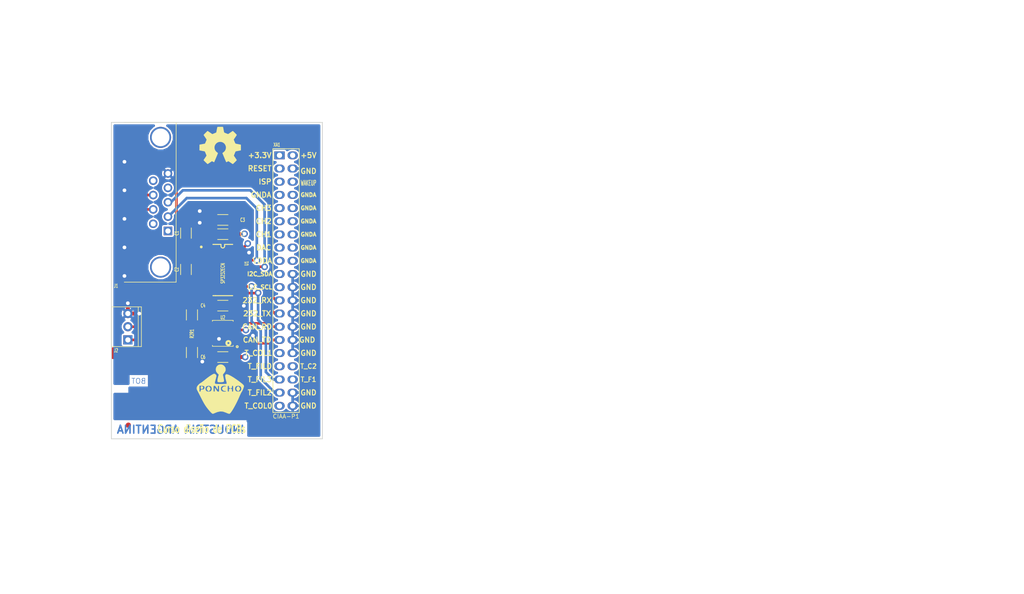
<source format=kicad_pcb>
(kicad_pcb (version 4) (host pcbnew "(2015-09-12 BZR 6188)-product")

  (general
    (links 44)
    (no_connects 0)
    (area 102.159999 73.584999 142.950001 134.695001)
    (thickness 1.6)
    (drawings 55)
    (tracks 181)
    (zones 0)
    (modules 17)
    (nets 23)
  )

  (page A4)
  (title_block
    (title "Ejercicio 2 - Diseño de PCBs CESE - Poncho RS232 y CAN")
    (date 2016-06-03)
    (rev 1.0)
    (company "Instituto Nacional de Tecnología Industrial")
    (comment 1 "Autores: D.Brengi   Licencia:doc/LICENCIA.txt")
  )

  (layers
    (0 TOP signal)
    (1 GND power hide)
    (2 POWER power hide)
    (31 BOT signal)
    (32 B.Adhes user)
    (33 F.Adhes user)
    (34 B.Paste user)
    (35 F.Paste user)
    (36 B.SilkS user)
    (37 F.SilkS user)
    (38 B.Mask user)
    (39 F.Mask user)
    (40 Dwgs.User user)
    (41 Cmts.User user)
    (42 Eco1.User user)
    (43 Eco2.User user)
    (44 Edge.Cuts user)
    (45 Margin user)
    (46 B.CrtYd user)
    (47 F.CrtYd user)
    (48 B.Fab user)
    (49 F.Fab user)
  )

  (setup
    (last_trace_width 0.508)
    (user_trace_width 0.3048)
    (user_trace_width 0.4826)
    (user_trace_width 0.508)
    (user_trace_width 0.762)
    (user_trace_width 1.27)
    (trace_clearance 0.2794)
    (zone_clearance 0.5)
    (zone_45_only yes)
    (trace_min 0.2794)
    (segment_width 0.127)
    (edge_width 0.127)
    (via_size 1.27)
    (via_drill 0.7112)
    (via_min_size 1.27)
    (via_min_drill 0.7112)
    (uvia_size 1.27)
    (uvia_drill 0.7112)
    (uvias_allowed no)
    (uvia_min_size 0)
    (uvia_min_drill 0)
    (pcb_text_width 0.4572)
    (pcb_text_size 0.4572 0.7112)
    (mod_edge_width 0.127)
    (mod_text_size 0.4572 0.7112)
    (mod_text_width 0.1143)
    (pad_size 1.524 1.524)
    (pad_drill 0.762)
    (pad_to_mask_clearance 0.2)
    (aux_axis_origin 0 0)
    (visible_elements 7FFEFFDF)
    (pcbplotparams
      (layerselection 0x000f0_80000001)
      (usegerberextensions false)
      (excludeedgelayer false)
      (linewidth 0.100000)
      (plotframeref false)
      (viasonmask false)
      (mode 1)
      (useauxorigin false)
      (hpglpennumber 1)
      (hpglpenspeed 20)
      (hpglpendiameter 15)
      (hpglpenoverlay 2)
      (psnegative false)
      (psa4output false)
      (plotreference true)
      (plotvalue false)
      (plotinvisibletext false)
      (padsonsilk false)
      (subtractmaskfromsilk false)
      (outputformat 1)
      (mirror false)
      (drillshape 0)
      (scaleselection 1)
      (outputdirectory ""))
  )

  (net 0 "")
  (net 1 GND)
  (net 2 +3.3V)
  (net 3 "Net-(C1-Pad1)")
  (net 4 "Net-(C1-Pad2)")
  (net 5 "Net-(C2-Pad1)")
  (net 6 "Net-(C2-Pad2)")
  (net 7 "Net-(C3-Pad2)")
  (net 8 "Net-(C4-Pad2)")
  (net 9 "Net-(J1-Pad2)")
  (net 10 "Net-(J1-Pad3)")
  (net 11 "Net-(J1-Pad7)")
  (net 12 "Net-(J1-Pad8)")
  (net 13 +5V)
  (net 14 "Net-(R1-Pad2)")
  (net 15 "/Conector y CAN/CAN_P")
  (net 16 "/Conector y CAN/CAN_N")
  (net 17 "/Conector y CAN/RTS")
  (net 18 "/Conector y CAN/CTS")
  (net 19 "/Conector y CAN/RXD")
  (net 20 "/Conector y CAN/TXD")
  (net 21 "/Conector y CAN/CAN_TX")
  (net 22 "/Conector y CAN/CAN_RX")

  (net_class Default "This is the default net class."
    (clearance 0.2794)
    (trace_width 0.3048)
    (via_dia 1.27)
    (via_drill 0.7112)
    (uvia_dia 1.27)
    (uvia_drill 0.7112)
    (add_net +3.3V)
    (add_net +5V)
    (add_net "/Conector y CAN/CAN_N")
    (add_net "/Conector y CAN/CAN_P")
    (add_net "/Conector y CAN/CAN_RX")
    (add_net "/Conector y CAN/CAN_TX")
    (add_net "/Conector y CAN/CTS")
    (add_net "/Conector y CAN/RTS")
    (add_net "/Conector y CAN/RXD")
    (add_net "/Conector y CAN/TXD")
    (add_net GND)
    (add_net "Net-(C1-Pad1)")
    (add_net "Net-(C1-Pad2)")
    (add_net "Net-(C2-Pad1)")
    (add_net "Net-(C2-Pad2)")
    (add_net "Net-(C3-Pad2)")
    (add_net "Net-(C4-Pad2)")
    (add_net "Net-(J1-Pad2)")
    (add_net "Net-(J1-Pad3)")
    (add_net "Net-(J1-Pad7)")
    (add_net "Net-(J1-Pad8)")
    (add_net "Net-(R1-Pad2)")
  )

  (module ej2:Conn_Poncho_Derecha (layer TOP) (tedit 565779F5) (tstamp 564FAEFE)
    (at 134.62 80.01)
    (tags "CONN Poncho")
    (path /564E2838/564E39A4)
    (fp_text reference XA1 (at -0.508 -2.032) (layer F.SilkS)
      (effects (font (size 0.7112 0.4572) (thickness 0.1143)))
    )
    (fp_text value Conn_Poncho2P_2x_20x2 (at -1.905 51.181) (layer F.SilkS) hide
      (effects (font (size 0.7112 0.4572) (thickness 0.1143)))
    )
    (fp_text user GND (at 5.588 48.26) (layer F.SilkS)
      (effects (font (size 1 1) (thickness 0.2)))
    )
    (fp_text user GND (at 5.588 45.72) (layer F.SilkS)
      (effects (font (size 1 1) (thickness 0.2)))
    )
    (fp_text user T_F1 (at 5.588 43.18) (layer F.SilkS)
      (effects (font (size 0.9 0.9) (thickness 0.18)))
    )
    (fp_text user T_C2 (at 5.588 40.64) (layer F.SilkS)
      (effects (font (size 0.9 0.9) (thickness 0.18)))
    )
    (fp_text user GND (at 5.588 38.1) (layer F.SilkS)
      (effects (font (size 1 1) (thickness 0.2)))
    )
    (fp_text user GND (at 5.334 35.56) (layer F.SilkS)
      (effects (font (size 1 1) (thickness 0.2)))
    )
    (fp_text user GND (at 5.588 33.02) (layer F.SilkS)
      (effects (font (size 1 1) (thickness 0.2)))
    )
    (fp_text user GND (at 5.588 30.48) (layer F.SilkS)
      (effects (font (size 1 1) (thickness 0.2)))
    )
    (fp_text user GND (at 5.588 27.94) (layer F.SilkS)
      (effects (font (size 1 1) (thickness 0.2)))
    )
    (fp_text user GND (at 5.588 25.4) (layer F.SilkS)
      (effects (font (size 1 1) (thickness 0.2)))
    )
    (fp_text user GND (at 5.588 22.86) (layer F.SilkS)
      (effects (font (size 1 1) (thickness 0.2)))
    )
    (fp_text user GNDA (at 5.588 20.32) (layer F.SilkS)
      (effects (font (size 0.76 0.76) (thickness 0.19)))
    )
    (fp_text user GNDA (at 5.588 17.78) (layer F.SilkS)
      (effects (font (size 0.76 0.76) (thickness 0.19)))
    )
    (fp_text user GNDA (at 5.588 15.24) (layer F.SilkS)
      (effects (font (size 0.76 0.76) (thickness 0.19)))
    )
    (fp_text user GNDA (at 5.588 12.7) (layer F.SilkS)
      (effects (font (size 0.76 0.76) (thickness 0.19)))
    )
    (fp_text user GNDA (at 5.588 10.16) (layer F.SilkS)
      (effects (font (size 0.76 0.76) (thickness 0.19)))
    )
    (fp_text user GNDA (at 5.588 7.62) (layer F.SilkS)
      (effects (font (size 0.76 0.76) (thickness 0.19)))
    )
    (fp_text user WAKEUP (at 5.588 5.334) (layer F.SilkS)
      (effects (font (size 1 0.5) (thickness 0.125)))
    )
    (fp_text user GND (at 5.588 3.048) (layer F.SilkS)
      (effects (font (size 1 1) (thickness 0.2)))
    )
    (fp_text user +5V (at 5.588 0) (layer F.SilkS)
      (effects (font (size 1 1) (thickness 0.2)))
    )
    (fp_text user T_COL0 (at -4.064 48.26) (layer F.SilkS)
      (effects (font (size 1 1) (thickness 0.2)))
    )
    (fp_text user T_FIL2 (at -3.81 45.72) (layer F.SilkS)
      (effects (font (size 1 1) (thickness 0.2)))
    )
    (fp_text user T_FIL3 (at -3.81 43.18) (layer F.SilkS)
      (effects (font (size 1 1) (thickness 0.2)))
    )
    (fp_text user T_FIL0 (at -3.81 40.64) (layer F.SilkS)
      (effects (font (size 1 1) (thickness 0.2)))
    )
    (fp_text user T_COL1 (at -4.064 38.1) (layer F.SilkS)
      (effects (font (size 1 1) (thickness 0.2)))
    )
    (fp_text user CAN_TD (at -4.318 35.56) (layer F.SilkS)
      (effects (font (size 1 1) (thickness 0.2)))
    )
    (fp_text user CAN_RD (at -4.318 33.02) (layer F.SilkS)
      (effects (font (size 1 1) (thickness 0.2)))
    )
    (fp_text user 232_TX (at -4.318 30.48) (layer F.SilkS)
      (effects (font (size 1 1) (thickness 0.2)))
    )
    (fp_text user 232_RX (at -4.318 27.94) (layer F.SilkS)
      (effects (font (size 1 1) (thickness 0.2)))
    )
    (fp_text user I2C_SCL (at -3.81 25.4) (layer F.SilkS)
      (effects (font (size 0.8 0.8) (thickness 0.2)))
    )
    (fp_text user I2C_SDA (at -3.81 22.86) (layer F.SilkS)
      (effects (font (size 0.8 0.8) (thickness 0.2)))
    )
    (fp_text user VDDA (at -3.302 20.32) (layer F.SilkS)
      (effects (font (size 1 1) (thickness 0.2)))
    )
    (fp_text user DAC (at -3.048 17.78) (layer F.SilkS)
      (effects (font (size 1 1) (thickness 0.2)))
    )
    (fp_text user CH1 (at -3.048 15.24) (layer F.SilkS)
      (effects (font (size 1 1) (thickness 0.2)))
    )
    (fp_text user CH2 (at -3.048 12.7) (layer F.SilkS)
      (effects (font (size 1 1) (thickness 0.2)))
    )
    (fp_text user CH3 (at -3.048 10.16) (layer F.SilkS)
      (effects (font (size 1 1) (thickness 0.2)))
    )
    (fp_text user GNDA (at -3.556 7.62) (layer F.SilkS)
      (effects (font (size 1 1) (thickness 0.2)))
    )
    (fp_text user ISP (at -2.794 5.08) (layer F.SilkS)
      (effects (font (size 1 1) (thickness 0.2)))
    )
    (fp_text user RESET (at -3.81 2.54) (layer F.SilkS)
      (effects (font (size 1 1) (thickness 0.2)))
    )
    (fp_text user CIAA-P1 (at 1.27 50.292) (layer F.SilkS)
      (effects (font (size 0.8 0.8) (thickness 0.12)))
    )
    (fp_text user +3.3V (at -3.81 0) (layer F.SilkS)
      (effects (font (size 1 1) (thickness 0.2)))
    )
    (fp_line (start -1.27 49.53) (end -1.27 -1.27) (layer F.SilkS) (width 0.15))
    (fp_line (start 3.81 49.53) (end 3.81 -1.27) (layer F.SilkS) (width 0.15))
    (fp_line (start 3.81 49.53) (end -1.27 49.53) (layer F.SilkS) (width 0.15))
    (fp_line (start 3.81 -1.27) (end -1.27 -1.27) (layer F.SilkS) (width 0.15))
    (pad 1 thru_hole rect (at 0 0 270) (size 1.524 2) (drill 1.016) (layers *.Cu *.Mask)
      (net 2 +3.3V))
    (pad 2 thru_hole oval (at 2.54 0 270) (size 1.524 2) (drill 1.016) (layers *.Cu *.Mask)
      (net 13 +5V))
    (pad 11 thru_hole oval (at 0 12.7 270) (size 1.524 2) (drill 1.016) (layers *.Cu *.Mask))
    (pad 4 thru_hole oval (at 2.54 2.54 270) (size 1.524 2) (drill 1.016) (layers *.Cu *.Mask)
      (net 1 GND))
    (pad 13 thru_hole oval (at 0 15.24 270) (size 1.524 2) (drill 1.016) (layers *.Cu *.Mask))
    (pad 6 thru_hole oval (at 2.54 5.08 270) (size 1.524 2) (drill 1.016) (layers *.Cu *.Mask))
    (pad 15 thru_hole oval (at 0 17.78 270) (size 1.524 2) (drill 1.016) (layers *.Cu *.Mask))
    (pad 8 thru_hole oval (at 2.54 7.62 270) (size 1.524 2) (drill 1.016) (layers *.Cu *.Mask))
    (pad 17 thru_hole oval (at 0 20.32 270) (size 1.524 2) (drill 1.016) (layers *.Cu *.Mask))
    (pad 10 thru_hole oval (at 2.54 10.16 270) (size 1.524 2) (drill 1.016) (layers *.Cu *.Mask))
    (pad 19 thru_hole oval (at 0 22.86 270) (size 1.524 2) (drill 1.016) (layers *.Cu *.Mask))
    (pad 12 thru_hole oval (at 2.54 12.7 270) (size 1.524 2) (drill 1.016) (layers *.Cu *.Mask))
    (pad 21 thru_hole oval (at 0 25.4 270) (size 1.524 2) (drill 1.016) (layers *.Cu *.Mask))
    (pad 14 thru_hole oval (at 2.54 15.24 270) (size 1.524 2) (drill 1.016) (layers *.Cu *.Mask))
    (pad 23 thru_hole oval (at 0 27.94 270) (size 1.524 2) (drill 1.016) (layers *.Cu *.Mask)
      (net 20 "/Conector y CAN/TXD"))
    (pad 16 thru_hole oval (at 2.54 17.78 270) (size 1.524 2) (drill 1.016) (layers *.Cu *.Mask))
    (pad 25 thru_hole oval (at 0 30.48 270) (size 1.524 2) (drill 1.016) (layers *.Cu *.Mask)
      (net 19 "/Conector y CAN/RXD"))
    (pad 18 thru_hole oval (at 2.54 20.32 270) (size 1.524 2) (drill 1.016) (layers *.Cu *.Mask))
    (pad 27 thru_hole oval (at 0 33.02 270) (size 1.524 2) (drill 1.016) (layers *.Cu *.Mask)
      (net 22 "/Conector y CAN/CAN_RX"))
    (pad 20 thru_hole oval (at 2.54 22.86 270) (size 1.524 2) (drill 1.016) (layers *.Cu *.Mask)
      (net 1 GND))
    (pad 29 thru_hole oval (at 0 35.56 270) (size 1.524 2) (drill 1.016) (layers *.Cu *.Mask)
      (net 21 "/Conector y CAN/CAN_TX"))
    (pad 22 thru_hole oval (at 2.54 25.4 270) (size 1.524 2) (drill 1.016) (layers *.Cu *.Mask)
      (net 1 GND))
    (pad 31 thru_hole oval (at 0 38.1 270) (size 1.524 2) (drill 1.016) (layers *.Cu *.Mask))
    (pad 24 thru_hole oval (at 2.54 27.94 270) (size 1.524 2) (drill 1.016) (layers *.Cu *.Mask)
      (net 1 GND))
    (pad 26 thru_hole oval (at 2.54 30.48 270) (size 1.524 2) (drill 1.016) (layers *.Cu *.Mask)
      (net 1 GND))
    (pad 33 thru_hole oval (at 0 40.64 270) (size 1.524 2) (drill 1.016) (layers *.Cu *.Mask))
    (pad 28 thru_hole oval (at 2.54 33.02 270) (size 1.524 2) (drill 1.016) (layers *.Cu *.Mask)
      (net 1 GND))
    (pad 32 thru_hole oval (at 2.54 38.1 270) (size 1.524 2) (drill 1.016) (layers *.Cu *.Mask)
      (net 1 GND))
    (pad 34 thru_hole oval (at 2.54 40.64 270) (size 1.524 2) (drill 1.016) (layers *.Cu *.Mask))
    (pad 36 thru_hole oval (at 2.54 43.18 270) (size 1.524 2) (drill 1.016) (layers *.Cu *.Mask))
    (pad 38 thru_hole oval (at 2.54 45.72 270) (size 1.524 2) (drill 1.016) (layers *.Cu *.Mask)
      (net 1 GND))
    (pad 35 thru_hole oval (at 0 43.18 270) (size 1.524 2) (drill 1.016) (layers *.Cu *.Mask)
      (net 17 "/Conector y CAN/RTS"))
    (pad 37 thru_hole oval (at 0 45.72 270) (size 1.524 2) (drill 1.016) (layers *.Cu *.Mask)
      (net 18 "/Conector y CAN/CTS"))
    (pad 3 thru_hole oval (at 0 2.54 270) (size 1.524 2) (drill 1.016) (layers *.Cu *.Mask))
    (pad 5 thru_hole oval (at 0 5.08 270) (size 1.524 2) (drill 1.016) (layers *.Cu *.Mask))
    (pad 7 thru_hole oval (at 0 7.62 270) (size 1.524 2) (drill 1.016) (layers *.Cu *.Mask))
    (pad 9 thru_hole oval (at 0 10.16 270) (size 1.524 2) (drill 1.016) (layers *.Cu *.Mask))
    (pad 39 thru_hole oval (at 0 48.26 270) (size 1.524 2) (drill 1.016) (layers *.Cu *.Mask))
    (pad 40 thru_hole oval (at 2.54 48.26 270) (size 1.524 2) (drill 1.016) (layers *.Cu *.Mask)
      (net 1 GND))
    (pad 30 thru_hole oval (at 2.54 35.56 270) (size 1.524 2) (drill 1.016) (layers *.Cu *.Mask)
      (net 1 GND))
    (model ${KIPRJMOD}/ej2.3dshapes/pin_strip_20x2.wrl
      (at (xyz 0.05 -0.95 -0.063))
      (scale (xyz 1 1 1))
      (rotate (xyz 180 0 90))
    )
  )

  (module ej2:SP3232ECN-SOIC16N (layer TOP) (tedit 5656340C) (tstamp 564FB048)
    (at 123.698 102.108 270)
    (descr "SMALL OUTLINE INTEGRATED CIRCUIT")
    (tags "SMALL OUTLINE INTEGRATED CIRCUIT")
    (path /564E3A27/564F30D5)
    (attr smd)
    (fp_text reference U1 (at -1.27 -4.572 450) (layer F.SilkS)
      (effects (font (size 0.7112 0.4572) (thickness 0.1143)))
    )
    (fp_text value SP3232ECN (at 0.635 0 270) (layer F.SilkS)
      (effects (font (size 0.7112 0.4572) (thickness 0.1143)))
    )
    (fp_line (start -4.6 0.35) (end -4.9 0.35) (layer F.SilkS) (width 0.2032))
    (fp_line (start -4.6 -0.35) (end -4.9 -0.35) (layer F.SilkS) (width 0.2032))
    (fp_arc (start -4.6 0) (end -4.6 -0.35) (angle 180) (layer F.SilkS) (width 0.2032))
    (fp_circle (center -4.45 4.15) (end -4.35 4.05) (layer F.SilkS) (width 0.254))
    (fp_line (start -4.93776 1.89992) (end -4.93776 0.35) (layer F.SilkS) (width 0.2032))
    (fp_line (start -4.93776 -0.35) (end -4.93776 -1.89992) (layer F.SilkS) (width 0.2032))
    (fp_line (start 4.93776 -1.89992) (end 4.93776 1.39954) (layer F.SilkS) (width 0.2032))
    (fp_line (start 4.93776 1.39954) (end 4.93776 1.89992) (layer F.SilkS) (width 0.2032))
    (pad 1 smd rect (at -4.445 2.59842 270) (size 0.59944 2.19964) (layers TOP F.Paste F.Mask)
      (net 3 "Net-(C1-Pad1)"))
    (pad 2 smd rect (at -3.175 2.59842 270) (size 0.59944 2.19964) (layers TOP F.Paste F.Mask)
      (net 7 "Net-(C3-Pad2)"))
    (pad 3 smd rect (at -1.905 2.59842 270) (size 0.59944 2.19964) (layers TOP F.Paste F.Mask)
      (net 4 "Net-(C1-Pad2)"))
    (pad 4 smd rect (at -0.635 2.59842 270) (size 0.59944 2.19964) (layers TOP F.Paste F.Mask)
      (net 5 "Net-(C2-Pad1)"))
    (pad 5 smd rect (at 0.635 2.59842 270) (size 0.59944 2.19964) (layers TOP F.Paste F.Mask)
      (net 6 "Net-(C2-Pad2)"))
    (pad 6 smd rect (at 1.905 2.59842 270) (size 0.59944 2.19964) (layers TOP F.Paste F.Mask)
      (net 8 "Net-(C4-Pad2)"))
    (pad 7 smd rect (at 3.175 2.59842 270) (size 0.59944 2.19964) (layers TOP F.Paste F.Mask)
      (net 12 "Net-(J1-Pad8)"))
    (pad 8 smd rect (at 4.445 2.59842 270) (size 0.59944 2.19964) (layers TOP F.Paste F.Mask)
      (net 11 "Net-(J1-Pad7)"))
    (pad 9 smd rect (at 4.445 -2.59842 270) (size 0.59944 2.19964) (layers TOP F.Paste F.Mask)
      (net 17 "/Conector y CAN/RTS"))
    (pad 10 smd rect (at 3.175 -2.59842 270) (size 0.59944 2.19964) (layers TOP F.Paste F.Mask)
      (net 18 "/Conector y CAN/CTS"))
    (pad 11 smd rect (at 1.905 -2.59842 270) (size 0.59944 2.19964) (layers TOP F.Paste F.Mask)
      (net 19 "/Conector y CAN/RXD"))
    (pad 12 smd rect (at 0.635 -2.59842 270) (size 0.59944 2.19964) (layers TOP F.Paste F.Mask)
      (net 20 "/Conector y CAN/TXD"))
    (pad 13 smd rect (at -0.635 -2.59842 270) (size 0.59944 2.19964) (layers TOP F.Paste F.Mask)
      (net 10 "Net-(J1-Pad3)"))
    (pad 14 smd rect (at -1.905 -2.59842 270) (size 0.59944 2.19964) (layers TOP F.Paste F.Mask)
      (net 9 "Net-(J1-Pad2)"))
    (pad 15 smd rect (at -3.175 -2.59842 270) (size 0.59944 2.19964) (layers TOP F.Paste F.Mask)
      (net 1 GND))
    (pad 16 smd rect (at -4.445 -2.59842 270) (size 0.59944 2.19964) (layers TOP F.Paste F.Mask)
      (net 2 +3.3V))
    (model ${KIPRJMOD}/ej2.3dshapes/so-16.wrl
      (at (xyz 0 0 0))
      (scale (xyz 1 1 1))
      (rotate (xyz 0 0 0))
    )
  )

  (module Capacitors_SMD:C_1206_HandSoldering (layer TOP) (tedit 56575B4A) (tstamp 564FAF9E)
    (at 116.6 95 270)
    (descr "Capacitor SMD 1206, hand soldering")
    (tags "capacitor 1206")
    (path /564E3A27/564F31BE)
    (attr smd)
    (fp_text reference C1 (at 0 1.778 270) (layer F.SilkS)
      (effects (font (size 0.7112 0.4572) (thickness 0.1143)))
    )
    (fp_text value 100nF (at 0 2.3 270) (layer F.Fab) hide
      (effects (font (size 0.7112 0.4572) (thickness 0.1143)))
    )
    (fp_line (start -3.3 -1.15) (end 3.3 -1.15) (layer F.CrtYd) (width 0.05))
    (fp_line (start -3.3 1.15) (end 3.3 1.15) (layer F.CrtYd) (width 0.05))
    (fp_line (start -3.3 -1.15) (end -3.3 1.15) (layer F.CrtYd) (width 0.05))
    (fp_line (start 3.3 -1.15) (end 3.3 1.15) (layer F.CrtYd) (width 0.05))
    (fp_line (start 1 -1.025) (end -1 -1.025) (layer F.SilkS) (width 0.15))
    (fp_line (start -1 1.025) (end 1 1.025) (layer F.SilkS) (width 0.15))
    (pad 1 smd rect (at -2 0 270) (size 2 1.6) (layers TOP F.Paste F.Mask)
      (net 3 "Net-(C1-Pad1)"))
    (pad 2 smd rect (at 2 0 270) (size 2 1.6) (layers TOP F.Paste F.Mask)
      (net 4 "Net-(C1-Pad2)"))
    (model ${KIPRJMOD}/ej2.3dshapes/C_1206_HandSoldering.wrl
      (at (xyz 0 0 0))
      (scale (xyz 1 1 1))
      (rotate (xyz 0 0 0))
    )
  )

  (module Capacitors_SMD:C_1206_HandSoldering (layer TOP) (tedit 56575B4B) (tstamp 564FAFA4)
    (at 116.6 102 270)
    (descr "Capacitor SMD 1206, hand soldering")
    (tags "capacitor 1206")
    (path /564E3A27/564F3203)
    (attr smd)
    (fp_text reference C2 (at 0 1.778 270) (layer F.SilkS)
      (effects (font (size 0.7112 0.4572) (thickness 0.1143)))
    )
    (fp_text value 100nF (at 0 2.3 270) (layer F.Fab) hide
      (effects (font (size 0.7112 0.4572) (thickness 0.1143)))
    )
    (fp_line (start -3.3 -1.15) (end 3.3 -1.15) (layer F.CrtYd) (width 0.05))
    (fp_line (start -3.3 1.15) (end 3.3 1.15) (layer F.CrtYd) (width 0.05))
    (fp_line (start -3.3 -1.15) (end -3.3 1.15) (layer F.CrtYd) (width 0.05))
    (fp_line (start 3.3 -1.15) (end 3.3 1.15) (layer F.CrtYd) (width 0.05))
    (fp_line (start 1 -1.025) (end -1 -1.025) (layer F.SilkS) (width 0.15))
    (fp_line (start -1 1.025) (end 1 1.025) (layer F.SilkS) (width 0.15))
    (pad 1 smd rect (at -2 0 270) (size 2 1.6) (layers TOP F.Paste F.Mask)
      (net 5 "Net-(C2-Pad1)"))
    (pad 2 smd rect (at 2 0 270) (size 2 1.6) (layers TOP F.Paste F.Mask)
      (net 6 "Net-(C2-Pad2)"))
    (model ${KIPRJMOD}/ej2.3dshapes/C_1206_HandSoldering.wrl
      (at (xyz 0 0 0))
      (scale (xyz 1 1 1))
      (rotate (xyz 0 0 0))
    )
  )

  (module Capacitors_SMD:C_1206_HandSoldering (layer TOP) (tedit 56575B49) (tstamp 564FAFAA)
    (at 123.698 92.456)
    (descr "Capacitor SMD 1206, hand soldering")
    (tags "capacitor 1206")
    (path /564E3A27/564F3166)
    (attr smd)
    (fp_text reference C3 (at 3.81 0) (layer F.SilkS)
      (effects (font (size 0.7112 0.4572) (thickness 0.1143)))
    )
    (fp_text value 100nF (at 0 2.3) (layer F.Fab) hide
      (effects (font (size 0.7112 0.4572) (thickness 0.1143)))
    )
    (fp_line (start -3.3 -1.15) (end 3.3 -1.15) (layer F.CrtYd) (width 0.05))
    (fp_line (start -3.3 1.15) (end 3.3 1.15) (layer F.CrtYd) (width 0.05))
    (fp_line (start -3.3 -1.15) (end -3.3 1.15) (layer F.CrtYd) (width 0.05))
    (fp_line (start 3.3 -1.15) (end 3.3 1.15) (layer F.CrtYd) (width 0.05))
    (fp_line (start 1 -1.025) (end -1 -1.025) (layer F.SilkS) (width 0.15))
    (fp_line (start -1 1.025) (end 1 1.025) (layer F.SilkS) (width 0.15))
    (pad 1 smd rect (at -2 0) (size 2 1.6) (layers TOP F.Paste F.Mask)
      (net 1 GND))
    (pad 2 smd rect (at 2 0) (size 2 1.6) (layers TOP F.Paste F.Mask)
      (net 7 "Net-(C3-Pad2)"))
    (model ${KIPRJMOD}/ej2.3dshapes/C_1206_HandSoldering.wrl
      (at (xyz 0 0 0))
      (scale (xyz 1 1 1))
      (rotate (xyz 0 0 0))
    )
  )

  (module Capacitors_SMD:C_1206_HandSoldering (layer TOP) (tedit 56575B4E) (tstamp 564FAFB0)
    (at 123.698 108.966 180)
    (descr "Capacitor SMD 1206, hand soldering")
    (tags "capacitor 1206")
    (path /564E3A27/564F3197)
    (attr smd)
    (fp_text reference C4 (at 3.81 0 180) (layer F.SilkS)
      (effects (font (size 0.7112 0.4572) (thickness 0.1143)))
    )
    (fp_text value 100nF (at 0 2.3 180) (layer F.Fab) hide
      (effects (font (size 0.7112 0.4572) (thickness 0.1143)))
    )
    (fp_line (start -3.3 -1.15) (end 3.3 -1.15) (layer F.CrtYd) (width 0.05))
    (fp_line (start -3.3 1.15) (end 3.3 1.15) (layer F.CrtYd) (width 0.05))
    (fp_line (start -3.3 -1.15) (end -3.3 1.15) (layer F.CrtYd) (width 0.05))
    (fp_line (start 3.3 -1.15) (end 3.3 1.15) (layer F.CrtYd) (width 0.05))
    (fp_line (start 1 -1.025) (end -1 -1.025) (layer F.SilkS) (width 0.15))
    (fp_line (start -1 1.025) (end 1 1.025) (layer F.SilkS) (width 0.15))
    (pad 1 smd rect (at -2 0 180) (size 2 1.6) (layers TOP F.Paste F.Mask)
      (net 1 GND))
    (pad 2 smd rect (at 2 0 180) (size 2 1.6) (layers TOP F.Paste F.Mask)
      (net 8 "Net-(C4-Pad2)"))
    (model ${KIPRJMOD}/ej2.3dshapes/C_1206_HandSoldering.wrl
      (at (xyz 0 0 0))
      (scale (xyz 1 1 1))
      (rotate (xyz 0 0 0))
    )
  )

  (module Capacitors_SMD:C_1206_HandSoldering (layer TOP) (tedit 56575B47) (tstamp 564FAFB6)
    (at 123.698 95.2 180)
    (descr "Capacitor SMD 1206, hand soldering")
    (tags "capacitor 1206")
    (path /564E3A27/564F3242)
    (attr smd)
    (fp_text reference C5 (at -3.81 0 180) (layer F.SilkS)
      (effects (font (size 0.7112 0.4572) (thickness 0.1143)))
    )
    (fp_text value 100nF (at 0 2.3 180) (layer F.Fab) hide
      (effects (font (size 0.7112 0.4572) (thickness 0.1143)))
    )
    (fp_line (start -3.3 -1.15) (end 3.3 -1.15) (layer F.CrtYd) (width 0.05))
    (fp_line (start -3.3 1.15) (end 3.3 1.15) (layer F.CrtYd) (width 0.05))
    (fp_line (start -3.3 -1.15) (end -3.3 1.15) (layer F.CrtYd) (width 0.05))
    (fp_line (start 3.3 -1.15) (end 3.3 1.15) (layer F.CrtYd) (width 0.05))
    (fp_line (start 1 -1.025) (end -1 -1.025) (layer F.SilkS) (width 0.15))
    (fp_line (start -1 1.025) (end 1 1.025) (layer F.SilkS) (width 0.15))
    (pad 1 smd rect (at -2 0 180) (size 2 1.6) (layers TOP F.Paste F.Mask)
      (net 2 +3.3V))
    (pad 2 smd rect (at 2 0 180) (size 2 1.6) (layers TOP F.Paste F.Mask)
      (net 1 GND))
    (model ${KIPRJMOD}/ej2.3dshapes/C_1206_HandSoldering.wrl
      (at (xyz 0 0 0))
      (scale (xyz 1 1 1))
      (rotate (xyz 0 0 0))
    )
  )

  (module ej2:DB9_F_TH (layer TOP) (tedit 56575B7E) (tstamp 564FAFE7)
    (at 111.71 89.0468 90)
    (path /564E3A27/564E1AB2)
    (fp_text reference J1 (at -16.1092 -8.586 180) (layer F.SilkS)
      (effects (font (size 0.7112 0.4572) (thickness 0.1143)))
    )
    (fp_text value DB9-F (at 0 4.1 90) (layer F.SilkS) hide
      (effects (font (size 0.7112 0.4572) (thickness 0.1143)))
    )
    (fp_line (start 15.4 3) (end 15.4 -7) (layer F.SilkS) (width 0.127))
    (fp_line (start 15.4 -9.5) (end 15.4 -7) (layer Dwgs.User) (width 0.127))
    (fp_line (start -15.4 3) (end -15.4 -7) (layer F.SilkS) (width 0.127))
    (fp_line (start -15.4 -9.5) (end -15.4 -7) (layer Dwgs.User) (width 0.127))
    (fp_line (start -15.4 -9.1) (end 15.4 -9.1) (layer Dwgs.User) (width 0.127))
    (fp_arc (start -14.2 -14.3) (end -14.2 -14.5) (angle 90) (layer Dwgs.User) (width 0.127))
    (fp_arc (start -13.8 -14.3) (end -14 -14.3) (angle 90) (layer Dwgs.User) (width 0.127))
    (fp_arc (start -10.8 -14.3) (end -11 -14.3) (angle 90) (layer Dwgs.User) (width 0.127))
    (fp_arc (start -11.2 -14.3) (end -11.2 -14.5) (angle 90) (layer Dwgs.User) (width 0.127))
    (fp_arc (start 11.2 -14.3) (end 11 -14.3) (angle 90) (layer Dwgs.User) (width 0.127))
    (fp_arc (start 10.8 -14.3) (end 10.8 -14.5) (angle 90) (layer Dwgs.User) (width 0.127))
    (fp_arc (start 14.2 -14.3) (end 14 -14.3) (angle 90) (layer Dwgs.User) (width 0.127))
    (fp_arc (start 13.8 -14.3) (end 13.8 -14.5) (angle 90) (layer Dwgs.User) (width 0.127))
    (fp_line (start 10 -14.1) (end 10 -9.5) (layer Dwgs.User) (width 0.127))
    (fp_line (start 15 -14.1) (end 15 -9.5) (layer Dwgs.User) (width 0.127))
    (fp_line (start 10.4 -14.5) (end 14.6 -14.5) (layer Dwgs.User) (width 0.127))
    (fp_line (start -15 -14.1) (end -15 -9.5) (layer Dwgs.User) (width 0.127))
    (fp_line (start -10 -14.1) (end -10 -9.5) (layer Dwgs.User) (width 0.127))
    (fp_line (start -14.6 -14.5) (end -10.4 -14.5) (layer Dwgs.User) (width 0.127))
    (fp_arc (start -14.6 -14.1) (end -15 -14.1) (angle 90) (layer Dwgs.User) (width 0.127))
    (fp_arc (start -10.4 -14.1) (end -10.4 -14.5) (angle 90) (layer Dwgs.User) (width 0.127))
    (fp_arc (start 10.4 -14.1) (end 10 -14.1) (angle 90) (layer Dwgs.User) (width 0.127))
    (fp_arc (start 14.6 -14.1) (end 14.6 -14.5) (angle 90) (layer Dwgs.User) (width 0.127))
    (fp_line (start 14 -14.5) (end 14 -9.5) (layer Dwgs.User) (width 0.127))
    (fp_line (start 11 -14.5) (end 11 -9.5) (layer Dwgs.User) (width 0.127))
    (fp_line (start -11 -14.5) (end -11 -9.5) (layer Dwgs.User) (width 0.127))
    (fp_line (start -14 -14.5) (end -14 -9.5) (layer Dwgs.User) (width 0.127))
    (fp_line (start 7.8 -15.3) (end -7.8 -15.3) (layer Dwgs.User) (width 0.127))
    (fp_line (start 8.2 -14.9) (end 8.2 -9.5) (layer Dwgs.User) (width 0.127))
    (fp_line (start -8.2 -14.9) (end -8.2 -9.5) (layer Dwgs.User) (width 0.127))
    (fp_arc (start -7.8 -14.9) (end -8.2 -14.9) (angle 90) (layer Dwgs.User) (width 0.127))
    (fp_arc (start 7.8 -14.9) (end 7.8 -15.3) (angle 90) (layer Dwgs.User) (width 0.127))
    (fp_line (start 15.4 3) (end -15.4 3) (layer F.SilkS) (width 0.127))
    (fp_line (start -15.4 -9.5) (end 15.4 -9.5) (layer Dwgs.User) (width 0.127))
    (pad 1 thru_hole rect (at -5.5372 1.4224 90) (size 1.651 1.651) (drill 1.016) (layers *.Cu *.Mask))
    (pad 2 thru_hole circle (at -2.7686 1.4224 90) (size 1.651 1.651) (drill 1.016) (layers *.Cu *.Mask)
      (net 9 "Net-(J1-Pad2)"))
    (pad 3 thru_hole circle (at 0 1.4224 90) (size 1.651 1.651) (drill 1.016) (layers *.Cu *.Mask)
      (net 10 "Net-(J1-Pad3)"))
    (pad 4 thru_hole circle (at 2.7686 1.4224 90) (size 1.651 1.651) (drill 1.016) (layers *.Cu *.Mask))
    (pad 5 thru_hole circle (at 5.5372 1.4224 90) (size 1.651 1.651) (drill 1.016) (layers *.Cu *.Mask)
      (net 1 GND))
    (pad 6 thru_hole circle (at -4.1529 -1.4224 90) (size 1.651 1.651) (drill 1.016) (layers *.Cu *.Mask))
    (pad 7 thru_hole circle (at -1.3843 -1.4224 90) (size 1.651 1.651) (drill 1.016) (layers *.Cu *.Mask)
      (net 11 "Net-(J1-Pad7)"))
    (pad 8 thru_hole circle (at 1.3843 -1.4224 90) (size 1.651 1.651) (drill 1.016) (layers *.Cu *.Mask)
      (net 12 "Net-(J1-Pad8)"))
    (pad 9 thru_hole circle (at 4.1529 -1.4224 90) (size 1.651 1.651) (drill 1.016) (layers *.Cu *.Mask))
    (pad 10 thru_hole circle (at -12.4968 0 90) (size 4.064 4.064) (drill 3.4) (layers *.Cu *.Mask))
    (pad 11 thru_hole circle (at 12.4968 0 90) (size 4.064 4.064) (drill 3.4) (layers *.Cu *.Mask))
    (model ${KIPRJMOD}/ej2.3dshapes/db_9f.wrl
      (at (xyz 0 0.31 0))
      (scale (xyz 1 1.1 1))
      (rotate (xyz 0 0 180))
    )
  )

  (module Capacitors_SMD:C_1206_HandSoldering (layer TOP) (tedit 56575B55) (tstamp 56573B8E)
    (at 123.698 118.872)
    (descr "Capacitor SMD 1206, hand soldering")
    (tags "capacitor 1206")
    (path /564E2838/56573B2C)
    (attr smd)
    (fp_text reference C6 (at -3.81 0) (layer F.SilkS)
      (effects (font (size 0.7112 0.4572) (thickness 0.1143)))
    )
    (fp_text value 100nF (at 0 2.3) (layer F.Fab) hide
      (effects (font (size 0.7112 0.4572) (thickness 0.1143)))
    )
    (fp_line (start -3.3 -1.15) (end 3.3 -1.15) (layer F.CrtYd) (width 0.05))
    (fp_line (start -3.3 1.15) (end 3.3 1.15) (layer F.CrtYd) (width 0.05))
    (fp_line (start -3.3 -1.15) (end -3.3 1.15) (layer F.CrtYd) (width 0.05))
    (fp_line (start 3.3 -1.15) (end 3.3 1.15) (layer F.CrtYd) (width 0.05))
    (fp_line (start 1 -1.025) (end -1 -1.025) (layer F.SilkS) (width 0.15))
    (fp_line (start -1 1.025) (end 1 1.025) (layer F.SilkS) (width 0.15))
    (pad 1 smd rect (at -2 0) (size 2 1.6) (layers TOP F.Paste F.Mask)
      (net 1 GND))
    (pad 2 smd rect (at 2 0) (size 2 1.6) (layers TOP F.Paste F.Mask)
      (net 13 +5V))
    (model ${KIPRJMOD}/ej2.3dshapes/C_1206_HandSoldering.wrl
      (at (xyz 0 0 0))
      (scale (xyz 1 1 1))
      (rotate (xyz 0 0 0))
    )
  )

  (module ej2:CON_PALETA_3 (layer TOP) (tedit 56575B52) (tstamp 56573B9A)
    (at 105.41 113.03 90)
    (path /564E2838/56563B7F)
    (fp_text reference J2 (at -4.572 -2.286 180) (layer F.SilkS)
      (effects (font (size 0.7112 0.4572) (thickness 0.1143)))
    )
    (fp_text value CAN (at 0 3.3 90) (layer F.Fab) hide
      (effects (font (size 0.7112 0.4572) (thickness 0.1143)))
    )
    (fp_line (start 3.83 -3.2) (end 3.83 2.6) (layer F.SilkS) (width 0.127))
    (fp_line (start -3.83 -3.2) (end 3.83 -3.2) (layer F.SilkS) (width 0.127))
    (fp_line (start -3.83 2.6) (end -3.83 -3.2) (layer F.SilkS) (width 0.127))
    (fp_line (start 3.83 2.6) (end -3.83 2.6) (layer F.SilkS) (width 0.127))
    (fp_line (start 3.83 2) (end -3.83 2) (layer F.SilkS) (width 0.127))
    (pad 1 thru_hole rect (at -2.54 0 90) (size 1.778 1.778) (drill 1) (layers *.Cu *.Mask)
      (net 15 "/Conector y CAN/CAN_P"))
    (pad 2 thru_hole circle (at 0 0 90) (size 1.778 1.778) (drill 1) (layers *.Cu *.Mask)
      (net 16 "/Conector y CAN/CAN_N"))
    (pad 3 thru_hole circle (at 2.54 0 90) (size 1.778 1.778) (drill 1) (layers *.Cu *.Mask)
      (net 1 GND))
    (model ${KIPRJMOD}/ej2.3dshapes/CON_PALETA_3.wrl
      (at (xyz 0 0.012 0))
      (scale (xyz 0.395 0.395 0.395))
      (rotate (xyz 0 0 180))
    )
  )

  (module Resistors_SMD:R_1206_HandSoldering (layer TOP) (tedit 5418A20D) (tstamp 56573BA6)
    (at 117.75 118 270)
    (descr "Resistor SMD 1206, hand soldering")
    (tags "resistor 1206")
    (path /564E2838/5657407D)
    (attr smd)
    (fp_text reference R1 (at -4.064 0 270) (layer F.SilkS)
      (effects (font (size 0.7112 0.4572) (thickness 0.1143)))
    )
    (fp_text value 60 (at 0 2.3 270) (layer F.Fab)
      (effects (font (size 0.7112 0.4572) (thickness 0.1143)))
    )
    (fp_line (start -3.3 -1.2) (end 3.3 -1.2) (layer F.CrtYd) (width 0.05))
    (fp_line (start -3.3 1.2) (end 3.3 1.2) (layer F.CrtYd) (width 0.05))
    (fp_line (start -3.3 -1.2) (end -3.3 1.2) (layer F.CrtYd) (width 0.05))
    (fp_line (start 3.3 -1.2) (end 3.3 1.2) (layer F.CrtYd) (width 0.05))
    (fp_line (start 1 1.075) (end -1 1.075) (layer F.SilkS) (width 0.15))
    (fp_line (start -1 -1.075) (end 1 -1.075) (layer F.SilkS) (width 0.15))
    (pad 1 smd rect (at -2 0 270) (size 2 1.7) (layers TOP F.Paste F.Mask)
      (net 15 "/Conector y CAN/CAN_P"))
    (pad 2 smd rect (at 2 0 270) (size 2 1.7) (layers TOP F.Paste F.Mask)
      (net 14 "Net-(R1-Pad2)"))
    (model ${KIPRJMOD}/ej2.3dshapes/R_1206_HandSoldering.wrl
      (at (xyz 0 0 0))
      (scale (xyz 1 1 1))
      (rotate (xyz 0 0 0))
    )
  )

  (module Resistors_SMD:R_1206_HandSoldering (layer TOP) (tedit 5418A20D) (tstamp 56573BB2)
    (at 117.75 110.75 270)
    (descr "Resistor SMD 1206, hand soldering")
    (tags "resistor 1206")
    (path /564E2838/565744AF)
    (attr smd)
    (fp_text reference R2 (at 4.064 0 270) (layer F.SilkS)
      (effects (font (size 0.7112 0.4572) (thickness 0.1143)))
    )
    (fp_text value 60 (at 0 2.3 270) (layer F.Fab)
      (effects (font (size 0.7112 0.4572) (thickness 0.1143)))
    )
    (fp_line (start -3.3 -1.2) (end 3.3 -1.2) (layer F.CrtYd) (width 0.05))
    (fp_line (start -3.3 1.2) (end 3.3 1.2) (layer F.CrtYd) (width 0.05))
    (fp_line (start -3.3 -1.2) (end -3.3 1.2) (layer F.CrtYd) (width 0.05))
    (fp_line (start 3.3 -1.2) (end 3.3 1.2) (layer F.CrtYd) (width 0.05))
    (fp_line (start 1 1.075) (end -1 1.075) (layer F.SilkS) (width 0.15))
    (fp_line (start -1 -1.075) (end 1 -1.075) (layer F.SilkS) (width 0.15))
    (pad 1 smd rect (at -2 0 270) (size 2 1.7) (layers TOP F.Paste F.Mask)
      (net 14 "Net-(R1-Pad2)"))
    (pad 2 smd rect (at 2 0 270) (size 2 1.7) (layers TOP F.Paste F.Mask)
      (net 16 "/Conector y CAN/CAN_N"))
    (model ${KIPRJMOD}/ej2.3dshapes/R_1206_HandSoldering.wrl
      (at (xyz 0 0 0))
      (scale (xyz 1 1 1))
      (rotate (xyz 0 0 0))
    )
  )

  (module ej2:SOIC-8 (layer TOP) (tedit 56575B5B) (tstamp 56573EEE)
    (at 123.7 114.3 180)
    (descr SO-8)
    (path /564E2838/565737A4)
    (fp_text reference U2 (at 0 3.048 180) (layer F.SilkS)
      (effects (font (size 0.7112 0.4572) (thickness 0.1143)))
    )
    (fp_text value AMIS42665TJAA1RG (at 0.3 3.3 180) (layer F.SilkS) hide
      (effects (font (size 0.7112 0.4572) (thickness 0.1143)))
    )
    (fp_line (start -2 -2.5) (end -2 -2.3) (layer F.SilkS) (width 0.127))
    (fp_line (start -2 2.5) (end -2 2.3) (layer F.SilkS) (width 0.127))
    (fp_line (start 2 2.5) (end 2 2.3) (layer F.SilkS) (width 0.127))
    (fp_line (start 2 -2.5) (end 2 -2.3) (layer F.SilkS) (width 0.127))
    (fp_circle (center -2.7746 -2.5764) (end -2.8 -2.5) (layer F.SilkS) (width 0.2032))
    (fp_line (start 2 -2.5) (end -2 -2.5) (layer F.SilkS) (width 0.127))
    (fp_line (start -2 2.5) (end 2 2.5) (layer F.SilkS) (width 0.127))
    (fp_circle (center -1.0746 -1.8764) (end -1.1 -1.7) (layer F.SilkS) (width 0.4))
    (pad 1 smd rect (at -2.7 -1.905 90) (size 0.6 1.52) (layers TOP F.Paste F.Mask)
      (net 21 "/Conector y CAN/CAN_TX"))
    (pad 2 smd rect (at -2.7 -0.635 90) (size 0.6 1.52) (layers TOP F.Paste F.Mask)
      (net 1 GND))
    (pad 3 smd rect (at -2.7 0.635 90) (size 0.6 1.52) (layers TOP F.Paste F.Mask)
      (net 13 +5V))
    (pad 4 smd rect (at -2.7 1.905 90) (size 0.6 1.52) (layers TOP F.Paste F.Mask)
      (net 22 "/Conector y CAN/CAN_RX"))
    (pad 5 smd rect (at 2.7 1.905 90) (size 0.6 1.52) (layers TOP F.Paste F.Mask)
      (net 14 "Net-(R1-Pad2)"))
    (pad 6 smd rect (at 2.7 0.635 90) (size 0.6 1.52) (layers TOP F.Paste F.Mask)
      (net 16 "/Conector y CAN/CAN_N"))
    (pad 7 smd rect (at 2.7 -0.635 90) (size 0.6 1.52) (layers TOP F.Paste F.Mask)
      (net 15 "/Conector y CAN/CAN_P"))
    (pad 8 smd rect (at 2.7 -1.905 90) (size 0.6 1.52) (layers TOP F.Paste F.Mask)
      (net 1 GND))
    (model ${KIPRJMOD}/ej2.3dshapes/so-8.wrl
      (at (xyz 0 0 0))
      (scale (xyz 1 1 1))
      (rotate (xyz 0 0 90))
    )
  )

  (module ej2:Logo_OSHWA (layer TOP) (tedit 5657EBC6) (tstamp 56579BE0)
    (at 123.19 78.105)
    (fp_text reference G101 (at 0 4.2418) (layer F.SilkS) hide
      (effects (font (size 0.7112 0.4572) (thickness 0.1143)))
    )
    (fp_text value Logo_OSHWA (at 0 -4.2418) (layer F.SilkS) hide
      (effects (font (size 0.36322 0.36322) (thickness 0.07112)))
    )
    (fp_poly (pts (xy -2.42316 3.59156) (xy -2.38252 3.57124) (xy -2.28854 3.51282) (xy -2.15392 3.42392)
      (xy -1.99644 3.31978) (xy -1.83896 3.21056) (xy -1.70942 3.1242) (xy -1.61798 3.06578)
      (xy -1.57988 3.04546) (xy -1.55956 3.05054) (xy -1.48336 3.08864) (xy -1.37414 3.14452)
      (xy -1.31064 3.17754) (xy -1.21158 3.22072) (xy -1.16078 3.23088) (xy -1.15316 3.21564)
      (xy -1.11506 3.13944) (xy -1.05918 3.00736) (xy -0.98298 2.83464) (xy -0.89662 2.63144)
      (xy -0.80264 2.413) (xy -0.7112 2.18948) (xy -0.6223 1.97612) (xy -0.54356 1.78562)
      (xy -0.48006 1.63068) (xy -0.43942 1.52146) (xy -0.42418 1.47574) (xy -0.42926 1.46558)
      (xy -0.48006 1.41732) (xy -0.56642 1.35128) (xy -0.75692 1.19634) (xy -0.94234 0.96266)
      (xy -1.05664 0.6985) (xy -1.09474 0.40386) (xy -1.06172 0.13208) (xy -0.95504 -0.12954)
      (xy -0.77216 -0.36576) (xy -0.55118 -0.54102) (xy -0.2921 -0.65278) (xy 0 -0.68834)
      (xy 0.2794 -0.65786) (xy 0.5461 -0.55118) (xy 0.78232 -0.37084) (xy 0.88138 -0.25654)
      (xy 1.01854 -0.01778) (xy 1.09728 0.23876) (xy 1.1049 0.30226) (xy 1.09474 0.5842)
      (xy 1.01092 0.85344) (xy 0.8636 1.09474) (xy 0.65786 1.29032) (xy 0.62992 1.31064)
      (xy 0.53594 1.38176) (xy 0.47244 1.43002) (xy 0.42164 1.47066) (xy 0.77978 2.33172)
      (xy 0.83566 2.46888) (xy 0.93472 2.7051) (xy 1.02108 2.9083) (xy 1.08966 3.06832)
      (xy 1.13792 3.17754) (xy 1.15824 3.22072) (xy 1.16078 3.22326) (xy 1.19126 3.22834)
      (xy 1.2573 3.20294) (xy 1.37668 3.14452) (xy 1.45796 3.10388) (xy 1.5494 3.0607)
      (xy 1.59004 3.04546) (xy 1.6256 3.06324) (xy 1.71196 3.12166) (xy 1.8415 3.20548)
      (xy 1.9939 3.30962) (xy 2.14122 3.41122) (xy 2.27584 3.50012) (xy 2.3749 3.56108)
      (xy 2.42316 3.58902) (xy 2.43078 3.58902) (xy 2.47142 3.56362) (xy 2.55016 3.50012)
      (xy 2.667 3.38836) (xy 2.8321 3.2258) (xy 2.8575 3.2004) (xy 2.99466 3.0607)
      (xy 3.10642 2.94386) (xy 3.18008 2.86258) (xy 3.20548 2.82448) (xy 3.20548 2.82448)
      (xy 3.18262 2.77622) (xy 3.11912 2.6797) (xy 3.03022 2.54254) (xy 2.921 2.38252)
      (xy 2.63652 1.9685) (xy 2.794 1.57734) (xy 2.84226 1.45796) (xy 2.90322 1.31318)
      (xy 2.9464 1.20904) (xy 2.9718 1.16332) (xy 3.01244 1.14808) (xy 3.12166 1.12268)
      (xy 3.2766 1.08966) (xy 3.45948 1.05664) (xy 3.63728 1.02362) (xy 3.7973 0.99314)
      (xy 3.9116 0.97028) (xy 3.9624 0.96012) (xy 3.9751 0.9525) (xy 3.98526 0.9271)
      (xy 3.99288 0.87376) (xy 3.99542 0.77724) (xy 3.99796 0.62484) (xy 3.99796 0.40386)
      (xy 3.99796 0.381) (xy 3.99542 0.17018) (xy 3.99288 0.00254) (xy 3.9878 -0.10668)
      (xy 3.98018 -0.14986) (xy 3.98018 -0.14986) (xy 3.92938 -0.16256) (xy 3.81762 -0.18542)
      (xy 3.6576 -0.21844) (xy 3.4671 -0.254) (xy 3.45694 -0.25654) (xy 3.26644 -0.2921)
      (xy 3.10896 -0.32512) (xy 2.9972 -0.35052) (xy 2.95148 -0.36576) (xy 2.94132 -0.37846)
      (xy 2.90322 -0.45212) (xy 2.84734 -0.56896) (xy 2.78638 -0.71374) (xy 2.72288 -0.86106)
      (xy 2.66954 -0.99568) (xy 2.63398 -1.09474) (xy 2.62382 -1.14046) (xy 2.62382 -1.14046)
      (xy 2.65176 -1.18618) (xy 2.7178 -1.28524) (xy 2.80924 -1.41986) (xy 2.921 -1.58242)
      (xy 2.92862 -1.59512) (xy 3.03784 -1.75514) (xy 3.12674 -1.88976) (xy 3.18516 -1.98628)
      (xy 3.20548 -2.02946) (xy 3.20548 -2.032) (xy 3.16992 -2.08026) (xy 3.08864 -2.16916)
      (xy 2.9718 -2.29108) (xy 2.8321 -2.43332) (xy 2.78638 -2.4765) (xy 2.63144 -2.6289)
      (xy 2.52476 -2.72796) (xy 2.45618 -2.7813) (xy 2.42316 -2.794) (xy 2.42316 -2.79146)
      (xy 2.3749 -2.76352) (xy 2.2733 -2.69748) (xy 2.13614 -2.6035) (xy 1.97358 -2.49428)
      (xy 1.96342 -2.48666) (xy 1.8034 -2.37744) (xy 1.67132 -2.28854) (xy 1.5748 -2.22504)
      (xy 1.53416 -2.19964) (xy 1.52654 -2.19964) (xy 1.46304 -2.21996) (xy 1.34874 -2.25806)
      (xy 1.20904 -2.31394) (xy 1.06172 -2.37236) (xy 0.9271 -2.42824) (xy 0.8255 -2.4765)
      (xy 0.77724 -2.5019) (xy 0.77724 -2.50444) (xy 0.75946 -2.56286) (xy 0.73152 -2.68224)
      (xy 0.6985 -2.84734) (xy 0.6604 -3.04292) (xy 0.65532 -3.0734) (xy 0.61976 -3.2639)
      (xy 0.58928 -3.42138) (xy 0.56642 -3.5306) (xy 0.55372 -3.57632) (xy 0.52832 -3.5814)
      (xy 0.43434 -3.58902) (xy 0.2921 -3.59156) (xy 0.11938 -3.5941) (xy -0.06096 -3.59156)
      (xy -0.23622 -3.58902) (xy -0.38862 -3.58394) (xy -0.4953 -3.57632) (xy -0.54102 -3.56616)
      (xy -0.54356 -3.56362) (xy -0.5588 -3.5052) (xy -0.5842 -3.38582) (xy -0.61976 -3.22072)
      (xy -0.65786 -3.0226) (xy -0.66294 -2.98958) (xy -0.6985 -2.79908) (xy -0.73152 -2.64414)
      (xy -0.75438 -2.53492) (xy -0.76708 -2.49428) (xy -0.78232 -2.48412) (xy -0.86106 -2.4511)
      (xy -0.98806 -2.39776) (xy -1.14808 -2.33426) (xy -1.51384 -2.1844) (xy -1.96088 -2.49428)
      (xy -2.00406 -2.52222) (xy -2.16408 -2.63144) (xy -2.2987 -2.72034) (xy -2.39014 -2.77876)
      (xy -2.42824 -2.80162) (xy -2.43078 -2.79908) (xy -2.4765 -2.76098) (xy -2.5654 -2.67716)
      (xy -2.68732 -2.55778) (xy -2.82702 -2.41808) (xy -2.93116 -2.31394) (xy -3.05562 -2.18694)
      (xy -3.13436 -2.10312) (xy -3.17754 -2.04724) (xy -3.19278 -2.01422) (xy -3.1877 -1.9939)
      (xy -3.15976 -1.94818) (xy -3.09372 -1.84912) (xy -3.00228 -1.71196) (xy -2.89306 -1.55448)
      (xy -2.80162 -1.41986) (xy -2.7051 -1.27) (xy -2.6416 -1.16332) (xy -2.61874 -1.10998)
      (xy -2.62382 -1.08712) (xy -2.65684 -1.00076) (xy -2.71018 -0.86614) (xy -2.77622 -0.70866)
      (xy -2.9337 -0.35306) (xy -3.16738 -0.30988) (xy -3.30708 -0.28194) (xy -3.5052 -0.24384)
      (xy -3.69316 -0.20828) (xy -3.9878 -0.14986) (xy -3.99796 0.93218) (xy -3.95224 0.9525)
      (xy -3.90906 0.9652) (xy -3.79984 0.98806) (xy -3.6449 1.01854) (xy -3.45948 1.0541)
      (xy -3.30454 1.08458) (xy -3.14452 1.11252) (xy -3.03276 1.13538) (xy -2.98196 1.14554)
      (xy -2.96926 1.16332) (xy -2.92862 1.23952) (xy -2.87274 1.36144) (xy -2.81178 1.50876)
      (xy -2.74828 1.65862) (xy -2.6924 1.79832) (xy -2.65176 1.905) (xy -2.63906 1.96088)
      (xy -2.65938 2.00406) (xy -2.72034 2.0955) (xy -2.8067 2.22758) (xy -2.91338 2.38506)
      (xy -3.0226 2.54254) (xy -3.1115 2.67716) (xy -3.175 2.77368) (xy -3.2004 2.81686)
      (xy -3.1877 2.84734) (xy -3.12674 2.92354) (xy -3.00736 3.04546) (xy -2.8321 3.22072)
      (xy -2.80162 3.24866) (xy -2.66192 3.38328) (xy -2.54254 3.4925) (xy -2.46126 3.56616)
      (xy -2.42316 3.59156)) (layer F.SilkS) (width 0.00254))
  )

  (module ej2:Logo_Poncho (layer TOP) (tedit 5657EBDA) (tstamp 56579DA7)
    (at 123.19 125.095)
    (fp_text reference G102 (at 0.127 5.588) (layer F.SilkS) hide
      (effects (font (size 0.7 0.5) (thickness 0.1)))
    )
    (fp_text value LOGO (at 0.762 7.493) (layer F.SilkS) hide
      (effects (font (thickness 0.3)))
    )
    (fp_poly (pts (xy 4.535714 -0.627021) (xy 4.498746 -0.420109) (xy 4.405012 -0.1352) (xy 4.280272 0.162897)
      (xy 4.150281 0.409374) (xy 4.123376 0.447413) (xy 4.123376 -0.123701) (xy 4.058326 -0.436938)
      (xy 3.869112 -0.644378) (xy 3.564639 -0.737671) (xy 3.463636 -0.742208) (xy 3.129516 -0.681223)
      (xy 2.908248 -0.503835) (xy 2.808734 -0.218392) (xy 2.803896 -0.123701) (xy 2.868946 0.189536)
      (xy 3.058159 0.396975) (xy 3.362633 0.490269) (xy 3.463636 0.494805) (xy 3.797606 0.436492)
      (xy 3.958441 0.32987) (xy 4.092315 0.09203) (xy 4.123376 -0.123701) (xy 4.123376 0.447413)
      (xy 4.089856 0.494805) (xy 4.013749 0.621925) (xy 3.89522 0.861365) (xy 3.753792 1.172585)
      (xy 3.672876 1.360714) (xy 3.421635 1.929272) (xy 3.149718 2.496808) (xy 2.869494 3.041693)
      (xy 2.593334 3.542296) (xy 2.556493 3.603955) (xy 2.556493 -0.123701) (xy 2.552598 -0.439936)
      (xy 2.534834 -0.625484) (xy 2.494089 -0.714524) (xy 2.421247 -0.741238) (xy 2.391558 -0.742208)
      (xy 2.270831 -0.703329) (xy 2.228325 -0.558669) (xy 2.226623 -0.494805) (xy 2.206189 -0.31957)
      (xy 2.109798 -0.254982) (xy 1.97922 -0.247402) (xy 1.803985 -0.267837) (xy 1.739397 -0.364227)
      (xy 1.731818 -0.494805) (xy 1.705898 -0.675896) (xy 1.609459 -0.739655) (xy 1.566883 -0.742208)
      (xy 1.482553 -0.727599) (xy 1.433074 -0.660988) (xy 1.40933 -0.508193) (xy 1.402206 -0.235036)
      (xy 1.401948 -0.123701) (xy 1.405843 0.192533) (xy 1.423606 0.378081) (xy 1.464351 0.467122)
      (xy 1.537193 0.493835) (xy 1.566883 0.494805) (xy 1.680559 0.462518) (xy 1.726426 0.336472)
      (xy 1.731818 0.206169) (xy 1.745609 0.012245) (xy 1.815564 -0.067294) (xy 1.97922 -0.082467)
      (xy 2.145441 -0.066377) (xy 2.213617 0.015237) (xy 2.226623 0.206169) (xy 2.245073 0.405103)
      (xy 2.317099 0.48537) (xy 2.391558 0.494805) (xy 2.475887 0.480197) (xy 2.525367 0.413586)
      (xy 2.549111 0.260791) (xy 2.556234 -0.012366) (xy 2.556493 -0.123701) (xy 2.556493 3.603955)
      (xy 2.33361 3.976986) (xy 2.102692 4.324132) (xy 1.912952 4.562103) (xy 1.781691 4.667512)
      (xy 1.660102 4.654002) (xy 1.438445 4.580892) (xy 1.163465 4.463746) (xy 1.154545 4.459546)
      (xy 1.154545 0.36149) (xy 1.110706 0.268405) (xy 0.956623 0.266159) (xy 0.938776 0.269422)
      (xy 0.717011 0.243945) (xy 0.523128 0.11531) (xy 0.417755 -0.07121) (xy 0.412337 -0.123701)
      (xy 0.484303 -0.318602) (xy 0.658393 -0.472009) (xy 0.871896 -0.536691) (xy 0.949632 -0.528355)
      (xy 1.105982 -0.515384) (xy 1.154279 -0.597467) (xy 1.154545 -0.609566) (xy 1.114247 -0.69528)
      (xy 0.970303 -0.735064) (xy 0.783441 -0.742208) (xy 0.429195 -0.687347) (xy 0.198088 -0.523118)
      (xy 0.090717 -0.250044) (xy 0.082467 -0.123701) (xy 0.144642 0.188869) (xy 0.330769 0.392787)
      (xy 0.640252 0.487526) (xy 0.783441 0.494805) (xy 1.022962 0.480515) (xy 1.134243 0.429291)
      (xy 1.154545 0.36149) (xy 1.154545 4.459546) (xy 1.148315 4.456614) (xy 0.592041 4.256938)
      (xy 0.061238 4.207886) (xy -0.164935 4.249843) (xy -0.164935 -0.123701) (xy -0.168831 -0.439936)
      (xy -0.186594 -0.625484) (xy -0.227339 -0.714524) (xy -0.300181 -0.741238) (xy -0.329871 -0.742208)
      (xy -0.435349 -0.716231) (xy -0.483875 -0.609894) (xy -0.495586 -0.391721) (xy -0.496366 -0.041234)
      (xy -0.706429 -0.391721) (xy -0.874005 -0.625569) (xy -1.029731 -0.729733) (xy -1.117986 -0.742208)
      (xy -1.220495 -0.733937) (xy -1.280586 -0.685976) (xy -1.309571 -0.563603) (xy -1.318762 -0.332094)
      (xy -1.319481 -0.123701) (xy -1.315585 0.192533) (xy -1.297822 0.378081) (xy -1.257077 0.467122)
      (xy -1.184235 0.493835) (xy -1.154546 0.494805) (xy -1.049068 0.468829) (xy -1.000541 0.362492)
      (xy -0.988831 0.144318) (xy -0.98805 -0.206169) (xy -0.777988 0.144318) (xy -0.610412 0.378167)
      (xy -0.454685 0.48233) (xy -0.36643 0.494805) (xy -0.263922 0.486535) (xy -0.203831 0.438574)
      (xy -0.174846 0.3162) (xy -0.165655 0.084692) (xy -0.164935 -0.123701) (xy -0.164935 4.249843)
      (xy -0.48241 4.308738) (xy -0.783442 4.420415) (xy -1.059466 4.535832) (xy -1.285963 4.626797)
      (xy -1.401948 4.669513) (xy -1.518876 4.625399) (xy -1.566884 4.584033) (xy -1.566884 -0.123701)
      (xy -1.631934 -0.436938) (xy -1.821147 -0.644378) (xy -2.12562 -0.737671) (xy -2.226624 -0.742208)
      (xy -2.560743 -0.681223) (xy -2.782012 -0.503835) (xy -2.881525 -0.218392) (xy -2.886364 -0.123701)
      (xy -2.821314 0.189536) (xy -2.6321 0.396975) (xy -2.327627 0.490269) (xy -2.226624 0.494805)
      (xy -1.892653 0.436492) (xy -1.731819 0.32987) (xy -1.597945 0.09203) (xy -1.566884 -0.123701)
      (xy -1.566884 4.584033) (xy -1.717176 4.454536) (xy -1.98582 4.166799) (xy -2.061689 4.078924)
      (xy -2.369861 3.70727) (xy -2.632201 3.363429) (xy -2.870341 3.013116) (xy -2.968832 2.849614)
      (xy -2.968832 -0.32987) (xy -3.007485 -0.54598) (xy -3.140146 -0.67528) (xy -3.391869 -0.734039)
      (xy -3.603832 -0.742208) (xy -4.04091 -0.742208) (xy -4.04091 -0.123701) (xy -4.037014 0.192533)
      (xy -4.019251 0.378081) (xy -3.978506 0.467122) (xy -3.905664 0.493835) (xy -3.875974 0.494805)
      (xy -3.746639 0.446485) (xy -3.711039 0.288637) (xy -3.687673 0.146227) (xy -3.584731 0.090232)
      (xy -3.438897 0.082468) (xy -3.16065 0.034793) (xy -3.008068 -0.114765) (xy -2.968832 -0.32987)
      (xy -2.968832 2.849614) (xy -3.105916 2.622046) (xy -3.360558 2.155935) (xy -3.6559 1.580499)
      (xy -3.724805 1.443182) (xy -3.927446 1.040996) (xy -4.107468 0.68891) (xy -4.250627 0.414385)
      (xy -4.342678 0.24488) (xy -4.366512 0.206169) (xy -4.479713 -0.061738) (xy -4.470402 -0.368299)
      (xy -4.39208 -0.562072) (xy -4.211754 -0.794239) (xy -3.970771 -1.027175) (xy -3.729883 -1.205582)
      (xy -3.628572 -1.257014) (xy -3.515586 -1.328258) (xy -3.31072 -1.481511) (xy -3.047204 -1.691308)
      (xy -2.861153 -1.845142) (xy -2.478394 -2.151727) (xy -2.09396 -2.434151) (xy -1.735885 -2.674156)
      (xy -1.432202 -2.853482) (xy -1.210945 -2.953871) (xy -1.135923 -2.968831) (xy -0.992755 -2.911987)
      (xy -0.868796 -2.807085) (xy -0.798823 -2.718089) (xy -0.768465 -2.621372) (xy -0.779148 -2.476306)
      (xy -0.832302 -2.242261) (xy -0.897248 -1.997411) (xy -1.002077 -1.614541) (xy -1.0637 -1.342913)
      (xy -1.062894 -1.163551) (xy -0.980436 -1.05748) (xy -0.797105 -1.005726) (xy -0.493678 -0.989314)
      (xy -0.050932 -0.989267) (xy 0.123701 -0.98961) (xy 0.616616 -0.993152) (xy 0.963601 -1.004879)
      (xy 1.183529 -1.026446) (xy 1.295275 -1.059505) (xy 1.31948 -1.094352) (xy 1.298521 -1.22034)
      (xy 1.243133 -1.457326) (xy 1.164548 -1.757819) (xy 1.150407 -1.809213) (xy 1.043088 -2.255847)
      (xy 1.008894 -2.569631) (xy 1.048676 -2.765972) (xy 1.163285 -2.860279) (xy 1.208992 -2.870512)
      (xy 1.420553 -2.83991) (xy 1.739874 -2.711189) (xy 2.149801 -2.493929) (xy 2.633175 -2.197713)
      (xy 3.172841 -1.832122) (xy 3.525487 -1.576813) (xy 3.929546 -1.272303) (xy 4.214754 -1.04349)
      (xy 4.398878 -0.873667) (xy 4.499689 -0.746128) (xy 4.534955 -0.644167) (xy 4.535714 -0.627021)
      (xy 4.535714 -0.627021)) (layer F.SilkS) (width 0.1))
    (fp_poly (pts (xy 1.023542 -3.736319) (xy 0.895402 -3.389445) (xy 0.679417 -3.11223) (xy 0.563302 -2.982356)
      (xy 0.508034 -2.869698) (xy 0.506066 -2.720981) (xy 0.549854 -2.48293) (xy 0.574294 -2.370022)
      (xy 0.658312 -1.973188) (xy 0.69611 -1.709422) (xy 0.675383 -1.550382) (xy 0.583822 -1.467723)
      (xy 0.409122 -1.433104) (xy 0.16144 -1.419187) (xy -0.12355 -1.415195) (xy -0.339882 -1.428263)
      (xy -0.43645 -1.453549) (xy -0.490308 -1.618268) (xy -0.466441 -1.923684) (xy -0.365224 -2.365222)
      (xy -0.360015 -2.384058) (xy -0.225225 -2.868872) (xy -0.488808 -3.104404) (xy -0.714353 -3.402585)
      (xy -0.808424 -3.746824) (xy -0.77552 -4.096523) (xy -0.620138 -4.411085) (xy -0.346777 -4.649915)
      (xy -0.31571 -4.666738) (xy 0.033719 -4.763905) (xy 0.380075 -4.71573) (xy 0.68714 -4.538441)
      (xy 0.918691 -4.248265) (xy 0.989692 -4.081895) (xy 1.023542 -3.736319) (xy 1.023542 -3.736319)) (layer F.SilkS) (width 0.1))
    (fp_poly (pts (xy -3.320079 -0.321578) (xy -3.381169 -0.206169) (xy -3.537606 -0.087441) (xy -3.656944 -0.12265)
      (xy -3.710414 -0.301007) (xy -3.711039 -0.32987) (xy -3.666881 -0.523821) (xy -3.553583 -0.57585)
      (xy -3.399915 -0.47517) (xy -3.381169 -0.453571) (xy -3.320079 -0.321578) (xy -3.320079 -0.321578)) (layer F.SilkS) (width 0.1))
    (fp_poly (pts (xy -1.911824 -0.1467) (xy -1.935194 -0.006732) (xy -2.006645 0.114199) (xy -2.128505 0.265484)
      (xy -2.225472 0.329848) (xy -2.226624 0.32987) (xy -2.322643 0.267542) (xy -2.444552 0.117317)
      (xy -2.446603 0.114199) (xy -2.537406 -0.05684) (xy -2.52656 -0.197017) (xy -2.465958 -0.318756)
      (xy -2.343482 -0.473895) (xy -2.226624 -0.536039) (xy -2.106037 -0.47051) (xy -1.987289 -0.318756)
      (xy -1.911824 -0.1467) (xy -1.911824 -0.1467)) (layer F.SilkS) (width 0.1))
    (fp_poly (pts (xy 3.778435 -0.1467) (xy 3.755065 -0.006732) (xy 3.683615 0.114199) (xy 3.561755 0.265484)
      (xy 3.464788 0.329848) (xy 3.463636 0.32987) (xy 3.367616 0.267542) (xy 3.245708 0.117317)
      (xy 3.243657 0.114199) (xy 3.152854 -0.05684) (xy 3.163699 -0.197017) (xy 3.224301 -0.318756)
      (xy 3.346778 -0.473895) (xy 3.463636 -0.536039) (xy 3.584223 -0.47051) (xy 3.702971 -0.318756)
      (xy 3.778435 -0.1467) (xy 3.778435 -0.1467)) (layer F.SilkS) (width 0.1))
  )

  (module ej2:Fiducial_1mm (layer TOP) (tedit 573E1507) (tstamp 573E2994)
    (at 139 76.5)
    (path /573E25B5)
    (clearance 1.524)
    (fp_text reference F1 (at 0.02 -0.9) (layer F.SilkS) hide
      (effects (font (size 0.7112 0.4572) (thickness 0.1143)))
    )
    (fp_text value FIDUCIAL (at 0 0.99) (layer F.SilkS) hide
      (effects (font (size 0.254 0.254) (thickness 0.00254)))
    )
    (pad 1 smd circle (at 0 0) (size 1 1) (layers TOP F.Mask)
      (solder_mask_margin 1.5))
  )

  (module ej2:Fiducial_1mm (layer TOP) (tedit 573E1507) (tstamp 573E2999)
    (at 105.5 132)
    (path /573E2735)
    (clearance 1.524)
    (fp_text reference F2 (at 0.02 -0.9) (layer F.SilkS) hide
      (effects (font (size 0.7112 0.4572) (thickness 0.1143)))
    )
    (fp_text value FIDUCIAL (at 0 0.99) (layer F.SilkS) hide
      (effects (font (size 0.254 0.254) (thickness 0.00254)))
    )
    (pad 1 smd circle (at 0 0) (size 1 1) (layers TOP F.Mask)
      (solder_mask_margin 1.5))
  )

  (gr_text BOT (at 107.5 123.5) (layer BOT)
    (effects (font (size 1 1) (thickness 0.1)) (justify mirror))
  )
  (gr_text POWER (at 108.5 121.75) (layer POWER)
    (effects (font (size 1 1) (thickness 0.1)))
  )
  (gr_text GND (at 107.5 120) (layer GND)
    (effects (font (size 1 1) (thickness 0.2)))
  )
  (gr_text TOP (at 107.5 118.25) (layer TOP)
    (effects (font (size 1 1) (thickness 0.2)))
  )
  (gr_text "1 Oz = 35 um = 0,035 mm" (at 267 109) (layer Dwgs.User)
    (effects (font (size 1 1) (thickness 0.2)))
  )
  (gr_text "0,346 mm" (at 203 97) (layer Dwgs.User)
    (effects (font (size 1.5 1.5) (thickness 0.2)))
  )
  (gr_text "0,760 mm" (at 203 88) (layer Dwgs.User)
    (effects (font (size 1.5 1.5) (thickness 0.2)))
  )
  (gr_text "0,346 mm" (at 203 78) (layer Dwgs.User)
    (effects (font (size 1.5 1.5) (thickness 0.2)))
  )
  (gr_text "1 Oz" (at 199 100) (layer Dwgs.User)
    (effects (font (size 1 1) (thickness 0.2)))
  )
  (gr_text "1 Oz" (at 199 94) (layer Dwgs.User)
    (effects (font (size 1 1) (thickness 0.2)))
  )
  (gr_text "1 Oz" (at 199 81) (layer Dwgs.User)
    (effects (font (size 1 1) (thickness 0.2)))
  )
  (gr_text "1 Oz" (at 199 75) (layer Dwgs.User)
    (effects (font (size 1 1) (thickness 0.2)))
  )
  (gr_text "Laminate Isola\n4 x 7628M" (at 218 87) (layer Dwgs.User)
    (effects (font (size 1.5 1.5) (thickness 0.2)))
  )
  (gr_text "Prepeg Isola\n2 x 7628AT05" (at 218 97) (layer Dwgs.User)
    (effects (font (size 1.5 1.5) (thickness 0.2)))
  )
  (gr_text "Prepeg Isola\n2 x 7628AT05" (at 218 78) (layer Dwgs.User)
    (effects (font (size 1.5 1.5) (thickness 0.2)))
  )
  (gr_text "L2 - GND (Plane)" (at 242 81) (layer Dwgs.User)
    (effects (font (size 2 2) (thickness 0.3)))
  )
  (gr_text "L4 - BOT (Signal)" (at 229 100) (layer Dwgs.User)
    (effects (font (size 2 2) (thickness 0.3)) (justify left))
  )
  (gr_text "L3 - POWER (2 Plane)" (at 246 94) (layer Dwgs.User)
    (effects (font (size 2 2) (thickness 0.3)))
  )
  (gr_line (start 226.5 100) (end 202 100) (angle 90) (layer Dwgs.User) (width 0.3))
  (gr_line (start 202 94) (end 226.5 94) (angle 90) (layer Dwgs.User) (width 0.3))
  (gr_line (start 202.325 81.005) (end 226.455 81.005) (angle 90) (layer Dwgs.User) (width 0.3) (tstamp 57519AC0))
  (gr_text "Colocar \nVerificador\nde layers" (at 87.5 119.9) (layer Dwgs.User) (tstamp 573E1592)
    (effects (font (size 0.8 0.8) (thickness 0.15)) (justify right))
  )
  (gr_line (start 100.303 119.846) (end 88.746 119.846) (angle 90) (layer Dwgs.User) (width 0.127) (tstamp 573E1591))
  (gr_line (start 100.303 119.846) (end 99.922 119.465) (angle 90) (layer Dwgs.User) (width 0.127) (tstamp 573E1590))
  (gr_line (start 100.303 119.846) (end 99.922 120.227) (angle 90) (layer Dwgs.User) (width 0.127) (tstamp 573E158F))
  (gr_line (start 97.79 133.985) (end 100.965 133.985) (angle 90) (layer Dwgs.User) (width 0.127))
  (gr_line (start 100.965 123.825) (end 97.79 123.825) (angle 90) (layer Dwgs.User) (width 0.127))
  (dimension 40.64 (width 0.3) (layer Dwgs.User)
    (gr_text 40,640mm (at 122.555 67.23) (layer Dwgs.User)
      (effects (font (size 1.5 1.5) (thickness 0.3)))
    )
    (feature1 (pts (xy 142.875 73.66) (xy 142.875 65.88)))
    (feature2 (pts (xy 102.235 73.66) (xy 102.235 65.88)))
    (crossbar (pts (xy 102.235 68.58) (xy 142.875 68.58)))
    (arrow1a (pts (xy 142.875 68.58) (xy 141.748496 69.166421)))
    (arrow1b (pts (xy 142.875 68.58) (xy 141.748496 67.993579)))
    (arrow2a (pts (xy 102.235 68.58) (xy 103.361504 69.166421)))
    (arrow2b (pts (xy 102.235 68.58) (xy 103.361504 67.993579)))
  )
  (dimension 60.96 (width 0.3) (layer Dwgs.User)
    (gr_text 60,960mm (at 151.845 104.14 270) (layer Dwgs.User)
      (effects (font (size 1.5 1.5) (thickness 0.3)))
    )
    (feature1 (pts (xy 142.875 134.62) (xy 153.195 134.62)))
    (feature2 (pts (xy 142.875 73.66) (xy 153.195 73.66)))
    (crossbar (pts (xy 150.495 73.66) (xy 150.495 134.62)))
    (arrow1a (pts (xy 150.495 134.62) (xy 149.908579 133.493496)))
    (arrow1b (pts (xy 150.495 134.62) (xy 151.081421 133.493496)))
    (arrow2a (pts (xy 150.495 73.66) (xy 149.908579 74.786504)))
    (arrow2b (pts (xy 150.495 73.66) (xy 151.081421 74.786504)))
  )
  (gr_text "Curso diseño de PCBs" (at 119.634 132.715) (layer F.SilkS)
    (effects (font (size 1.5 1) (thickness 0.25)))
  )
  (gr_text "INDUSTRIA ARGENTINA" (at 115.57 132.842) (layer BOT)
    (effects (font (size 1.5 1.5) (thickness 0.3)) (justify mirror))
  )
  (gr_text "Ejercicio \n4 capas\n" (at 114.5 128) (layer F.Mask)
    (effects (font (size 1.5 1.5) (thickness 0.3)))
  )
  (gr_line (start 102.235 134.62) (end 102.235 73.66) (angle 90) (layer Edge.Cuts) (width 0.15))
  (gr_line (start 142.875 73.66) (end 142.875 134.62) (angle 90) (layer Edge.Cuts) (width 0.15))
  (gr_line (start 102.235 73.66) (end 142.875 73.66) (angle 90) (layer Edge.Cuts) (width 0.15))
  (gr_line (start 120.269 135.509) (end 119.888 136.017) (angle 90) (layer Dwgs.User) (width 0.127))
  (gr_text "Cutout area \n(Bottom)" (at 120.523 142.367) (layer Dwgs.User)
    (effects (font (size 0.8 0.8) (thickness 0.15)))
  )
  (gr_line (start 120.269 135.509) (end 120.65 136.017) (angle 90) (layer Dwgs.User) (width 0.127))
  (gr_line (start 120.269 135.509) (end 120.269 141.605) (angle 90) (layer Dwgs.User) (width 0.127))
  (gr_line (start 158.75 123.825) (end 159.385 124.46) (angle 90) (layer Dwgs.User) (width 0.127))
  (gr_line (start 158.75 123.825) (end 159.385 123.19) (angle 90) (layer Dwgs.User) (width 0.127))
  (gr_line (start 167.64 123.825) (end 158.75 123.825) (angle 90) (layer Dwgs.User) (width 0.127))
  (gr_text "Los logos se agregaron diréctamente\nen el PCB. Por lo tanto no están\nreferenciados en el archivo netlist." (at 170.815 123.825) (layer Dwgs.User)
    (effects (font (size 1.5 1.5) (thickness 0.2)) (justify left))
  )
  (gr_text "No olvidar el rótulo\ntambién en el PCB." (at 221.615 146.05) (layer Dwgs.User)
    (effects (font (size 2 2) (thickness 0.2)))
  )
  (gr_line (start 222.885 164.465) (end 222.885 150.495) (angle 90) (layer Dwgs.User) (width 0.127))
  (gr_line (start 222.885 164.465) (end 224.79 162.56) (angle 90) (layer Dwgs.User) (width 0.127))
  (gr_line (start 222.885 164.465) (end 220.98 162.56) (angle 90) (layer Dwgs.User) (width 0.127))
  (gr_text "En un circuito multicapa \nanotar la información del\nstack-up dentro del diseño" (at 198 55) (layer Dwgs.User)
    (effects (font (size 2 2) (thickness 0.3) italic) (justify left))
  )
  (gr_text "L1 - TOP (Signal)" (at 242 75) (layer Dwgs.User)
    (effects (font (size 2 2) (thickness 0.3)))
  )
  (gr_line (start 202.425 75.005) (end 226.555 75.005) (angle 90) (layer Dwgs.User) (width 0.3))
  (gr_text "Terminación superficial: HASL\nEspesor final aprox.: 1,6 mm" (at 224 108) (layer Dwgs.User)
    (effects (font (size 2 2) (thickness 0.3)))
  )
  (gr_text Stack-Up (at 216 64) (layer Dwgs.User)
    (effects (font (size 3 3) (thickness 0.5)))
  )
  (gr_text "Falta realizar agujeros\no recorte para ver\nlos LEDs de la EDU-CIAA" (at 88.9 127.635) (layer Dwgs.User)
    (effects (font (size 0.78 0.8) (thickness 0.15)))
  )
  (gr_line (start 97.79 123.825) (end 97.79 133.985) (angle 90) (layer Dwgs.User) (width 0.127))
  (gr_line (start 142.875 134.62) (end 102.235 134.62) (angle 90) (layer Edge.Cuts) (width 0.15))

  (segment (start 104.75 81.25) (end 104.75 86.75) (width 0.508) (layer GND) (net 1))
  (via (at 104.75 86.75) (size 1.27) (drill 0.7112) (layers TOP BOT) (net 1))
  (via (at 104.75 92.25) (size 1.27) (drill 0.7112) (layers TOP BOT) (net 1))
  (segment (start 104.75 97.75) (end 104.75 103.25) (width 0.508) (layer GND) (net 1))
  (segment (start 104 109.25) (end 104 106.75) (width 0.508) (layer GND) (net 1) (tstamp 5755F413))
  (segment (start 104 106.75) (end 104.75 106) (width 0.508) (layer GND) (net 1) (tstamp 5755F416))
  (segment (start 104.75 106) (end 104.75 103.25) (width 0.508) (layer GND) (net 1) (tstamp 5755F418))
  (via (at 104.75 103.25) (size 1.27) (drill 0.7112) (layers TOP BOT) (net 1))
  (segment (start 104 109.25) (end 105.24 110.49) (width 0.508) (layer GND) (net 1) (tstamp 5755F411))
  (via (at 104.75 97.75) (size 1.27) (drill 0.7112) (layers TOP BOT) (net 1))
  (segment (start 104.75 97.75) (end 104.75 92.25) (width 0.508) (layer GND) (net 1))
  (segment (start 104.75 86.75) (end 104.75 92.25) (width 0.508) (layer GND) (net 1))
  (via (at 104.75 81.25) (size 1.27) (drill 0.7112) (layers TOP BOT) (net 1))
  (segment (start 105.41 110.49) (end 105.24 110.49) (width 0.508) (layer GND) (net 1))
  (segment (start 122.243304 116.09832) (end 122.328981 116.012644) (width 0.508) (layer TOP) (net 1))
  (segment (start 121.6152 116.09832) (end 122.243304 116.09832) (width 0.508) (layer TOP) (net 1))
  (via (at 122.96398 115.377645) (size 1.27) (drill 0.7112) (layers TOP BOT) (net 1))
  (segment (start 122.328981 116.012644) (end 122.96398 115.377645) (width 0.508) (layer TOP) (net 1))
  (segment (start 121.698 92.456) (end 120.956 92.456) (width 0.762) (layer TOP) (net 1))
  (segment (start 120.956 92.456) (end 119.25 90.75) (width 0.762) (layer TOP) (net 1) (tstamp 573DECAF))
  (via (at 119.25 90.75) (size 1.27) (drill 0.7112) (layers TOP BOT) (net 1))
  (segment (start 121.698 95.2) (end 121.45 95.2) (width 0.762) (layer TOP) (net 1))
  (segment (start 121.45 95.2) (end 119.25 93) (width 0.762) (layer TOP) (net 1) (tstamp 573DEC98))
  (via (at 119.25 93) (size 1.27) (drill 0.7112) (layers TOP BOT) (net 1))
  (segment (start 126.29642 98.933) (end 128.567 98.933) (width 0.508) (layer TOP) (net 1))
  (via (at 128.75 98.75) (size 1.27) (drill 0.7112) (layers TOP BOT) (net 1))
  (segment (start 128.567 98.933) (end 128.75 98.75) (width 0.508) (layer TOP) (net 1) (tstamp 573DEC28))
  (segment (start 125.698 108.966) (end 127.716 108.966) (width 0.762) (layer TOP) (net 1))
  (via (at 127.75 109) (size 1.27) (drill 0.7112) (layers TOP BOT) (net 1))
  (segment (start 127.716 108.966) (end 127.75 109) (width 0.762) (layer TOP) (net 1) (tstamp 573DEB56))
  (segment (start 126.398 114.935) (end 129.315 114.935) (width 0.508) (layer TOP) (net 1))
  (via (at 129.5 114.75) (size 1.27) (drill 0.7112) (layers TOP BOT) (net 1))
  (segment (start 129.315 114.935) (end 129.5 114.75) (width 0.508) (layer TOP) (net 1) (tstamp 573DEB3D))
  (segment (start 121.698 118.872) (end 120.628 118.872) (width 0.762) (layer TOP) (net 1))
  (via (at 119.75 119.75) (size 1.27) (drill 0.7112) (layers TOP BOT) (net 1))
  (segment (start 120.628 118.872) (end 119.75 119.75) (width 0.762) (layer TOP) (net 1) (tstamp 573DEA69))
  (via (at 107.6 110.5) (size 1.27) (drill 0.7112) (layers TOP BOT) (net 1))
  (segment (start 107.6 110.5) (end 107.59 110.49) (width 0.762) (layer TOP) (net 1))
  (segment (start 107.59 110.49) (end 105.41 110.49) (width 0.762) (layer TOP) (net 1))
  (segment (start 105.41 110.49) (end 105.41 108.51) (width 0.762) (layer TOP) (net 1))
  (segment (start 105.41 108.51) (end 105.4 108.5) (width 0.762) (layer TOP) (net 1))
  (via (at 105.4 108.5) (size 1.27) (drill 0.7112) (layers TOP BOT) (net 1))
  (segment (start 126.29642 97.663) (end 127.837 97.663) (width 0.508) (layer TOP) (net 2))
  (via (at 128.5 97) (size 1.27) (drill 0.7112) (layers TOP BOT) (net 2))
  (segment (start 127.837 97.663) (end 128.5 97) (width 0.508) (layer TOP) (net 2) (tstamp 573DEC00))
  (segment (start 125.698 95.2) (end 127.812 95.2) (width 0.762) (layer TOP) (net 2))
  (via (at 127.889 95.123) (size 1.27) (drill 0.7112) (layers TOP BOT) (net 2))
  (segment (start 127.812 95.2) (end 127.889 95.123) (width 0.762) (layer TOP) (net 2) (tstamp 573DDA1C))
  (segment (start 121.09958 97.663) (end 120.663 97.663) (width 0.508) (layer TOP) (net 3))
  (segment (start 120.663 97.663) (end 119 96) (width 0.508) (layer TOP) (net 3) (tstamp 573DDBD0))
  (segment (start 119 96) (end 119 94.5) (width 0.508) (layer TOP) (net 3) (tstamp 573DDBD3))
  (segment (start 119 94.5) (end 117.5 93) (width 0.508) (layer TOP) (net 3) (tstamp 573DDBDD))
  (segment (start 117.5 93) (end 116.6 93) (width 0.508) (layer TOP) (net 3) (tstamp 573DDBDF))
  (segment (start 121.09958 100.203) (end 119.703 100.203) (width 0.508) (layer TOP) (net 4))
  (segment (start 118.5 97) (end 116.6 97) (width 0.508) (layer TOP) (net 4) (tstamp 573DDBEC))
  (segment (start 119 97.5) (end 118.5 97) (width 0.508) (layer TOP) (net 4) (tstamp 573DDBEA))
  (segment (start 119 99.5) (end 119 97.5) (width 0.508) (layer TOP) (net 4) (tstamp 573DDBE7))
  (segment (start 119.703 100.203) (end 119 99.5) (width 0.508) (layer TOP) (net 4) (tstamp 573DDBE5))
  (segment (start 121.09958 101.473) (end 118.973 101.473) (width 0.508) (layer TOP) (net 5))
  (segment (start 117.5 100) (end 116.6 100) (width 0.508) (layer TOP) (net 5) (tstamp 573DDBF7))
  (segment (start 118.973 101.473) (end 117.5 100) (width 0.508) (layer TOP) (net 5) (tstamp 573DDBF2))
  (segment (start 121.09958 102.743) (end 119.257 102.743) (width 0.508) (layer TOP) (net 6))
  (segment (start 118 104) (end 116.6 104) (width 0.508) (layer TOP) (net 6) (tstamp 573DDBFB))
  (segment (start 119.257 102.743) (end 118 104) (width 0.508) (layer TOP) (net 6) (tstamp 573DDBFA))
  (segment (start 121.09958 98.933) (end 122.567 98.933) (width 0.508) (layer TOP) (net 7))
  (segment (start 124.544 92.456) (end 125.698 92.456) (width 0.508) (layer TOP) (net 7) (tstamp 573DDC4C))
  (segment (start 123.5 93.5) (end 124.544 92.456) (width 0.508) (layer TOP) (net 7) (tstamp 573DDC4A))
  (segment (start 123.5 98) (end 123.5 93.5) (width 0.508) (layer TOP) (net 7) (tstamp 573DDC48))
  (segment (start 122.567 98.933) (end 123.5 98) (width 0.508) (layer TOP) (net 7) (tstamp 573DDC44))
  (segment (start 121.698 108.966) (end 123.034 108.966) (width 0.508) (layer TOP) (net 8))
  (segment (start 123.013 104.013) (end 121.09958 104.013) (width 0.508) (layer TOP) (net 8) (tstamp 573DDC18))
  (segment (start 123.5 104.5) (end 123.013 104.013) (width 0.508) (layer TOP) (net 8) (tstamp 573DDC17))
  (segment (start 123.5 108.5) (end 123.5 104.5) (width 0.508) (layer TOP) (net 8) (tstamp 573DDC15))
  (segment (start 123.034 108.966) (end 123.5 108.5) (width 0.508) (layer TOP) (net 8) (tstamp 573DDC14))
  (segment (start 113.1324 91.8154) (end 113.1846 91.8154) (width 0.508) (layer BOT) (net 9))
  (segment (start 113.1846 91.8154) (end 116.75 88.25) (width 0.508) (layer BOT) (net 9) (tstamp 573E0A71))
  (segment (start 116.75 88.25) (end 128.25 88.25) (width 0.508) (layer BOT) (net 9) (tstamp 573E0A79))
  (segment (start 128.25 88.25) (end 130.25 90.25) (width 0.508) (layer BOT) (net 9) (tstamp 573E0A7C))
  (segment (start 130.25 90.25) (end 130.25 100.25) (width 0.508) (layer BOT) (net 9) (tstamp 573E0A7E))
  (via (at 130.25 100.25) (size 1.27) (drill 0.7112) (layers TOP BOT) (net 9))
  (segment (start 130.25 100.25) (end 130.203 100.203) (width 0.508) (layer TOP) (net 9) (tstamp 573E0A87))
  (segment (start 130.203 100.203) (end 126.29642 100.203) (width 0.508) (layer TOP) (net 9) (tstamp 573E0A88))
  (segment (start 113.1324 89.0468) (end 113.7032 89.0468) (width 0.508) (layer BOT) (net 10))
  (segment (start 113.7032 89.0468) (end 116 86.75) (width 0.508) (layer BOT) (net 10) (tstamp 573E0A49))
  (segment (start 116 86.75) (end 129 86.75) (width 0.508) (layer BOT) (net 10) (tstamp 573E0A51))
  (segment (start 129 86.75) (end 131.75 89.5) (width 0.508) (layer BOT) (net 10) (tstamp 573E0A53))
  (segment (start 131.75 89.5) (end 131.75 101.5) (width 0.508) (layer BOT) (net 10) (tstamp 573E0A57))
  (via (at 131.75 101.5) (size 1.27) (drill 0.7112) (layers TOP BOT) (net 10))
  (segment (start 131.75 101.5) (end 131.723 101.473) (width 0.508) (layer TOP) (net 10) (tstamp 573E0A61))
  (segment (start 131.723 101.473) (end 126.29642 101.473) (width 0.508) (layer TOP) (net 10) (tstamp 573E0A62))
  (segment (start 108.5689 90.4311) (end 110.2876 90.4311) (width 0.508) (layer TOP) (net 11) (tstamp 573DF8FB))
  (segment (start 107.25 91.75) (end 108.5689 90.4311) (width 0.508) (layer TOP) (net 11) (tstamp 573DF8FA))
  (segment (start 107.25 102.75) (end 107.25 91.75) (width 0.508) (layer TOP) (net 11) (tstamp 573DF8F8))
  (segment (start 111.053 106.553) (end 107.25 102.75) (width 0.508) (layer TOP) (net 11) (tstamp 573DF8D8))
  (segment (start 121.09958 106.553) (end 111.053 106.553) (width 0.508) (layer TOP) (net 11))
  (segment (start 115.25 105.75) (end 114.75 105.25) (width 0.508) (layer TOP) (net 12))
  (segment (start 115.25 105.75) (end 118 105.75) (width 0.508) (layer TOP) (net 12) (tstamp 573E0B5D))
  (segment (start 110.2876 87.6625) (end 109.1625 87.6625) (width 0.508) (layer TOP) (net 12) (tstamp 573E0A0B))
  (segment (start 107.5 86) (end 109.1625 87.6625) (width 0.508) (layer TOP) (net 12) (tstamp 573E0A09))
  (segment (start 118.467 105.283) (end 121.09958 105.283) (width 0.508) (layer TOP) (net 12))
  (segment (start 118.467 105.283) (end 118 105.75) (width 0.508) (layer TOP) (net 12) (tstamp 573DF8FE))
  (segment (start 107.5 81.5) (end 107.5 86) (width 0.508) (layer TOP) (net 12) (tstamp 5755EE9F))
  (segment (start 108.75 80.25) (end 107.5 81.5) (width 0.508) (layer TOP) (net 12) (tstamp 5755EE9D))
  (segment (start 113.5 80.25) (end 108.75 80.25) (width 0.508) (layer TOP) (net 12) (tstamp 5755EE99))
  (segment (start 114.75 81.5) (end 113.5 80.25) (width 0.508) (layer TOP) (net 12) (tstamp 5755EE83))
  (segment (start 114.75 105.25) (end 114.75 81.5) (width 0.508) (layer TOP) (net 12) (tstamp 5755EE7E))
  (segment (start 125.698 118.872) (end 128.016 118.872) (width 0.762) (layer TOP) (net 13))
  (via (at 128.016 118.872) (size 1.27) (drill 0.7112) (layers TOP BOT) (net 13))
  (segment (start 126.398 113.665) (end 128.143 113.665) (width 0.508) (layer TOP) (net 13))
  (via (at 128.143 113.665) (size 1.27) (drill 0.7112) (layers TOP BOT) (net 13))
  (segment (start 121 112.395) (end 120.54 112.395) (width 0.508) (layer TOP) (net 14))
  (segment (start 120.54 112.395) (end 119.6 111.455) (width 0.508) (layer TOP) (net 14))
  (segment (start 119.6 111.455) (end 119.6 109.242) (width 0.508) (layer TOP) (net 14))
  (segment (start 119.6 109.242) (end 119.108 108.75) (width 0.508) (layer TOP) (net 14))
  (segment (start 119.108 108.75) (end 117.75 108.75) (width 0.508) (layer TOP) (net 14))
  (segment (start 117.75 120) (end 117.75 118.492) (width 0.508) (layer TOP) (net 14))
  (segment (start 117.75 118.492) (end 118.269583 117.972417) (width 0.508) (layer TOP) (net 14))
  (segment (start 118.269583 117.972417) (end 119.127583 117.972417) (width 0.508) (layer TOP) (net 14))
  (segment (start 123.557119 112.395) (end 120.998 112.395) (width 0.508) (layer TOP) (net 14))
  (segment (start 119.127583 117.972417) (end 120 117.1) (width 0.508) (layer TOP) (net 14))
  (segment (start 120 117.1) (end 123.7 117.1) (width 0.508) (layer TOP) (net 14))
  (segment (start 123.7 117.1) (end 124.552496 116.247504) (width 0.508) (layer TOP) (net 14))
  (segment (start 124.552496 116.247504) (end 124.552496 113.390377) (width 0.508) (layer TOP) (net 14))
  (segment (start 124.552496 113.390377) (end 123.557119 112.395) (width 0.508) (layer TOP) (net 14))
  (segment (start 117.75 120) (end 117.75 119.85) (width 0.508) (layer TOP) (net 14))
  (segment (start 105.41 115.57) (end 106.7435 115.57) (width 0.5) (layer TOP) (net 15))
  (segment (start 106.7435 115.57) (end 107.3635 114.95) (width 0.5) (layer TOP) (net 15))
  (segment (start 107.3635 114.95) (end 111.562697 114.95) (width 0.5) (layer TOP) (net 15))
  (segment (start 111.562697 114.95) (end 115.175 114.95) (width 0.5) (layer TOP) (net 15))
  (segment (start 120.998 114.935) (end 118.815 114.935) (width 0.508) (layer TOP) (net 15))
  (segment (start 118.815 114.935) (end 117.75 116) (width 0.508) (layer TOP) (net 15))
  (segment (start 115.175 114.95) (end 116.225 116) (width 0.508) (layer TOP) (net 15))
  (segment (start 116.225 116) (end 117.75 116) (width 0.508) (layer TOP) (net 15))
  (segment (start 120.6 114.95) (end 121 114.95) (width 0.5) (layer TOP) (net 15))
  (segment (start 107.3635 113.65) (end 111.562697 113.65) (width 0.5) (layer TOP) (net 16))
  (segment (start 105.41 113.03) (end 106.7435 113.03) (width 0.5) (layer TOP) (net 16))
  (segment (start 106.7435 113.03) (end 107.3635 113.65) (width 0.5) (layer TOP) (net 16))
  (segment (start 111.562697 113.65) (end 115.175 113.65) (width 0.5) (layer TOP) (net 16))
  (segment (start 120.998 113.665) (end 118.665 113.665) (width 0.508) (layer TOP) (net 16))
  (segment (start 118.665 113.665) (end 117.75 112.75) (width 0.508) (layer TOP) (net 16))
  (segment (start 115.175 113.65) (end 116.075 112.75) (width 0.508) (layer TOP) (net 16))
  (segment (start 116.075 112.75) (end 117.75 112.75) (width 0.508) (layer TOP) (net 16))
  (segment (start 120.6 113.65) (end 121 113.65) (width 0.5) (layer TOP) (net 16))
  (segment (start 132 113.5) (end 132 113.25) (width 0.508) (layer BOT) (net 17))
  (segment (start 126.29642 106.553) (end 130.447 106.553) (width 0.508) (layer TOP) (net 17))
  (segment (start 130.447 106.553) (end 130.5 106.5) (width 0.508) (layer TOP) (net 17) (tstamp 573DEF85))
  (via (at 130.5 106.5) (size 1.27) (drill 0.7112) (layers TOP BOT) (net 17))
  (segment (start 133.44 123.19) (end 134.62 123.19) (width 0.508) (layer BOT) (net 17))
  (segment (start 133.44 123.19) (end 132 121.75) (width 0.508) (layer BOT) (net 17) (tstamp 573DF20B))
  (segment (start 132 121.75) (end 132 113.5) (width 0.508) (layer BOT) (net 17) (tstamp 573DF211))
  (segment (start 130.5 111.75) (end 130.5 106.5) (width 0.508) (layer BOT) (net 17) (tstamp 573DF35D))
  (segment (start 132 113.25) (end 130.5 111.75) (width 0.508) (layer BOT) (net 17) (tstamp 573DF357))
  (segment (start 134.62 123.19) (end 133.94 123.19) (width 0.508) (layer BOT) (net 17))
  (segment (start 129.25 105.25) (end 129.25 107.75) (width 0.508) (layer BOT) (net 18))
  (segment (start 129.25 110.5) (end 129.25 112) (width 0.508) (layer BOT) (net 18))
  (segment (start 129.25 108.25) (end 129.25 110.5) (width 0.508) (layer BOT) (net 18) (tstamp 573DEF7C))
  (segment (start 131 123) (end 133.73 125.73) (width 0.508) (layer BOT) (net 18) (tstamp 573DF1C2))
  (segment (start 131 113.75) (end 131 123) (width 0.508) (layer BOT) (net 18) (tstamp 573DF1B9))
  (segment (start 129.25 112) (end 131 113.75) (width 0.508) (layer BOT) (net 18) (tstamp 573DF1B4))
  (segment (start 129.25 108.25) (end 129.25 107.75) (width 0.508) (layer BOT) (net 18))
  (segment (start 129.5 105.5) (end 129.25 105.25) (width 0.508) (layer BOT) (net 18) (tstamp 573DF32A))
  (segment (start 126.29642 105.283) (end 129.217 105.283) (width 0.508) (layer TOP) (net 18))
  (via (at 129.25 105.25) (size 1.27) (drill 0.7112) (layers TOP BOT) (net 18))
  (segment (start 129.217 105.283) (end 129.25 105.25) (width 0.508) (layer TOP) (net 18) (tstamp 573DEF6C))
  (segment (start 133.73 125.73) (end 134.62 125.73) (width 0.508) (layer BOT) (net 18) (tstamp 573DF1D8))
  (segment (start 134.62 110.49) (end 133.74 110.49) (width 0.508) (layer TOP) (net 19))
  (segment (start 133.74 110.49) (end 131.75 108.5) (width 0.508) (layer TOP) (net 19) (tstamp 573DF29C))
  (segment (start 131.75 108.5) (end 131.75 105.25) (width 0.508) (layer TOP) (net 19) (tstamp 573DF2A0))
  (segment (start 131.75 105.25) (end 130.513 104.013) (width 0.508) (layer TOP) (net 19) (tstamp 573DF2A3))
  (segment (start 130.513 104.013) (end 126.29642 104.013) (width 0.508) (layer TOP) (net 19) (tstamp 573DF2A5))
  (segment (start 134.62 107.95) (end 133.95 107.95) (width 0.508) (layer TOP) (net 20))
  (segment (start 133.95 107.95) (end 132.75 106.75) (width 0.508) (layer TOP) (net 20) (tstamp 573DF288))
  (segment (start 132.75 106.75) (end 132.75 104.75) (width 0.508) (layer TOP) (net 20) (tstamp 573DF28C))
  (segment (start 132.75 104.75) (end 130.743 102.743) (width 0.508) (layer TOP) (net 20) (tstamp 573DF28F))
  (segment (start 130.743 102.743) (end 126.29642 102.743) (width 0.508) (layer TOP) (net 20) (tstamp 573DF291))
  (segment (start 134.62 115.57) (end 133.43 115.57) (width 0.508) (layer TOP) (net 21))
  (segment (start 132.795 116.205) (end 126.398 116.205) (width 0.508) (layer TOP) (net 21) (tstamp 573DDC2A))
  (segment (start 133.43 115.57) (end 132.795 116.205) (width 0.508) (layer TOP) (net 21) (tstamp 573DDC27))
  (segment (start 134.62 113.03) (end 133.03 113.03) (width 0.508) (layer TOP) (net 22))
  (segment (start 132.395 112.395) (end 126.398 112.395) (width 0.508) (layer TOP) (net 22) (tstamp 573DDC23))
  (segment (start 133.03 113.03) (end 132.395 112.395) (width 0.508) (layer TOP) (net 22) (tstamp 573DDC1F))

  (zone (net 1) (net_name GND) (layer BOT) (tstamp 0) (hatch edge 0.508)
    (connect_pads (clearance 0.3048))
    (min_thickness 0.508)
    (fill yes (arc_segments 16) (thermal_gap 0.3048) (thermal_bridge_width 0.5334))
    (polygon
      (pts
        (xy 142.875 134.62) (xy 102.235 134.62) (xy 102.235 73.66) (xy 142.875 73.66) (xy 142.875 134.62)
      )
    )
    (polygon
      (pts        (xy 102.997 131.445) (xy 102.997 133.985) (xy 128.397 133.985) (xy 128.397 131.445) (xy 102.997 131.445)
      )
    )
    (filled_polygon
      (pts
        (xy 110.244347 74.352346) (xy 109.514907 75.080513) (xy 109.11965 76.032397) (xy 109.118751 77.063081) (xy 109.512346 78.015653)
        (xy 110.240513 78.745093) (xy 111.192397 79.14035) (xy 112.223081 79.141249) (xy 113.175653 78.747654) (xy 113.905093 78.019487)
        (xy 114.30035 77.067603) (xy 114.301249 76.036919) (xy 113.907654 75.084347) (xy 113.179487 74.354907) (xy 113.032325 74.2938)
        (xy 142.2412 74.2938) (xy 142.2412 133.9862) (xy 128.650774 133.9862) (xy 128.651 133.985) (xy 128.651 131.445)
        (xy 128.630988 131.34618) (xy 128.574107 131.262931) (xy 128.528801 131.233778) (xy 128.528801 130.7832) (xy 102.8688 130.7832)
        (xy 102.8688 126.004) (xy 105.5 126.004) (xy 105.592318 125.986629) (xy 105.677107 125.932069) (xy 105.733988 125.84882)
        (xy 105.754 125.75) (xy 105.754 124.8088) (xy 109.513562 124.8088) (xy 109.513562 122.0912) (xy 105.486438 122.0912)
        (xy 105.486438 123.996) (xy 102.8688 123.996) (xy 102.8688 119.10842) (xy 126.821993 119.10842) (xy 127.003355 119.54735)
        (xy 127.338884 119.883464) (xy 127.777497 120.065592) (xy 128.25242 120.066007) (xy 128.69135 119.884645) (xy 129.027464 119.549116)
        (xy 129.209592 119.110503) (xy 129.210007 118.63558) (xy 129.028645 118.19665) (xy 128.693116 117.860536) (xy 128.254503 117.678408)
        (xy 127.77958 117.677993) (xy 127.34065 117.859355) (xy 127.004536 118.194884) (xy 126.822408 118.633497) (xy 126.821993 119.10842)
        (xy 102.8688 119.10842) (xy 102.8688 114.681) (xy 103.951253 114.681) (xy 103.951253 116.459) (xy 103.990218 116.666079)
        (xy 104.112601 116.856268) (xy 104.299337 116.983859) (xy 104.521 117.028747) (xy 106.299 117.028747) (xy 106.506079 116.989782)
        (xy 106.696268 116.867399) (xy 106.823859 116.680663) (xy 106.868747 116.459) (xy 106.868747 114.681) (xy 106.829782 114.473921)
        (xy 106.707399 114.283732) (xy 106.520663 114.156141) (xy 106.363135 114.124241) (xy 106.586345 113.90142) (xy 126.948993 113.90142)
        (xy 127.130355 114.34035) (xy 127.465884 114.676464) (xy 127.904497 114.858592) (xy 128.37942 114.859007) (xy 128.81835 114.677645)
        (xy 129.154464 114.342116) (xy 129.336592 113.903503) (xy 129.337007 113.42858) (xy 129.201743 113.101215) (xy 130.1872 114.086673)
        (xy 130.1872 123) (xy 130.224994 123.19) (xy 130.249071 123.311045) (xy 130.425264 123.574736) (xy 133.155264 126.304736)
        (xy 133.19543 126.331574) (xy 133.417514 126.663947) (xy 133.846013 126.95026) (xy 134.096073 127) (xy 133.846013 127.04974)
        (xy 133.417514 127.336053) (xy 133.131201 127.764552) (xy 133.030661 128.27) (xy 133.131201 128.775448) (xy 133.417514 129.203947)
        (xy 133.846013 129.49026) (xy 134.351461 129.5908) (xy 134.888539 129.5908) (xy 135.393987 129.49026) (xy 135.822486 129.203947)
        (xy 135.904567 129.081104) (xy 135.979073 129.194966) (xy 136.404818 129.4854) (xy 136.9093 129.5908) (xy 137.1473 129.5908)
        (xy 137.1473 128.2827) (xy 137.1727 128.2827) (xy 137.1727 129.5908) (xy 137.4107 129.5908) (xy 137.915182 129.4854)
        (xy 138.340927 129.194966) (xy 138.62312 128.763715) (xy 138.700492 128.489153) (xy 138.579032 128.2827) (xy 137.1727 128.2827)
        (xy 137.1473 128.2827) (xy 137.1273 128.2827) (xy 137.1273 128.2573) (xy 137.1473 128.2573) (xy 137.1473 125.7427)
        (xy 137.1727 125.7427) (xy 137.1727 128.2573) (xy 138.579032 128.2573) (xy 138.700492 128.050847) (xy 138.62312 127.776285)
        (xy 138.340927 127.345034) (xy 137.915182 127.0546) (xy 137.653847 127) (xy 137.915182 126.9454) (xy 138.340927 126.654966)
        (xy 138.62312 126.223715) (xy 138.700492 125.949153) (xy 138.579032 125.7427) (xy 137.1727 125.7427) (xy 137.1473 125.7427)
        (xy 137.1273 125.7427) (xy 137.1273 125.7173) (xy 137.1473 125.7173) (xy 137.1473 125.6973) (xy 137.1727 125.6973)
        (xy 137.1727 125.7173) (xy 138.579032 125.7173) (xy 138.700492 125.510847) (xy 138.62312 125.236285) (xy 138.340927 124.805034)
        (xy 137.915182 124.5146) (xy 137.668518 124.463065) (xy 137.933987 124.41026) (xy 138.362486 124.123947) (xy 138.648799 123.695448)
        (xy 138.749339 123.19) (xy 138.648799 122.684552) (xy 138.362486 122.256053) (xy 137.933987 121.96974) (xy 137.683927 121.92)
        (xy 137.933987 121.87026) (xy 138.362486 121.583947) (xy 138.648799 121.155448) (xy 138.749339 120.65) (xy 138.648799 120.144552)
        (xy 138.362486 119.716053) (xy 137.933987 119.42974) (xy 137.668518 119.376935) (xy 137.915182 119.3254) (xy 138.340927 119.034966)
        (xy 138.62312 118.603715) (xy 138.700492 118.329153) (xy 138.579032 118.1227) (xy 137.1727 118.1227) (xy 137.1727 118.1427)
        (xy 137.1473 118.1427) (xy 137.1473 118.1227) (xy 137.1273 118.1227) (xy 137.1273 118.0973) (xy 137.1473 118.0973)
        (xy 137.1473 115.5827) (xy 137.1727 115.5827) (xy 137.1727 118.0973) (xy 138.579032 118.0973) (xy 138.700492 117.890847)
        (xy 138.62312 117.616285) (xy 138.340927 117.185034) (xy 137.915182 116.8946) (xy 137.653847 116.84) (xy 137.915182 116.7854)
        (xy 138.340927 116.494966) (xy 138.62312 116.063715) (xy 138.700492 115.789153) (xy 138.579032 115.5827) (xy 137.1727 115.5827)
        (xy 137.1473 115.5827) (xy 137.1273 115.5827) (xy 137.1273 115.5573) (xy 137.1473 115.5573) (xy 137.1473 113.0427)
        (xy 137.1727 113.0427) (xy 137.1727 115.5573) (xy 138.579032 115.5573) (xy 138.700492 115.350847) (xy 138.62312 115.076285)
        (xy 138.340927 114.645034) (xy 137.915182 114.3546) (xy 137.653847 114.3) (xy 137.915182 114.2454) (xy 138.340927 113.954966)
        (xy 138.62312 113.523715) (xy 138.700492 113.249153) (xy 138.579032 113.0427) (xy 137.1727 113.0427) (xy 137.1473 113.0427)
        (xy 137.1273 113.0427) (xy 137.1273 113.0173) (xy 137.1473 113.0173) (xy 137.1473 110.5027) (xy 137.1727 110.5027)
        (xy 137.1727 113.0173) (xy 138.579032 113.0173) (xy 138.700492 112.810847) (xy 138.62312 112.536285) (xy 138.340927 112.105034)
        (xy 137.915182 111.8146) (xy 137.653847 111.76) (xy 137.915182 111.7054) (xy 138.340927 111.414966) (xy 138.62312 110.983715)
        (xy 138.700492 110.709153) (xy 138.579032 110.5027) (xy 137.1727 110.5027) (xy 137.1473 110.5027) (xy 137.1273 110.5027)
        (xy 137.1273 110.4773) (xy 137.1473 110.4773) (xy 137.1473 107.9627) (xy 137.1727 107.9627) (xy 137.1727 110.4773)
        (xy 138.579032 110.4773) (xy 138.700492 110.270847) (xy 138.62312 109.996285) (xy 138.340927 109.565034) (xy 137.915182 109.2746)
        (xy 137.653847 109.22) (xy 137.915182 109.1654) (xy 138.340927 108.874966) (xy 138.62312 108.443715) (xy 138.700492 108.169153)
        (xy 138.579032 107.9627) (xy 137.1727 107.9627) (xy 137.1473 107.9627) (xy 137.1273 107.9627) (xy 137.1273 107.9373)
        (xy 137.1473 107.9373) (xy 137.1473 105.4227) (xy 137.1727 105.4227) (xy 137.1727 107.9373) (xy 138.579032 107.9373)
        (xy 138.700492 107.730847) (xy 138.62312 107.456285) (xy 138.340927 107.025034) (xy 137.915182 106.7346) (xy 137.653847 106.68)
        (xy 137.915182 106.6254) (xy 138.340927 106.334966) (xy 138.62312 105.903715) (xy 138.700492 105.629153) (xy 138.579032 105.4227)
        (xy 137.1727 105.4227) (xy 137.1473 105.4227) (xy 137.1273 105.4227) (xy 137.1273 105.3973) (xy 137.1473 105.3973)
        (xy 137.1473 102.8827) (xy 137.1727 102.8827) (xy 137.1727 105.3973) (xy 138.579032 105.3973) (xy 138.700492 105.190847)
        (xy 138.62312 104.916285) (xy 138.340927 104.485034) (xy 137.915182 104.1946) (xy 137.653847 104.14) (xy 137.915182 104.0854)
        (xy 138.340927 103.794966) (xy 138.62312 103.363715) (xy 138.700492 103.089153) (xy 138.579032 102.8827) (xy 137.1727 102.8827)
        (xy 137.1473 102.8827) (xy 137.1273 102.8827) (xy 137.1273 102.8573) (xy 137.1473 102.8573) (xy 137.1473 102.8373)
        (xy 137.1727 102.8373) (xy 137.1727 102.8573) (xy 138.579032 102.8573) (xy 138.700492 102.650847) (xy 138.62312 102.376285)
        (xy 138.340927 101.945034) (xy 137.915182 101.6546) (xy 137.668518 101.603065) (xy 137.933987 101.55026) (xy 138.362486 101.263947)
        (xy 138.648799 100.835448) (xy 138.749339 100.33) (xy 138.648799 99.824552) (xy 138.362486 99.396053) (xy 137.933987 99.10974)
        (xy 137.683927 99.06) (xy 137.933987 99.01026) (xy 138.362486 98.723947) (xy 138.648799 98.295448) (xy 138.749339 97.79)
        (xy 138.648799 97.284552) (xy 138.362486 96.856053) (xy 137.933987 96.56974) (xy 137.683927 96.52) (xy 137.933987 96.47026)
        (xy 138.362486 96.183947) (xy 138.648799 95.755448) (xy 138.749339 95.25) (xy 138.648799 94.744552) (xy 138.362486 94.316053)
        (xy 137.933987 94.02974) (xy 137.683927 93.98) (xy 137.933987 93.93026) (xy 138.362486 93.643947) (xy 138.648799 93.215448)
        (xy 138.749339 92.71) (xy 138.648799 92.204552) (xy 138.362486 91.776053) (xy 137.933987 91.48974) (xy 137.683927 91.44)
        (xy 137.933987 91.39026) (xy 138.362486 91.103947) (xy 138.648799 90.675448) (xy 138.749339 90.17) (xy 138.648799 89.664552)
        (xy 138.362486 89.236053) (xy 137.933987 88.94974) (xy 137.683927 88.9) (xy 137.933987 88.85026) (xy 138.362486 88.563947)
        (xy 138.648799 88.135448) (xy 138.749339 87.63) (xy 138.648799 87.124552) (xy 138.362486 86.696053) (xy 137.933987 86.40974)
        (xy 137.683927 86.36) (xy 137.933987 86.31026) (xy 138.362486 86.023947) (xy 138.648799 85.595448) (xy 138.749339 85.09)
        (xy 138.648799 84.584552) (xy 138.362486 84.156053) (xy 137.933987 83.86974) (xy 137.668518 83.816935) (xy 137.915182 83.7654)
        (xy 138.340927 83.474966) (xy 138.62312 83.043715) (xy 138.700492 82.769153) (xy 138.579032 82.5627) (xy 137.1727 82.5627)
        (xy 137.1727 82.5827) (xy 137.1473 82.5827) (xy 137.1473 82.5627) (xy 137.1273 82.5627) (xy 137.1273 82.5373)
        (xy 137.1473 82.5373) (xy 137.1473 82.5173) (xy 137.1727 82.5173) (xy 137.1727 82.5373) (xy 138.579032 82.5373)
        (xy 138.700492 82.330847) (xy 138.62312 82.056285) (xy 138.340927 81.625034) (xy 137.915182 81.3346) (xy 137.668518 81.283065)
        (xy 137.933987 81.23026) (xy 138.362486 80.943947) (xy 138.648799 80.515448) (xy 138.749339 80.01) (xy 138.648799 79.504552)
        (xy 138.362486 79.076053) (xy 137.933987 78.78974) (xy 137.428539 78.6892) (xy 136.891461 78.6892) (xy 136.386013 78.78974)
        (xy 136.10848 78.975181) (xy 136.028399 78.850732) (xy 135.841663 78.723141) (xy 135.62 78.678253) (xy 133.62 78.678253)
        (xy 133.412921 78.717218) (xy 133.222732 78.839601) (xy 133.095141 79.026337) (xy 133.050253 79.248) (xy 133.050253 80.772)
        (xy 133.089218 80.979079) (xy 133.211601 81.169268) (xy 133.398337 81.296859) (xy 133.62 81.341747) (xy 133.828043 81.341747)
        (xy 133.417514 81.616053) (xy 133.131201 82.044552) (xy 133.030661 82.55) (xy 133.131201 83.055448) (xy 133.417514 83.483947)
        (xy 133.846013 83.77026) (xy 134.096073 83.82) (xy 133.846013 83.86974) (xy 133.417514 84.156053) (xy 133.131201 84.584552)
        (xy 133.030661 85.09) (xy 133.131201 85.595448) (xy 133.417514 86.023947) (xy 133.846013 86.31026) (xy 134.096073 86.36)
        (xy 133.846013 86.40974) (xy 133.417514 86.696053) (xy 133.131201 87.124552) (xy 133.030661 87.63) (xy 133.131201 88.135448)
        (xy 133.417514 88.563947) (xy 133.846013 88.85026) (xy 134.096073 88.9) (xy 133.846013 88.94974) (xy 133.417514 89.236053)
        (xy 133.131201 89.664552) (xy 133.030661 90.17) (xy 133.131201 90.675448) (xy 133.417514 91.103947) (xy 133.846013 91.39026)
        (xy 134.096073 91.44) (xy 133.846013 91.48974) (xy 133.417514 91.776053) (xy 133.131201 92.204552) (xy 133.030661 92.71)
        (xy 133.131201 93.215448) (xy 133.417514 93.643947) (xy 133.846013 93.93026) (xy 134.096073 93.98) (xy 133.846013 94.02974)
        (xy 133.417514 94.316053) (xy 133.131201 94.744552) (xy 133.030661 95.25) (xy 133.131201 95.755448) (xy 133.417514 96.183947)
        (xy 133.846013 96.47026) (xy 134.096073 96.52) (xy 133.846013 96.56974) (xy 133.417514 96.856053) (xy 133.131201 97.284552)
        (xy 133.030661 97.79) (xy 133.131201 98.295448) (xy 133.417514 98.723947) (xy 133.846013 99.01026) (xy 134.096073 99.06)
        (xy 133.846013 99.10974) (xy 133.417514 99.396053) (xy 133.131201 99.824552) (xy 133.030661 100.33) (xy 133.131201 100.835448)
        (xy 133.417514 101.263947) (xy 133.846013 101.55026) (xy 134.096073 101.6) (xy 133.846013 101.64974) (xy 133.417514 101.936053)
        (xy 133.131201 102.364552) (xy 133.030661 102.87) (xy 133.131201 103.375448) (xy 133.417514 103.803947) (xy 133.846013 104.09026)
        (xy 134.096073 104.14) (xy 133.846013 104.18974) (xy 133.417514 104.476053) (xy 133.131201 104.904552) (xy 133.030661 105.41)
        (xy 133.131201 105.915448) (xy 133.417514 106.343947) (xy 133.846013 106.63026) (xy 134.096073 106.68) (xy 133.846013 106.72974)
        (xy 133.417514 107.016053) (xy 133.131201 107.444552) (xy 133.030661 107.95) (xy 133.131201 108.455448) (xy 133.417514 108.883947)
        (xy 133.846013 109.17026) (xy 134.096073 109.22) (xy 133.846013 109.26974) (xy 133.417514 109.556053) (xy 133.131201 109.984552)
        (xy 133.030661 110.49) (xy 133.131201 110.995448) (xy 133.417514 111.423947) (xy 133.846013 111.71026) (xy 134.096073 111.76)
        (xy 133.846013 111.80974) (xy 133.417514 112.096053) (xy 133.131201 112.524552) (xy 133.030661 113.03) (xy 133.131201 113.535448)
        (xy 133.417514 113.963947) (xy 133.846013 114.25026) (xy 134.096073 114.3) (xy 133.846013 114.34974) (xy 133.417514 114.636053)
        (xy 133.131201 115.064552) (xy 133.030661 115.57) (xy 133.131201 116.075448) (xy 133.417514 116.503947) (xy 133.846013 116.79026)
        (xy 134.096073 116.84) (xy 133.846013 116.88974) (xy 133.417514 117.176053) (xy 133.131201 117.604552) (xy 133.030661 118.11)
        (xy 133.131201 118.615448) (xy 133.417514 119.043947) (xy 133.846013 119.33026) (xy 134.096073 119.38) (xy 133.846013 119.42974)
        (xy 133.417514 119.716053) (xy 133.131201 120.144552) (xy 133.030661 120.65) (xy 133.131201 121.155448) (xy 133.417514 121.583947)
        (xy 133.846013 121.87026) (xy 134.096073 121.92) (xy 133.846013 121.96974) (xy 133.560192 122.160719) (xy 132.8128 121.413328)
        (xy 132.8128 113.25) (xy 132.750929 112.938955) (xy 132.625294 112.750929) (xy 132.574736 112.675263) (xy 131.3128 111.413328)
        (xy 131.3128 107.375434) (xy 131.511464 107.177116) (xy 131.693592 106.738503) (xy 131.694007 106.26358) (xy 131.512645 105.82465)
        (xy 131.177116 105.488536) (xy 130.738503 105.306408) (xy 130.443751 105.30615) (xy 130.444007 105.01358) (xy 130.262645 104.57465)
        (xy 129.927116 104.238536) (xy 129.488503 104.056408) (xy 129.01358 104.055993) (xy 128.57465 104.237355) (xy 128.238536 104.572884)
        (xy 128.056408 105.011497) (xy 128.055993 105.48642) (xy 128.237355 105.92535) (xy 128.4372 106.125543) (xy 128.4372 112)
        (xy 128.479163 112.210959) (xy 128.499071 112.311045) (xy 128.675264 112.574736) (xy 128.707161 112.606633) (xy 128.381503 112.471408)
        (xy 127.90658 112.470993) (xy 127.46765 112.652355) (xy 127.131536 112.987884) (xy 126.949408 113.426497) (xy 126.948993 113.90142)
        (xy 106.586345 113.90142) (xy 106.636669 113.851184) (xy 106.857548 113.319249) (xy 106.858051 112.743278) (xy 106.638101 112.210959)
        (xy 106.231184 111.803331) (xy 106.135233 111.763488) (xy 106.192093 111.741954) (xy 106.267361 111.691662) (xy 106.346 111.443961)
        (xy 105.41 110.507961) (xy 104.474 111.443961) (xy 104.552639 111.691662) (xy 104.698587 111.757428) (xy 104.590959 111.801899)
        (xy 104.183331 112.208816) (xy 103.962452 112.740751) (xy 103.961949 113.316722) (xy 104.181899 113.849041) (xy 104.455885 114.123505)
        (xy 104.313921 114.150218) (xy 104.123732 114.272601) (xy 103.996141 114.459337) (xy 103.951253 114.681) (xy 102.8688 114.681)
        (xy 102.8688 110.733458) (xy 103.954051 110.733458) (xy 104.158046 111.272093) (xy 104.208338 111.347361) (xy 104.456039 111.426)
        (xy 105.392039 110.49) (xy 105.427961 110.49) (xy 106.363961 111.426) (xy 106.611662 111.347361) (xy 106.848288 110.822242)
        (xy 106.865949 110.246542) (xy 106.661954 109.707907) (xy 106.611662 109.632639) (xy 106.363961 109.554) (xy 105.427961 110.49)
        (xy 105.392039 110.49) (xy 104.456039 109.554) (xy 104.208338 109.632639) (xy 103.971712 110.157758) (xy 103.954051 110.733458)
        (xy 102.8688 110.733458) (xy 102.8688 109.536039) (xy 104.474 109.536039) (xy 105.41 110.472039) (xy 106.346 109.536039)
        (xy 106.267361 109.288338) (xy 105.742242 109.051712) (xy 105.166542 109.034051) (xy 104.627907 109.238046) (xy 104.552639 109.288338)
        (xy 104.474 109.536039) (xy 102.8688 109.536039) (xy 102.8688 102.056681) (xy 109.118751 102.056681) (xy 109.512346 103.009253)
        (xy 110.240513 103.738693) (xy 111.192397 104.13395) (xy 112.223081 104.134849) (xy 113.175653 103.741254) (xy 113.905093 103.013087)
        (xy 114.30035 102.061203) (xy 114.301249 101.030519) (xy 113.907654 100.077947) (xy 113.179487 99.348507) (xy 112.227603 98.95325)
        (xy 111.196919 98.952351) (xy 110.244347 99.345946) (xy 109.514907 100.074113) (xy 109.11965 101.025997) (xy 109.118751 102.056681)
        (xy 102.8688 102.056681) (xy 102.8688 85.168046) (xy 108.90306 85.168046) (xy 109.113363 85.677019) (xy 109.502433 86.066768)
        (xy 110.011038 86.277959) (xy 110.013451 86.277961) (xy 109.504481 86.488263) (xy 109.114732 86.877333) (xy 108.903541 87.385938)
        (xy 108.90306 87.936646) (xy 109.113363 88.445619) (xy 109.502433 88.835368) (xy 110.011038 89.046559) (xy 110.013451 89.046561)
        (xy 109.504481 89.256863) (xy 109.114732 89.645933) (xy 108.903541 90.154538) (xy 108.90306 90.705246) (xy 109.113363 91.214219)
        (xy 109.502433 91.603968) (xy 110.011038 91.815159) (xy 110.013451 91.815161) (xy 109.504481 92.025463) (xy 109.114732 92.414533)
        (xy 108.903541 92.923138) (xy 108.90306 93.473846) (xy 109.113363 93.982819) (xy 109.502433 94.372568) (xy 110.011038 94.583759)
        (xy 110.561746 94.58424) (xy 111.070719 94.373937) (xy 111.460468 93.984867) (xy 111.554463 93.7585) (xy 111.737153 93.7585)
        (xy 111.737153 95.4095) (xy 111.776118 95.616579) (xy 111.898501 95.806768) (xy 112.085237 95.934359) (xy 112.3069 95.979247)
        (xy 113.9579 95.979247) (xy 114.164979 95.940282) (xy 114.355168 95.817899) (xy 114.482759 95.631163) (xy 114.527647 95.4095)
        (xy 114.527647 93.7585) (xy 114.488682 93.551421) (xy 114.366299 93.361232) (xy 114.179563 93.233641) (xy 113.9579 93.188753)
        (xy 113.433621 93.188753) (xy 113.915519 92.989637) (xy 114.305268 92.600567) (xy 114.516459 92.091962) (xy 114.51686 91.632612)
        (xy 117.086672 89.0628) (xy 127.913328 89.0628) (xy 129.4372 90.586672) (xy 129.4372 96.249073) (xy 129.177116 95.988536)
        (xy 128.848434 95.852055) (xy 128.900464 95.800116) (xy 129.082592 95.361503) (xy 129.083007 94.88658) (xy 128.901645 94.44765)
        (xy 128.566116 94.111536) (xy 128.127503 93.929408) (xy 127.65258 93.928993) (xy 127.21365 94.110355) (xy 126.877536 94.445884)
        (xy 126.695408 94.884497) (xy 126.694993 95.35942) (xy 126.876355 95.79835) (xy 127.211884 96.134464) (xy 127.540566 96.270945)
        (xy 127.488536 96.322884) (xy 127.306408 96.761497) (xy 127.305993 97.23642) (xy 127.487355 97.67535) (xy 127.822884 98.011464)
        (xy 128.261497 98.193592) (xy 128.73642 98.194007) (xy 129.17535 98.012645) (xy 129.4372 97.751251) (xy 129.4372 99.374566)
        (xy 129.238536 99.572884) (xy 129.056408 100.011497) (xy 129.055993 100.48642) (xy 129.237355 100.92535) (xy 129.572884 101.261464)
        (xy 130.011497 101.443592) (xy 130.48642 101.444007) (xy 130.556274 101.415144) (xy 130.555993 101.73642) (xy 130.737355 102.17535)
        (xy 131.072884 102.511464) (xy 131.511497 102.693592) (xy 131.98642 102.694007) (xy 132.42535 102.512645) (xy 132.761464 102.177116)
        (xy 132.943592 101.738503) (xy 132.944007 101.26358) (xy 132.762645 100.82465) (xy 132.5628 100.624457) (xy 132.5628 89.5)
        (xy 132.500929 89.188955) (xy 132.406105 89.047041) (xy 132.324736 88.925263) (xy 129.574736 86.175264) (xy 129.311045 85.999071)
        (xy 129 85.9372) (xy 116 85.9372) (xy 115.688955 85.999071) (xy 115.425264 86.175263) (xy 113.782627 87.8179)
        (xy 113.408962 87.662741) (xy 113.406549 87.662739) (xy 113.915519 87.452437) (xy 114.305268 87.063367) (xy 114.516459 86.554762)
        (xy 114.51694 86.004054) (xy 114.306637 85.495081) (xy 113.917567 85.105332) (xy 113.408962 84.894141) (xy 113.385455 84.89412)
        (xy 113.880663 84.706349) (xy 113.951704 84.658881) (xy 114.022617 84.417778) (xy 113.1324 83.527561) (xy 112.242183 84.417778)
        (xy 112.313096 84.658881) (xy 112.815273 84.884931) (xy 113.110813 84.893881) (xy 112.858254 84.89366) (xy 112.349281 85.103963)
        (xy 111.959532 85.493033) (xy 111.748341 86.001638) (xy 111.74786 86.552346) (xy 111.958163 87.061319) (xy 112.347233 87.451068)
        (xy 112.855838 87.662259) (xy 112.858251 87.662261) (xy 112.349281 87.872563) (xy 111.959532 88.261633) (xy 111.748341 88.770238)
        (xy 111.74786 89.320946) (xy 111.958163 89.829919) (xy 112.347233 90.219668) (xy 112.855838 90.430859) (xy 112.858251 90.430861)
        (xy 112.349281 90.641163) (xy 111.959532 91.030233) (xy 111.748341 91.538838) (xy 111.74786 92.089546) (xy 111.958163 92.598519)
        (xy 112.347233 92.988268) (xy 112.830055 93.188753) (xy 112.3069 93.188753) (xy 112.099821 93.227718) (xy 111.909632 93.350101)
        (xy 111.782041 93.536837) (xy 111.737153 93.7585) (xy 111.554463 93.7585) (xy 111.671659 93.476262) (xy 111.67214 92.925554)
        (xy 111.461837 92.416581) (xy 111.072767 92.026832) (xy 110.564162 91.815641) (xy 110.561749 91.815639) (xy 111.070719 91.605337)
        (xy 111.460468 91.216267) (xy 111.671659 90.707662) (xy 111.67214 90.156954) (xy 111.461837 89.647981) (xy 111.072767 89.258232)
        (xy 110.564162 89.047041) (xy 110.561749 89.047039) (xy 111.070719 88.836737) (xy 111.460468 88.447667) (xy 111.671659 87.939062)
        (xy 111.67214 87.388354) (xy 111.461837 86.879381) (xy 111.072767 86.489632) (xy 110.564162 86.278441) (xy 110.561749 86.278439)
        (xy 111.070719 86.068137) (xy 111.460468 85.679067) (xy 111.671659 85.170462) (xy 111.67214 84.619754) (xy 111.461837 84.110781)
        (xy 111.094626 83.742929) (xy 111.7404 83.742929) (xy 111.935651 84.257863) (xy 111.983119 84.328904) (xy 112.224222 84.399817)
        (xy 113.114439 83.5096) (xy 113.150361 83.5096) (xy 114.040578 84.399817) (xy 114.281681 84.328904) (xy 114.507731 83.826727)
        (xy 114.5244 83.276271) (xy 114.329149 82.761337) (xy 114.281681 82.690296) (xy 114.040578 82.619383) (xy 113.150361 83.5096)
        (xy 113.114439 83.5096) (xy 112.224222 82.619383) (xy 111.983119 82.690296) (xy 111.757069 83.192473) (xy 111.7404 83.742929)
        (xy 111.094626 83.742929) (xy 111.072767 83.721032) (xy 110.564162 83.509841) (xy 110.013454 83.50936) (xy 109.504481 83.719663)
        (xy 109.114732 84.108733) (xy 108.903541 84.617338) (xy 108.90306 85.168046) (xy 102.8688 85.168046) (xy 102.8688 82.601422)
        (xy 112.242183 82.601422) (xy 113.1324 83.491639) (xy 114.022617 82.601422) (xy 113.951704 82.360319) (xy 113.449527 82.134269)
        (xy 112.899071 82.1176) (xy 112.384137 82.312851) (xy 112.313096 82.360319) (xy 112.242183 82.601422) (xy 102.8688 82.601422)
        (xy 102.8688 74.2938) (xy 110.386039 74.2938)
      )
    )
  )
  (zone (net 2) (net_name +3.3V) (layer POWER) (tstamp 0) (hatch edge 0.508)
    (priority 1)
    (connect_pads (clearance 0.5))
    (min_thickness 0.1524)
    (fill yes (arc_segments 16) (thermal_gap 0.508) (thermal_bridge_width 0.508))
    (polygon
      (pts
        (xy 135.8 74.6) (xy 135.8 110.2) (xy 119.6 110.2) (xy 119.6 107.8) (xy 117.4 105.8)
        (xy 102.2 105.8) (xy 102.3 74.6)
      )
    )
    (filled_polygon
      (pts
        (xy 109.500165 75.070644) (xy 109.102253 76.028921) (xy 109.101348 77.066527) (xy 109.497586 78.025497) (xy 110.230644 78.759835)
        (xy 111.188921 79.157747) (xy 112.226527 79.158652) (xy 112.291525 79.131795) (xy 133.0358 79.131795) (xy 133.0358 79.68615)
        (xy 133.18185 79.8322) (xy 134.4422 79.8322) (xy 134.4422 78.80985) (xy 134.29615 78.6638) (xy 133.503796 78.6638)
        (xy 133.289078 78.752739) (xy 133.124739 78.917077) (xy 133.0358 79.131795) (xy 112.291525 79.131795) (xy 113.185497 78.762414)
        (xy 113.919835 78.029356) (xy 114.317747 77.071079) (xy 114.318652 76.033473) (xy 113.922414 75.074503) (xy 113.524805 74.6762)
        (xy 135.7238 74.6762) (xy 135.7238 78.6638) (xy 134.94385 78.6638) (xy 134.7978 78.80985) (xy 134.7978 79.8322)
        (xy 134.8178 79.8322) (xy 134.8178 80.1878) (xy 134.7978 80.1878) (xy 134.7978 80.2078) (xy 134.4422 80.2078)
        (xy 134.4422 80.1878) (xy 133.18185 80.1878) (xy 133.0358 80.33385) (xy 133.0358 80.888205) (xy 133.124739 81.102923)
        (xy 133.289078 81.267261) (xy 133.503796 81.3562) (xy 133.775354 81.3562) (xy 133.40487 81.60375) (xy 133.114784 82.037893)
        (xy 133.01292 82.55) (xy 133.114784 83.062107) (xy 133.40487 83.49625) (xy 133.839013 83.786336) (xy 134.008254 83.82)
        (xy 133.839013 83.853664) (xy 133.40487 84.14375) (xy 133.114784 84.577893) (xy 133.01292 85.09) (xy 133.114784 85.602107)
        (xy 133.40487 86.03625) (xy 133.839013 86.326336) (xy 134.008254 86.36) (xy 133.839013 86.393664) (xy 133.40487 86.68375)
        (xy 133.114784 87.117893) (xy 133.01292 87.63) (xy 133.114784 88.142107) (xy 133.40487 88.57625) (xy 133.839013 88.866336)
        (xy 134.008254 88.9) (xy 133.839013 88.933664) (xy 133.40487 89.22375) (xy 133.114784 89.657893) (xy 133.01292 90.17)
        (xy 133.114784 90.682107) (xy 133.40487 91.11625) (xy 133.839013 91.406336) (xy 134.008254 91.44) (xy 133.839013 91.473664)
        (xy 133.40487 91.76375) (xy 133.114784 92.197893) (xy 133.01292 92.71) (xy 133.114784 93.222107) (xy 133.40487 93.65625)
        (xy 133.839013 93.946336) (xy 134.008254 93.98) (xy 133.839013 94.013664) (xy 133.40487 94.30375) (xy 133.114784 94.737893)
        (xy 133.01292 95.25) (xy 133.114784 95.762107) (xy 133.40487 96.19625) (xy 133.839013 96.486336) (xy 134.008254 96.52)
        (xy 133.839013 96.553664) (xy 133.40487 96.84375) (xy 133.114784 97.277893) (xy 133.01292 97.79) (xy 133.114784 98.302107)
        (xy 133.40487 98.73625) (xy 133.839013 99.026336) (xy 134.008254 99.06) (xy 133.839013 99.093664) (xy 133.40487 99.38375)
        (xy 133.114784 99.817893) (xy 133.01292 100.33) (xy 133.114784 100.842107) (xy 133.40487 101.27625) (xy 133.839013 101.566336)
        (xy 134.008254 101.6) (xy 133.839013 101.633664) (xy 133.40487 101.92375) (xy 133.114784 102.357893) (xy 133.01292 102.87)
        (xy 133.114784 103.382107) (xy 133.40487 103.81625) (xy 133.839013 104.106336) (xy 134.008254 104.14) (xy 133.839013 104.173664)
        (xy 133.40487 104.46375) (xy 133.114784 104.897893) (xy 133.01292 105.41) (xy 133.114784 105.922107) (xy 133.40487 106.35625)
        (xy 133.839013 106.646336) (xy 134.008254 106.68) (xy 133.839013 106.713664) (xy 133.40487 107.00375) (xy 133.114784 107.437893)
        (xy 133.01292 107.95) (xy 133.114784 108.462107) (xy 133.40487 108.89625) (xy 133.839013 109.186336) (xy 134.008254 109.22)
        (xy 133.839013 109.253664) (xy 133.40487 109.54375) (xy 133.114784 109.977893) (xy 133.085761 110.1238) (xy 128.201898 110.1238)
        (xy 128.435193 110.027404) (xy 128.776207 109.686986) (xy 128.960989 109.24198) (xy 128.96141 108.760134) (xy 128.777404 108.314807)
        (xy 128.436986 107.973793) (xy 127.99198 107.789011) (xy 127.510134 107.78859) (xy 127.064807 107.972596) (xy 126.723793 108.313014)
        (xy 126.539011 108.75802) (xy 126.53859 109.239866) (xy 126.722596 109.685193) (xy 127.063014 110.026207) (xy 127.298045 110.1238)
        (xy 119.6762 110.1238) (xy 119.6762 107.8) (xy 119.670197 107.770354) (xy 119.651258 107.743617) (xy 117.451258 105.743617)
        (xy 117.425283 105.728117) (xy 117.4 105.7238) (xy 102.8862 105.7238) (xy 102.8862 105.489866) (xy 128.03859 105.489866)
        (xy 128.222596 105.935193) (xy 128.563014 106.276207) (xy 129.00802 106.460989) (xy 129.288833 106.461234) (xy 129.28859 106.739866)
        (xy 129.472596 107.185193) (xy 129.813014 107.526207) (xy 130.25802 107.710989) (xy 130.739866 107.71141) (xy 131.185193 107.527404)
        (xy 131.526207 107.186986) (xy 131.710989 106.74198) (xy 131.71141 106.260134) (xy 131.527404 105.814807) (xy 131.186986 105.473793)
        (xy 130.74198 105.289011) (xy 130.461167 105.288766) (xy 130.46141 105.010134) (xy 130.277404 104.564807) (xy 129.936986 104.223793)
        (xy 129.49198 104.039011) (xy 129.010134 104.03859) (xy 128.564807 104.222596) (xy 128.223793 104.563014) (xy 128.039011 105.00802)
        (xy 128.03859 105.489866) (xy 102.8862 105.489866) (xy 102.8862 103.489866) (xy 103.53859 103.489866) (xy 103.722596 103.935193)
        (xy 104.063014 104.276207) (xy 104.50802 104.460989) (xy 104.989866 104.46141) (xy 105.435193 104.277404) (xy 105.776207 103.936986)
        (xy 105.960989 103.49198) (xy 105.96141 103.010134) (xy 105.777404 102.564807) (xy 105.436986 102.223793) (xy 105.042834 102.060127)
        (xy 109.101348 102.060127) (xy 109.497586 103.019097) (xy 110.230644 103.753435) (xy 111.188921 104.151347) (xy 112.226527 104.152252)
        (xy 113.185497 103.756014) (xy 113.919835 103.022956) (xy 114.317747 102.064679) (xy 114.318652 101.027073) (xy 113.922414 100.068103)
        (xy 113.189356 99.333765) (xy 112.361157 98.989866) (xy 127.53859 98.989866) (xy 127.722596 99.435193) (xy 128.063014 99.776207)
        (xy 128.50802 99.960989) (xy 128.989866 99.96141) (xy 129.072552 99.927245) (xy 129.039011 100.00802) (xy 129.03859 100.489866)
        (xy 129.222596 100.935193) (xy 129.563014 101.276207) (xy 130.00802 101.460989) (xy 130.489866 101.46141) (xy 130.538851 101.44117)
        (xy 130.53859 101.739866) (xy 130.722596 102.185193) (xy 131.063014 102.526207) (xy 131.50802 102.710989) (xy 131.989866 102.71141)
        (xy 132.435193 102.527404) (xy 132.776207 102.186986) (xy 132.960989 101.74198) (xy 132.96141 101.260134) (xy 132.777404 100.814807)
        (xy 132.436986 100.473793) (xy 131.99198 100.289011) (xy 131.510134 100.28859) (xy 131.461149 100.30883) (xy 131.46141 100.010134)
        (xy 131.277404 99.564807) (xy 130.936986 99.223793) (xy 130.49198 99.039011) (xy 130.010134 99.03859) (xy 129.927448 99.072755)
        (xy 129.960989 98.99198) (xy 129.96141 98.510134) (xy 129.777404 98.064807) (xy 129.436986 97.723793) (xy 128.99198 97.539011)
        (xy 128.510134 97.53859) (xy 128.064807 97.722596) (xy 127.723793 98.063014) (xy 127.539011 98.50802) (xy 127.53859 98.989866)
        (xy 112.361157 98.989866) (xy 112.231079 98.935853) (xy 111.193473 98.934948) (xy 110.234503 99.331186) (xy 109.500165 100.064244)
        (xy 109.102253 101.022521) (xy 109.101348 102.060127) (xy 105.042834 102.060127) (xy 104.99198 102.039011) (xy 104.510134 102.03859)
        (xy 104.064807 102.222596) (xy 103.723793 102.563014) (xy 103.539011 103.00802) (xy 103.53859 103.489866) (xy 102.8862 103.489866)
        (xy 102.8862 97.989866) (xy 103.53859 97.989866) (xy 103.722596 98.435193) (xy 104.063014 98.776207) (xy 104.50802 98.960989)
        (xy 104.989866 98.96141) (xy 105.435193 98.777404) (xy 105.776207 98.436986) (xy 105.960989 97.99198) (xy 105.96141 97.510134)
        (xy 105.777404 97.064807) (xy 105.436986 96.723793) (xy 104.99198 96.539011) (xy 104.510134 96.53859) (xy 104.064807 96.722596)
        (xy 103.723793 97.063014) (xy 103.539011 97.50802) (xy 103.53859 97.989866) (xy 102.8862 97.989866) (xy 102.8862 92.489866)
        (xy 103.53859 92.489866) (xy 103.722596 92.935193) (xy 104.063014 93.276207) (xy 104.50802 93.460989) (xy 104.989866 93.46141)
        (xy 105.435193 93.277404) (xy 105.776207 92.936986) (xy 105.960989 92.49198) (xy 105.96141 92.010134) (xy 105.777404 91.564807)
        (xy 105.436986 91.223793) (xy 104.99198 91.039011) (xy 104.510134 91.03859) (xy 104.064807 91.222596) (xy 103.723793 91.563014)
        (xy 103.539011 92.00802) (xy 103.53859 92.489866) (xy 102.8862 92.489866) (xy 102.8862 86.989866) (xy 103.53859 86.989866)
        (xy 103.722596 87.435193) (xy 104.063014 87.776207) (xy 104.50802 87.960989) (xy 104.989866 87.96141) (xy 105.435193 87.777404)
        (xy 105.776207 87.436986) (xy 105.960989 86.99198) (xy 105.96141 86.510134) (xy 105.777404 86.064807) (xy 105.436986 85.723793)
        (xy 104.99198 85.539011) (xy 104.510134 85.53859) (xy 104.064807 85.722596) (xy 103.723793 86.063014) (xy 103.539011 86.50802)
        (xy 103.53859 86.989866) (xy 102.8862 86.989866) (xy 102.8862 85.171492) (xy 108.885657 85.171492) (xy 109.098604 85.686862)
        (xy 109.492564 86.081511) (xy 109.966775 86.27842) (xy 109.494638 86.473504) (xy 109.099989 86.867464) (xy 108.886144 87.382461)
        (xy 108.885657 87.940092) (xy 109.098604 88.455462) (xy 109.492564 88.850111) (xy 109.966775 89.04702) (xy 109.494638 89.242104)
        (xy 109.099989 89.636064) (xy 108.886144 90.151061) (xy 108.885657 90.708692) (xy 109.098604 91.224062) (xy 109.492564 91.618711)
        (xy 109.966775 91.81562) (xy 109.494638 92.010704) (xy 109.099989 92.404664) (xy 108.886144 92.919661) (xy 108.885657 93.477292)
        (xy 109.098604 93.992662) (xy 109.492564 94.387311) (xy 110.007561 94.601156) (xy 110.565192 94.601643) (xy 111.080562 94.388696)
        (xy 111.475211 93.994736) (xy 111.573304 93.7585) (xy 111.719412 93.7585) (xy 111.719412 95.4095) (xy 111.75959 95.623027)
        (xy 111.885784 95.819138) (xy 112.078334 95.950702) (xy 112.3069 95.996988) (xy 113.9579 95.996988) (xy 114.171427 95.95681)
        (xy 114.367538 95.830616) (xy 114.499102 95.638066) (xy 114.545388 95.4095) (xy 114.545388 93.7585) (xy 114.50521 93.544973)
        (xy 114.379016 93.348862) (xy 114.186466 93.217298) (xy 113.9579 93.171012) (xy 113.522121 93.171012) (xy 113.925362 93.004396)
        (xy 114.320011 92.610436) (xy 114.533856 92.095439) (xy 114.534343 91.537808) (xy 114.321396 91.022438) (xy 114.288881 90.989866)
        (xy 118.03859 90.989866) (xy 118.222596 91.435193) (xy 118.563014 91.776207) (xy 118.800971 91.875015) (xy 118.564807 91.972596)
        (xy 118.223793 92.313014) (xy 118.039011 92.75802) (xy 118.03859 93.239866) (xy 118.222596 93.685193) (xy 118.563014 94.026207)
        (xy 119.00802 94.210989) (xy 119.489866 94.21141) (xy 119.935193 94.027404) (xy 120.276207 93.686986) (xy 120.460989 93.24198)
        (xy 120.46141 92.760134) (xy 120.277404 92.314807) (xy 119.936986 91.973793) (xy 119.699029 91.874985) (xy 119.935193 91.777404)
        (xy 120.276207 91.436986) (xy 120.460989 90.99198) (xy 120.46141 90.510134) (xy 120.277404 90.064807) (xy 119.936986 89.723793)
        (xy 119.49198 89.539011) (xy 119.010134 89.53859) (xy 118.564807 89.722596) (xy 118.223793 90.063014) (xy 118.039011 90.50802)
        (xy 118.03859 90.989866) (xy 114.288881 90.989866) (xy 113.927436 90.627789) (xy 113.453225 90.43088) (xy 113.925362 90.235796)
        (xy 114.320011 89.841836) (xy 114.533856 89.326839) (xy 114.534343 88.769208) (xy 114.321396 88.253838) (xy 113.927436 87.859189)
        (xy 113.453225 87.66228) (xy 113.925362 87.467196) (xy 114.320011 87.073236) (xy 114.533856 86.558239) (xy 114.534343 86.000608)
        (xy 114.321396 85.485238) (xy 113.927436 85.090589) (xy 113.453225 84.89368) (xy 113.925362 84.698596) (xy 114.320011 84.304636)
        (xy 114.533856 83.789639) (xy 114.534343 83.232008) (xy 114.321396 82.716638) (xy 113.927436 82.321989) (xy 113.412439 82.108144)
        (xy 112.854808 82.107657) (xy 112.339438 82.320604) (xy 111.944789 82.714564) (xy 111.730944 83.229561) (xy 111.730457 83.787192)
        (xy 111.943404 84.302562) (xy 112.337364 84.697211) (xy 112.811575 84.89412) (xy 112.339438 85.089204) (xy 111.944789 85.483164)
        (xy 111.730944 85.998161) (xy 111.730457 86.555792) (xy 111.943404 87.071162) (xy 112.337364 87.465811) (xy 112.811575 87.66272)
        (xy 112.339438 87.857804) (xy 111.944789 88.251764) (xy 111.730944 88.766761) (xy 111.730457 89.324392) (xy 111.943404 89.839762)
        (xy 112.337364 90.234411) (xy 112.811575 90.43132) (xy 112.339438 90.626404) (xy 111.944789 91.020364) (xy 111.730944 91.535361)
        (xy 111.730457 92.092992) (xy 111.943404 92.608362) (xy 112.337364 93.003011) (xy 112.741956 93.171012) (xy 112.3069 93.171012)
        (xy 112.093373 93.21119) (xy 111.897262 93.337384) (xy 111.765698 93.529934) (xy 111.719412 93.7585) (xy 111.573304 93.7585)
        (xy 111.689056 93.479739) (xy 111.689543 92.922108) (xy 111.476596 92.406738) (xy 111.082636 92.012089) (xy 110.608425 91.81518)
        (xy 111.080562 91.620096) (xy 111.475211 91.226136) (xy 111.689056 90.711139) (xy 111.689543 90.153508) (xy 111.476596 89.638138)
        (xy 111.082636 89.243489) (xy 110.608425 89.04658) (xy 111.080562 88.851496) (xy 111.475211 88.457536) (xy 111.689056 87.942539)
        (xy 111.689543 87.384908) (xy 111.476596 86.869538) (xy 111.082636 86.474889) (xy 110.608425 86.27798) (xy 111.080562 86.082896)
        (xy 111.475211 85.688936) (xy 111.689056 85.173939) (xy 111.689543 84.616308) (xy 111.476596 84.100938) (xy 111.082636 83.706289)
        (xy 110.567639 83.492444) (xy 110.010008 83.491957) (xy 109.494638 83.704904) (xy 109.099989 84.098864) (xy 108.886144 84.613861)
        (xy 108.885657 85.171492) (xy 102.8862 85.171492) (xy 102.8862 81.489866) (xy 103.53859 81.489866) (xy 103.722596 81.935193)
        (xy 104.063014 82.276207) (xy 104.50802 82.460989) (xy 104.989866 82.46141) (xy 105.435193 82.277404) (xy 105.776207 81.936986)
        (xy 105.960989 81.49198) (xy 105.96141 81.010134) (xy 105.777404 80.564807) (xy 105.436986 80.223793) (xy 104.99198 80.039011)
        (xy 104.510134 80.03859) (xy 104.064807 80.222596) (xy 103.723793 80.563014) (xy 103.539011 81.00802) (xy 103.53859 81.489866)
        (xy 102.8862 81.489866) (xy 102.8862 74.6762) (xy 109.895298 74.6762)
      )
    )
  )
  (zone (net 13) (net_name +5V) (layer POWER) (tstamp 0) (hatch edge 0.508)
    (connect_pads (clearance 0.2))
    (min_thickness 0.1524)
    (fill yes (arc_segments 16) (thermal_gap 0.508) (thermal_bridge_width 0.508))
    (polygon
      (pts
        (xy 141.4 74.6) (xy 102.3 74.6) (xy 102.2 132) (xy 141.4 132)
      )
    )
    (filled_polygon
      (pts
        (xy 141.3238 131.9238) (xy 102.5862 131.9238) (xy 102.5862 128.27) (xy 133.237842 128.27) (xy 133.322914 128.697687)
        (xy 133.565179 129.060263) (xy 133.927755 129.302528) (xy 134.355442 129.3876) (xy 134.884558 129.3876) (xy 135.312245 129.302528)
        (xy 135.674821 129.060263) (xy 135.89 128.738224) (xy 136.105179 129.060263) (xy 136.467755 129.302528) (xy 136.895442 129.3876)
        (xy 137.424558 129.3876) (xy 137.852245 129.302528) (xy 138.214821 129.060263) (xy 138.457086 128.697687) (xy 138.542158 128.27)
        (xy 138.457086 127.842313) (xy 138.214821 127.479737) (xy 137.852245 127.237472) (xy 137.424558 127.1524) (xy 136.895442 127.1524)
        (xy 136.467755 127.237472) (xy 136.105179 127.479737) (xy 135.89 127.801776) (xy 135.674821 127.479737) (xy 135.312245 127.237472)
        (xy 134.884558 127.1524) (xy 134.355442 127.1524) (xy 133.927755 127.237472) (xy 133.565179 127.479737) (xy 133.322914 127.842313)
        (xy 133.237842 128.27) (xy 102.5862 128.27) (xy 102.5862 125.8262) (xy 105.5 125.8262) (xy 105.527695 125.820989)
        (xy 105.553132 125.804621) (xy 105.570197 125.779646) (xy 105.5762 125.75) (xy 105.5762 125.73) (xy 133.237842 125.73)
        (xy 133.322914 126.157687) (xy 133.565179 126.520263) (xy 133.927755 126.762528) (xy 134.355442 126.8476) (xy 134.884558 126.8476)
        (xy 135.312245 126.762528) (xy 135.674821 126.520263) (xy 135.89 126.198224) (xy 136.105179 126.520263) (xy 136.467755 126.762528)
        (xy 136.895442 126.8476) (xy 137.424558 126.8476) (xy 137.852245 126.762528) (xy 138.214821 126.520263) (xy 138.457086 126.157687)
        (xy 138.542158 125.73) (xy 138.457086 125.302313) (xy 138.214821 124.939737) (xy 137.852245 124.697472) (xy 137.424558 124.6124)
        (xy 136.895442 124.6124) (xy 136.467755 124.697472) (xy 136.105179 124.939737) (xy 135.89 125.261776) (xy 135.674821 124.939737)
        (xy 135.312245 124.697472) (xy 134.884558 124.6124) (xy 134.355442 124.6124) (xy 133.927755 124.697472) (xy 133.565179 124.939737)
        (xy 133.322914 125.302313) (xy 133.237842 125.73) (xy 105.5762 125.73) (xy 105.5762 123.19) (xy 133.237842 123.19)
        (xy 133.322914 123.617687) (xy 133.565179 123.980263) (xy 133.927755 124.222528) (xy 134.355442 124.3076) (xy 134.884558 124.3076)
        (xy 135.312245 124.222528) (xy 135.674821 123.980263) (xy 135.89 123.658224) (xy 136.105179 123.980263) (xy 136.467755 124.222528)
        (xy 136.895442 124.3076) (xy 137.424558 124.3076) (xy 137.852245 124.222528) (xy 138.214821 123.980263) (xy 138.457086 123.617687)
        (xy 138.542158 123.19) (xy 138.457086 122.762313) (xy 138.214821 122.399737) (xy 137.852245 122.157472) (xy 137.424558 122.0724)
        (xy 136.895442 122.0724) (xy 136.467755 122.157472) (xy 136.105179 122.399737) (xy 135.89 122.721776) (xy 135.674821 122.399737)
        (xy 135.312245 122.157472) (xy 134.884558 122.0724) (xy 134.355442 122.0724) (xy 133.927755 122.157472) (xy 133.565179 122.399737)
        (xy 133.322914 122.762313) (xy 133.237842 123.19) (xy 105.5762 123.19) (xy 105.5762 122.75) (xy 105.570989 122.722305)
        (xy 105.554621 122.696868) (xy 105.529646 122.679803) (xy 105.5 122.6738) (xy 102.5862 122.6738) (xy 102.5862 120.6238)
        (xy 105.626181 120.6238) (xy 105.626181 122.7762) (xy 111.373819 122.7762) (xy 111.373819 120.6238) (xy 105.626181 120.6238)
        (xy 102.5862 120.6238) (xy 102.5862 119.946178) (xy 118.759228 119.946178) (xy 118.909721 120.310397) (xy 119.188138 120.5893)
        (xy 119.552093 120.740428) (xy 119.946178 120.740772) (xy 120.165861 120.65) (xy 133.237842 120.65) (xy 133.322914 121.077687)
        (xy 133.565179 121.440263) (xy 133.927755 121.682528) (xy 134.355442 121.7676) (xy 134.884558 121.7676) (xy 135.312245 121.682528)
        (xy 135.674821 121.440263) (xy 135.89 121.118224) (xy 136.105179 121.440263) (xy 136.467755 121.682528) (xy 136.895442 121.7676)
        (xy 137.424558 121.7676) (xy 137.852245 121.682528) (xy 138.214821 121.440263) (xy 138.457086 121.077687) (xy 138.542158 120.65)
        (xy 138.457086 120.222313) (xy 138.214821 119.859737) (xy 137.852245 119.617472) (xy 137.424558 119.5324) (xy 136.895442 119.5324)
        (xy 136.467755 119.617472) (xy 136.105179 119.859737) (xy 135.89 120.181776) (xy 135.674821 119.859737) (xy 135.312245 119.617472)
        (xy 134.884558 119.5324) (xy 134.355442 119.5324) (xy 133.927755 119.617472) (xy 133.565179 119.859737) (xy 133.322914 120.222313)
        (xy 133.237842 120.65) (xy 120.165861 120.65) (xy 120.310397 120.590279) (xy 120.5893 120.311862) (xy 120.740428 119.947907)
        (xy 120.740772 119.553822) (xy 120.590279 119.189603) (xy 120.311862 118.9107) (xy 119.947907 118.759572) (xy 119.553822 118.759228)
        (xy 119.189603 118.909721) (xy 118.9107 119.188138) (xy 118.759572 119.552093) (xy 118.759228 119.946178) (xy 102.5862 119.946178)
        (xy 102.5862 118.11) (xy 133.237842 118.11) (xy 133.322914 118.537687) (xy 133.565179 118.900263) (xy 133.927755 119.142528)
        (xy 134.355442 119.2276) (xy 134.884558 119.2276) (xy 135.312245 119.142528) (xy 135.674821 118.900263) (xy 135.89 118.578224)
        (xy 136.105179 118.900263) (xy 136.467755 119.142528) (xy 136.895442 119.2276) (xy 137.424558 119.2276) (xy 137.852245 119.142528)
        (xy 138.214821 118.900263) (xy 138.457086 118.537687) (xy 138.542158 118.11) (xy 138.457086 117.682313) (xy 138.214821 117.319737)
        (xy 137.852245 117.077472) (xy 137.424558 116.9924) (xy 136.895442 116.9924) (xy 136.467755 117.077472) (xy 136.105179 117.319737)
        (xy 135.89 117.641776) (xy 135.674821 117.319737) (xy 135.312245 117.077472) (xy 134.884558 116.9924) (xy 134.355442 116.9924)
        (xy 133.927755 117.077472) (xy 133.565179 117.319737) (xy 133.322914 117.682313) (xy 133.237842 118.11) (xy 102.5862 118.11)
        (xy 102.5862 114.681) (xy 104.158434 114.681) (xy 104.158434 116.459) (xy 104.18323 116.590777) (xy 104.26111 116.711807)
        (xy 104.379942 116.793001) (xy 104.521 116.821566) (xy 106.299 116.821566) (xy 106.430777 116.79677) (xy 106.551807 116.71889)
        (xy 106.633001 116.600058) (xy 106.661566 116.459) (xy 106.661566 115.573823) (xy 121.973208 115.573823) (xy 122.123701 115.938042)
        (xy 122.402118 116.216945) (xy 122.766073 116.368073) (xy 123.160158 116.368417) (xy 123.524377 116.217924) (xy 123.80328 115.939507)
        (xy 123.954408 115.575552) (xy 123.954752 115.181467) (xy 123.857533 114.946178) (xy 128.509228 114.946178) (xy 128.659721 115.310397)
        (xy 128.938138 115.5893) (xy 129.302093 115.740428) (xy 129.696178 115.740772) (xy 130.060397 115.590279) (xy 130.080711 115.57)
        (xy 133.237842 115.57) (xy 133.322914 115.997687) (xy 133.565179 116.360263) (xy 133.927755 116.602528) (xy 134.355442 116.6876)
        (xy 134.884558 116.6876) (xy 135.312245 116.602528) (xy 135.674821 116.360263) (xy 135.89 116.038224) (xy 136.105179 116.360263)
        (xy 136.467755 116.602528) (xy 136.895442 116.6876) (xy 137.424558 116.6876) (xy 137.852245 116.602528) (xy 138.214821 116.360263)
        (xy 138.457086 115.997687) (xy 138.542158 115.57) (xy 138.457086 115.142313) (xy 138.214821 114.779737) (xy 137.852245 114.537472)
        (xy 137.424558 114.4524) (xy 136.895442 114.4524) (xy 136.467755 114.537472) (xy 136.105179 114.779737) (xy 135.89 115.101776)
        (xy 135.674821 114.779737) (xy 135.312245 114.537472) (xy 134.884558 114.4524) (xy 134.355442 114.4524) (xy 133.927755 114.537472)
        (xy 133.565179 114.779737) (xy 133.322914 115.142313) (xy 133.237842 115.57) (xy 130.080711 115.57) (xy 130.3393 115.311862)
        (xy 130.490428 114.947907) (xy 130.490772 114.553822) (xy 130.340279 114.189603) (xy 130.061862 113.9107) (xy 129.697907 113.759572)
        (xy 129.303822 113.759228) (xy 128.939603 113.909721) (xy 128.6607 114.188138) (xy 128.509572 114.552093) (xy 128.509228 114.946178)
        (xy 123.857533 114.946178) (xy 123.804259 114.817248) (xy 123.525842 114.538345) (xy 123.161887 114.387217) (xy 122.767802 114.386873)
        (xy 122.403583 114.537366) (xy 122.12468 114.815783) (xy 121.973552 115.179738) (xy 121.973208 115.573823) (xy 106.661566 115.573823)
        (xy 106.661566 114.681) (xy 106.63677 114.549223) (xy 106.55889 114.428193) (xy 106.440058 114.346999) (xy 106.299 114.318434)
        (xy 104.521 114.318434) (xy 104.389223 114.34323) (xy 104.268193 114.42111) (xy 104.186999 114.539942) (xy 104.158434 114.681)
        (xy 102.5862 114.681) (xy 102.5862 113.27648) (xy 104.165185 113.27648) (xy 104.354264 113.734088) (xy 104.70407 114.084505)
        (xy 105.161348 114.274383) (xy 105.65648 114.274815) (xy 106.114088 114.085736) (xy 106.464505 113.73593) (xy 106.654383 113.278652)
        (xy 106.654599 113.03) (xy 133.237842 113.03) (xy 133.322914 113.457687) (xy 133.565179 113.820263) (xy 133.927755 114.062528)
        (xy 134.355442 114.1476) (xy 134.884558 114.1476) (xy 135.312245 114.062528) (xy 135.674821 113.820263) (xy 135.89 113.498224)
        (xy 136.105179 113.820263) (xy 136.467755 114.062528) (xy 136.895442 114.1476) (xy 137.424558 114.1476) (xy 137.852245 114.062528)
        (xy 138.214821 113.820263) (xy 138.457086 113.457687) (xy 138.542158 113.03) (xy 138.457086 112.602313) (xy 138.214821 112.239737)
        (xy 137.852245 111.997472) (xy 137.424558 111.9124) (xy 136.895442 111.9124) (xy 136.467755 111.997472) (xy 136.105179 112.239737)
        (xy 135.89 112.561776) (xy 135.674821 112.239737) (xy 135.312245 111.997472) (xy 134.884558 111.9124) (xy 134.355442 111.9124)
        (xy 133.927755 111.997472) (xy 133.565179 112.239737) (xy 133.322914 112.602313) (xy 133.237842 113.03) (xy 106.654599 113.03)
        (xy 106.654815 112.78352) (xy 106.465736 112.325912) (xy 106.11593 111.975495) (xy 105.658652 111.785617) (xy 105.16352 111.785185)
        (xy 104.705912 111.974264) (xy 104.355495 112.32407) (xy 104.165617 112.781348) (xy 104.165185 113.27648) (xy 102.5862 113.27648)
        (xy 102.5862 110.73648) (xy 104.165185 110.73648) (xy 104.354264 111.194088) (xy 104.70407 111.544505) (xy 105.161348 111.734383)
        (xy 105.65648 111.734815) (xy 106.114088 111.545736) (xy 106.464505 111.19593) (xy 106.640546 110.771974) (xy 106.759721 111.060397)
        (xy 107.038138 111.3393) (xy 107.402093 111.490428) (xy 107.796178 111.490772) (xy 108.160397 111.340279) (xy 108.4393 111.061862)
        (xy 108.590428 110.697907) (xy 108.590772 110.303822) (xy 108.440279 109.939603) (xy 108.161862 109.6607) (xy 107.797907 109.509572)
        (xy 107.403822 109.509228) (xy 107.039603 109.659721) (xy 106.7607 109.938138) (xy 106.64438 110.218266) (xy 106.465736 109.785912)
        (xy 106.11593 109.435495) (xy 105.92342 109.355558) (xy 105.960397 109.340279) (xy 106.2393 109.061862) (xy 106.390428 108.697907)
        (xy 106.390772 108.303822) (xy 106.240279 107.939603) (xy 105.961862 107.6607) (xy 105.597907 107.509572) (xy 105.203822 107.509228)
        (xy 104.839603 107.659721) (xy 104.5607 107.938138) (xy 104.409572 108.302093) (xy 104.409228 108.696178) (xy 104.559721 109.060397)
        (xy 104.838138 109.3393) (xy 104.88682 109.359515) (xy 104.705912 109.434264) (xy 104.355495 109.78407) (xy 104.165617 110.241348)
        (xy 104.165185 110.73648) (xy 102.5862 110.73648) (xy 102.5862 106.3762) (xy 117.177238 106.3762) (xy 119.0238 108.054893)
        (xy 119.0238 110.2) (xy 119.063206 110.409424) (xy 119.186975 110.601767) (xy 119.375826 110.730804) (xy 119.6 110.7762)
        (xy 133.294771 110.7762) (xy 133.322914 110.917687) (xy 133.565179 111.280263) (xy 133.927755 111.522528) (xy 134.355442 111.6076)
        (xy 134.884558 111.6076) (xy 135.312245 111.522528) (xy 135.674821 111.280263) (xy 135.89 110.958224) (xy 136.105179 111.280263)
        (xy 136.467755 111.522528) (xy 136.895442 111.6076) (xy 137.424558 111.6076) (xy 137.852245 111.522528) (xy 138.214821 111.280263)
        (xy 138.457086 110.917687) (xy 138.542158 110.49) (xy 138.457086 110.062313) (xy 138.214821 109.699737) (xy 137.852245 109.457472)
        (xy 137.424558 109.3724) (xy 136.895442 109.3724) (xy 136.467755 109.457472) (xy 136.3762 109.518647) (xy 136.3762 108.921353)
        (xy 136.467755 108.982528) (xy 136.895442 109.0676) (xy 137.424558 109.0676) (xy 137.852245 108.982528) (xy 138.214821 108.740263)
        (xy 138.457086 108.377687) (xy 138.542158 107.95) (xy 138.457086 107.522313) (xy 138.214821 107.159737) (xy 137.852245 106.917472)
        (xy 137.424558 106.8324) (xy 136.895442 106.8324) (xy 136.467755 106.917472) (xy 136.3762 106.978647) (xy 136.3762 106.381353)
        (xy 136.467755 106.442528) (xy 136.895442 106.5276) (xy 137.424558 106.5276) (xy 137.852245 106.442528) (xy 138.214821 106.200263)
        (xy 138.457086 105.837687) (xy 138.542158 105.41) (xy 138.457086 104.982313) (xy 138.214821 104.619737) (xy 137.852245 104.377472)
        (xy 137.424558 104.2924) (xy 136.895442 104.2924) (xy 136.467755 104.377472) (xy 136.3762 104.438647) (xy 136.3762 103.841353)
        (xy 136.467755 103.902528) (xy 136.895442 103.9876) (xy 137.424558 103.9876) (xy 137.852245 103.902528) (xy 138.214821 103.660263)
        (xy 138.457086 103.297687) (xy 138.542158 102.87) (xy 138.457086 102.442313) (xy 138.214821 102.079737) (xy 137.852245 101.837472)
        (xy 137.424558 101.7524) (xy 136.895442 101.7524) (xy 136.467755 101.837472) (xy 136.3762 101.898647) (xy 136.3762 101.301353)
        (xy 136.467755 101.362528) (xy 136.895442 101.4476) (xy 137.424558 101.4476) (xy 137.852245 101.362528) (xy 138.214821 101.120263)
        (xy 138.457086 100.757687) (xy 138.542158 100.33) (xy 138.457086 99.902313) (xy 138.214821 99.539737) (xy 137.852245 99.297472)
        (xy 137.424558 99.2124) (xy 136.895442 99.2124) (xy 136.467755 99.297472) (xy 136.3762 99.358647) (xy 136.3762 98.761353)
        (xy 136.467755 98.822528) (xy 136.895442 98.9076) (xy 137.424558 98.9076) (xy 137.852245 98.822528) (xy 138.214821 98.580263)
        (xy 138.457086 98.217687) (xy 138.542158 97.79) (xy 138.457086 97.362313) (xy 138.214821 96.999737) (xy 137.852245 96.757472)
        (xy 137.424558 96.6724) (xy 136.895442 96.6724) (xy 136.467755 96.757472) (xy 136.3762 96.818647) (xy 136.3762 96.221353)
        (xy 136.467755 96.282528) (xy 136.895442 96.3676) (xy 137.424558 96.3676) (xy 137.852245 96.282528) (xy 138.214821 96.040263)
        (xy 138.457086 95.677687) (xy 138.542158 95.25) (xy 138.457086 94.822313) (xy 138.214821 94.459737) (xy 137.852245 94.217472)
        (xy 137.424558 94.1324) (xy 136.895442 94.1324) (xy 136.467755 94.217472) (xy 136.3762 94.278647) (xy 136.3762 93.681353)
        (xy 136.467755 93.742528) (xy 136.895442 93.8276) (xy 137.424558 93.8276) (xy 137.852245 93.742528) (xy 138.214821 93.500263)
        (xy 138.457086 93.137687) (xy 138.542158 92.71) (xy 138.457086 92.282313) (xy 138.214821 91.919737) (xy 137.852245 91.677472)
        (xy 137.424558 91.5924) (xy 136.895442 91.5924) (xy 136.467755 91.677472) (xy 136.3762 91.738647) (xy 136.3762 91.141353)
        (xy 136.467755 91.202528) (xy 136.895442 91.2876) (xy 137.424558 91.2876) (xy 137.852245 91.202528) (xy 138.214821 90.960263)
        (xy 138.457086 90.597687) (xy 138.542158 90.17) (xy 138.457086 89.742313) (xy 138.214821 89.379737) (xy 137.852245 89.137472)
        (xy 137.424558 89.0524) (xy 136.895442 89.0524) (xy 136.467755 89.137472) (xy 136.3762 89.198647) (xy 136.3762 88.601353)
        (xy 136.467755 88.662528) (xy 136.895442 88.7476) (xy 137.424558 88.7476) (xy 137.852245 88.662528) (xy 138.214821 88.420263)
        (xy 138.457086 88.057687) (xy 138.542158 87.63) (xy 138.457086 87.202313) (xy 138.214821 86.839737) (xy 137.852245 86.597472)
        (xy 137.424558 86.5124) (xy 136.895442 86.5124) (xy 136.467755 86.597472) (xy 136.3762 86.658647) (xy 136.3762 86.061353)
        (xy 136.467755 86.122528) (xy 136.895442 86.2076) (xy 137.424558 86.2076) (xy 137.852245 86.122528) (xy 138.214821 85.880263)
        (xy 138.457086 85.517687) (xy 138.542158 85.09) (xy 138.457086 84.662313) (xy 138.214821 84.299737) (xy 137.852245 84.057472)
        (xy 137.424558 83.9724) (xy 136.895442 83.9724) (xy 136.467755 84.057472) (xy 136.3762 84.118647) (xy 136.3762 83.521353)
        (xy 136.467755 83.582528) (xy 136.895442 83.6676) (xy 137.424558 83.6676) (xy 137.852245 83.582528) (xy 138.214821 83.340263)
        (xy 138.457086 82.977687) (xy 138.542158 82.55) (xy 138.457086 82.122313) (xy 138.214821 81.759737) (xy 137.852245 81.517472)
        (xy 137.424558 81.4324) (xy 136.895442 81.4324) (xy 136.467755 81.517472) (xy 136.3762 81.578647) (xy 136.3762 81.227227)
        (xy 136.770246 81.35296) (xy 136.9822 81.214115) (xy 136.9822 80.1878) (xy 137.3378 80.1878) (xy 137.3378 81.214115)
        (xy 137.549754 81.35296) (xy 138.052131 81.19266) (xy 138.454923 80.85231) (xy 138.688164 80.394358) (xy 138.584907 80.1878)
        (xy 137.3378 80.1878) (xy 136.9822 80.1878) (xy 136.9622 80.1878) (xy 136.9622 79.8322) (xy 136.9822 79.8322)
        (xy 136.9822 78.805885) (xy 137.3378 78.805885) (xy 137.3378 79.8322) (xy 138.584907 79.8322) (xy 138.688164 79.625642)
        (xy 138.454923 79.16769) (xy 138.052131 78.82734) (xy 137.549754 78.66704) (xy 137.3378 78.805885) (xy 136.9822 78.805885)
        (xy 136.770246 78.66704) (xy 136.3762 78.792773) (xy 136.3762 74.6762) (xy 141.3238 74.6762)
      )
    )
  )
  (zone (net 0) (net_name "") (layer TOP) (tstamp 5751A552) (hatch edge 0.508)
    (connect_pads (clearance 0))
    (min_thickness 0.254)
    (fill yes (arc_segments 16) (thermal_gap 0.508) (thermal_bridge_width 0.762))
    (polygon
      (pts
        (xy 102.25 117) (xy 105.5 117) (xy 105.5 119.25) (xy 102.25 119.25)
      )
    )
    (filled_polygon
      (pts
        (xy 105.373 119.123) (xy 102.437 119.123) (xy 102.437 117.127) (xy 105.373 117.127)
      )
    )
  )
  (zone (net 1) (net_name GND) (layer GND) (tstamp 573CC9BA) (hatch edge 0.508)
    (connect_pads (clearance 0.2032))
    (min_thickness 0.1524)
    (fill yes (arc_segments 16) (thermal_gap 0.508) (thermal_bridge_width 0.508))
    (polygon
      (pts
        (xy 142.4 134.2) (xy 102.6 134.2) (xy 102.6 74) (xy 142.4 74) (xy 142.4 134.2)
      )
    )
    (filled_polygon
      (pts
        (xy 142.3238 134.1238) (xy 102.6762 134.1238) (xy 102.6762 125.8262) (xy 105.5 125.8262) (xy 105.527695 125.820989)
        (xy 105.553132 125.804621) (xy 105.570197 125.779646) (xy 105.5762 125.75) (xy 105.5762 125.73) (xy 133.237842 125.73)
        (xy 133.322914 126.157687) (xy 133.565179 126.520263) (xy 133.927755 126.762528) (xy 134.355442 126.8476) (xy 134.884558 126.8476)
        (xy 135.312245 126.762528) (xy 135.674821 126.520263) (xy 135.767741 126.381198) (xy 135.865077 126.57231) (xy 136.267869 126.91266)
        (xy 136.541591 127) (xy 136.267869 127.08734) (xy 135.865077 127.42769) (xy 135.767741 127.618802) (xy 135.674821 127.479737)
        (xy 135.312245 127.237472) (xy 134.884558 127.1524) (xy 134.355442 127.1524) (xy 133.927755 127.237472) (xy 133.565179 127.479737)
        (xy 133.322914 127.842313) (xy 133.237842 128.27) (xy 133.322914 128.697687) (xy 133.565179 129.060263) (xy 133.927755 129.302528)
        (xy 134.355442 129.3876) (xy 134.884558 129.3876) (xy 135.312245 129.302528) (xy 135.674821 129.060263) (xy 135.767741 128.921198)
        (xy 135.865077 129.11231) (xy 136.267869 129.45266) (xy 136.770246 129.61296) (xy 136.9822 129.474115) (xy 136.9822 128.4478)
        (xy 137.3378 128.4478) (xy 137.3378 129.474115) (xy 137.549754 129.61296) (xy 138.052131 129.45266) (xy 138.454923 129.11231)
        (xy 138.688164 128.654358) (xy 138.584907 128.4478) (xy 137.3378 128.4478) (xy 136.9822 128.4478) (xy 136.9622 128.4478)
        (xy 136.9622 128.0922) (xy 136.9822 128.0922) (xy 136.9822 127.065885) (xy 136.881623 127) (xy 136.9822 126.934115)
        (xy 136.9822 125.9078) (xy 137.3378 125.9078) (xy 137.3378 126.934115) (xy 137.438377 127) (xy 137.3378 127.065885)
        (xy 137.3378 128.0922) (xy 138.584907 128.0922) (xy 138.688164 127.885642) (xy 138.454923 127.42769) (xy 138.052131 127.08734)
        (xy 137.778409 127) (xy 138.052131 126.91266) (xy 138.454923 126.57231) (xy 138.688164 126.114358) (xy 138.584907 125.9078)
        (xy 137.3378 125.9078) (xy 136.9822 125.9078) (xy 136.9622 125.9078) (xy 136.9622 125.5522) (xy 136.9822 125.5522)
        (xy 136.9822 124.525885) (xy 137.3378 124.525885) (xy 137.3378 125.5522) (xy 138.584907 125.5522) (xy 138.688164 125.345642)
        (xy 138.454923 124.88769) (xy 138.052131 124.54734) (xy 137.549754 124.38704) (xy 137.3378 124.525885) (xy 136.9822 124.525885)
        (xy 136.770246 124.38704) (xy 136.267869 124.54734) (xy 135.865077 124.88769) (xy 135.767741 125.078802) (xy 135.674821 124.939737)
        (xy 135.312245 124.697472) (xy 134.884558 124.6124) (xy 134.355442 124.6124) (xy 133.927755 124.697472) (xy 133.565179 124.939737)
        (xy 133.322914 125.302313) (xy 133.237842 125.73) (xy 105.5762 125.73) (xy 105.5762 123.19) (xy 133.237842 123.19)
        (xy 133.322914 123.617687) (xy 133.565179 123.980263) (xy 133.927755 124.222528) (xy 134.355442 124.3076) (xy 134.884558 124.3076)
        (xy 135.312245 124.222528) (xy 135.674821 123.980263) (xy 135.89 123.658224) (xy 136.105179 123.980263) (xy 136.467755 124.222528)
        (xy 136.895442 124.3076) (xy 137.424558 124.3076) (xy 137.852245 124.222528) (xy 138.214821 123.980263) (xy 138.457086 123.617687)
        (xy 138.542158 123.19) (xy 138.457086 122.762313) (xy 138.214821 122.399737) (xy 137.852245 122.157472) (xy 137.424558 122.0724)
        (xy 136.895442 122.0724) (xy 136.467755 122.157472) (xy 136.105179 122.399737) (xy 135.89 122.721776) (xy 135.674821 122.399737)
        (xy 135.312245 122.157472) (xy 134.884558 122.0724) (xy 134.355442 122.0724) (xy 133.927755 122.157472) (xy 133.565179 122.399737)
        (xy 133.322914 122.762313) (xy 133.237842 123.19) (xy 105.5762 123.19) (xy 105.5762 120.75) (xy 105.570989 120.722305)
        (xy 105.554621 120.696868) (xy 105.529646 120.679803) (xy 105.5 120.6738) (xy 102.6762 120.6738) (xy 102.6762 118.7206)
        (xy 105.596791 118.7206) (xy 105.596791 121.0794) (xy 109.40321 121.0794) (xy 109.40321 120.65) (xy 133.237842 120.65)
        (xy 133.322914 121.077687) (xy 133.565179 121.440263) (xy 133.927755 121.682528) (xy 134.355442 121.7676) (xy 134.884558 121.7676)
        (xy 135.312245 121.682528) (xy 135.674821 121.440263) (xy 135.89 121.118224) (xy 136.105179 121.440263) (xy 136.467755 121.682528)
        (xy 136.895442 121.7676) (xy 137.424558 121.7676) (xy 137.852245 121.682528) (xy 138.214821 121.440263) (xy 138.457086 121.077687)
        (xy 138.542158 120.65) (xy 138.457086 120.222313) (xy 138.214821 119.859737) (xy 137.852245 119.617472) (xy 137.424558 119.5324)
        (xy 136.895442 119.5324) (xy 136.467755 119.617472) (xy 136.105179 119.859737) (xy 135.89 120.181776) (xy 135.674821 119.859737)
        (xy 135.312245 119.617472) (xy 134.884558 119.5324) (xy 134.355442 119.5324) (xy 133.927755 119.617472) (xy 133.565179 119.859737)
        (xy 133.322914 120.222313) (xy 133.237842 120.65) (xy 109.40321 120.65) (xy 109.40321 119.068178) (xy 127.025228 119.068178)
        (xy 127.175721 119.432397) (xy 127.454138 119.7113) (xy 127.818093 119.862428) (xy 128.212178 119.862772) (xy 128.576397 119.712279)
        (xy 128.8553 119.433862) (xy 129.006428 119.069907) (xy 129.006772 118.675822) (xy 128.856279 118.311603) (xy 128.577862 118.0327)
        (xy 128.213907 117.881572) (xy 127.819822 117.881228) (xy 127.455603 118.031721) (xy 127.1767 118.310138) (xy 127.025572 118.674093)
        (xy 127.025228 119.068178) (xy 109.40321 119.068178) (xy 109.40321 118.7206) (xy 105.596791 118.7206) (xy 102.6762 118.7206)
        (xy 102.6762 114.681) (xy 104.158434 114.681) (xy 104.158434 116.459) (xy 104.18323 116.590777) (xy 104.26111 116.711807)
        (xy 104.379942 116.793001) (xy 104.521 116.821566) (xy 106.299 116.821566) (xy 106.430777 116.79677) (xy 106.551807 116.71889)
        (xy 106.633001 116.600058) (xy 106.661566 116.459) (xy 106.661566 114.681) (xy 106.63677 114.549223) (xy 106.55889 114.428193)
        (xy 106.440058 114.346999) (xy 106.299 114.318434) (xy 104.521 114.318434) (xy 104.389223 114.34323) (xy 104.268193 114.42111)
        (xy 104.186999 114.539942) (xy 104.158434 114.681) (xy 102.6762 114.681) (xy 102.6762 113.27648) (xy 104.165185 113.27648)
        (xy 104.354264 113.734088) (xy 104.70407 114.084505) (xy 105.161348 114.274383) (xy 105.65648 114.274815) (xy 106.114088 114.085736)
        (xy 106.339038 113.861178) (xy 127.152228 113.861178) (xy 127.302721 114.225397) (xy 127.581138 114.5043) (xy 127.945093 114.655428)
        (xy 128.339178 114.655772) (xy 128.703397 114.505279) (xy 128.9823 114.226862) (xy 129.133428 113.862907) (xy 129.133772 113.468822)
        (xy 128.983279 113.104603) (xy 128.704862 112.8257) (xy 128.340907 112.674572) (xy 127.946822 112.674228) (xy 127.582603 112.824721)
        (xy 127.3037 113.103138) (xy 127.152572 113.467093) (xy 127.152228 113.861178) (xy 106.339038 113.861178) (xy 106.464505 113.73593)
        (xy 106.654383 113.278652) (xy 106.654815 112.78352) (xy 106.465736 112.325912) (xy 106.11593 111.975495) (xy 105.919185 111.893799)
        (xy 106.14284 111.801158) (xy 106.234844 111.566291) (xy 105.41 110.741447) (xy 104.585156 111.566291) (xy 104.67716 111.801158)
        (xy 104.928096 111.88246) (xy 104.705912 111.974264) (xy 104.355495 112.32407) (xy 104.165617 112.781348) (xy 104.165185 113.27648)
        (xy 102.6762 113.27648) (xy 102.6762 110.314703) (xy 103.918202 110.314703) (xy 103.964675 110.898934) (xy 104.098842 111.22284)
        (xy 104.333709 111.314844) (xy 105.158553 110.49) (xy 105.661447 110.49) (xy 106.486291 111.314844) (xy 106.721158 111.22284)
        (xy 106.901798 110.665297) (xy 106.855325 110.081066) (xy 106.721158 109.75716) (xy 106.486291 109.665156) (xy 105.661447 110.49)
        (xy 105.158553 110.49) (xy 104.333709 109.665156) (xy 104.098842 109.75716) (xy 103.918202 110.314703) (xy 102.6762 110.314703)
        (xy 102.6762 109.413709) (xy 104.585156 109.413709) (xy 105.41 110.238553) (xy 106.234844 109.413709) (xy 106.14284 109.178842)
        (xy 105.585297 108.998202) (xy 105.001066 109.044675) (xy 104.67716 109.178842) (xy 104.585156 109.413709) (xy 102.6762 109.413709)
        (xy 102.6762 105.446178) (xy 128.259228 105.446178) (xy 128.409721 105.810397) (xy 128.688138 106.0893) (xy 129.052093 106.240428)
        (xy 129.446178 106.240772) (xy 129.553438 106.196453) (xy 129.509572 106.302093) (xy 129.509228 106.696178) (xy 129.659721 107.060397)
        (xy 129.938138 107.3393) (xy 130.302093 107.490428) (xy 130.696178 107.490772) (xy 131.060397 107.340279) (xy 131.3393 107.061862)
        (xy 131.490428 106.697907) (xy 131.490772 106.303822) (xy 131.340279 105.939603) (xy 131.061862 105.6607) (xy 130.697907 105.509572)
        (xy 130.303822 105.509228) (xy 130.196562 105.553547) (xy 130.240428 105.447907) (xy 130.240772 105.053822) (xy 130.090279 104.689603)
        (xy 129.811862 104.4107) (xy 129.447907 104.259572) (xy 129.053822 104.259228) (xy 128.689603 104.409721) (xy 128.4107 104.688138)
        (xy 128.259572 105.052093) (xy 128.259228 105.446178) (xy 102.6762 105.446178) (xy 102.6762 102.016439) (xy 109.321986 102.016439)
        (xy 109.684711 102.8943) (xy 110.355767 103.566529) (xy 111.232993 103.930785) (xy 112.182839 103.931614) (xy 113.0607 103.568889)
        (xy 113.732929 102.897833) (xy 113.744486 102.87) (xy 133.237842 102.87) (xy 133.322914 103.297687) (xy 133.565179 103.660263)
        (xy 133.927755 103.902528) (xy 134.355442 103.9876) (xy 134.884558 103.9876) (xy 135.312245 103.902528) (xy 135.674821 103.660263)
        (xy 135.767741 103.521198) (xy 135.865077 103.71231) (xy 136.267869 104.05266) (xy 136.541591 104.14) (xy 136.267869 104.22734)
        (xy 135.865077 104.56769) (xy 135.767741 104.758802) (xy 135.674821 104.619737) (xy 135.312245 104.377472) (xy 134.884558 104.2924)
        (xy 134.355442 104.2924) (xy 133.927755 104.377472) (xy 133.565179 104.619737) (xy 133.322914 104.982313) (xy 133.237842 105.41)
        (xy 133.322914 105.837687) (xy 133.565179 106.200263) (xy 133.927755 106.442528) (xy 134.355442 106.5276) (xy 134.884558 106.5276)
        (xy 135.312245 106.442528) (xy 135.674821 106.200263) (xy 135.767741 106.061198) (xy 135.865077 106.25231) (xy 136.267869 106.59266)
        (xy 136.541591 106.68) (xy 136.267869 106.76734) (xy 135.865077 107.10769) (xy 135.767741 107.298802) (xy 135.674821 107.159737)
        (xy 135.312245 106.917472) (xy 134.884558 106.8324) (xy 134.355442 106.8324) (xy 133.927755 106.917472) (xy 133.565179 107.159737)
        (xy 133.322914 107.522313) (xy 133.237842 107.95) (xy 133.322914 108.377687) (xy 133.565179 108.740263) (xy 133.927755 108.982528)
        (xy 134.355442 109.0676) (xy 134.884558 109.0676) (xy 135.312245 108.982528) (xy 135.674821 108.740263) (xy 135.767741 108.601198)
        (xy 135.865077 108.79231) (xy 136.267869 109.13266) (xy 136.541591 109.22) (xy 136.267869 109.30734) (xy 135.865077 109.64769)
        (xy 135.767741 109.838802) (xy 135.674821 109.699737) (xy 135.312245 109.457472) (xy 134.884558 109.3724) (xy 134.355442 109.3724)
        (xy 133.927755 109.457472) (xy 133.565179 109.699737) (xy 133.322914 110.062313) (xy 133.237842 110.49) (xy 133.322914 110.917687)
        (xy 133.565179 111.280263) (xy 133.927755 111.522528) (xy 134.355442 111.6076) (xy 134.884558 111.6076) (xy 135.312245 111.522528)
        (xy 135.674821 111.280263) (xy 135.767741 111.141198) (xy 135.865077 111.33231) (xy 136.267869 111.67266) (xy 136.541591 111.76)
        (xy 136.267869 111.84734) (xy 135.865077 112.18769) (xy 135.767741 112.378802) (xy 135.674821 112.239737) (xy 135.312245 111.997472)
        (xy 134.884558 111.9124) (xy 134.355442 111.9124) (xy 133.927755 111.997472) (xy 133.565179 112.239737) (xy 133.322914 112.602313)
        (xy 133.237842 113.03) (xy 133.322914 113.457687) (xy 133.565179 113.820263) (xy 133.927755 114.062528) (xy 134.355442 114.1476)
        (xy 134.884558 114.1476) (xy 135.312245 114.062528) (xy 135.674821 113.820263) (xy 135.767741 113.681198) (xy 135.865077 113.87231)
        (xy 136.267869 114.21266) (xy 136.541591 114.3) (xy 136.267869 114.38734) (xy 135.865077 114.72769) (xy 135.767741 114.918802)
        (xy 135.674821 114.779737) (xy 135.312245 114.537472) (xy 134.884558 114.4524) (xy 134.355442 114.4524) (xy 133.927755 114.537472)
        (xy 133.565179 114.779737) (xy 133.322914 115.142313) (xy 133.237842 115.57) (xy 133.322914 115.997687) (xy 133.565179 116.360263)
        (xy 133.927755 116.602528) (xy 134.355442 116.6876) (xy 134.884558 116.6876) (xy 135.312245 116.602528) (xy 135.674821 116.360263)
        (xy 135.767741 116.221198) (xy 135.865077 116.41231) (xy 136.267869 116.75266) (xy 136.541591 116.84) (xy 136.267869 116.92734)
        (xy 135.865077 117.26769) (xy 135.767741 117.458802) (xy 135.674821 117.319737) (xy 135.312245 117.077472) (xy 134.884558 116.9924)
        (xy 134.355442 116.9924) (xy 133.927755 117.077472) (xy 133.565179 117.319737) (xy 133.322914 117.682313) (xy 133.237842 118.11)
        (xy 133.322914 118.537687) (xy 133.565179 118.900263) (xy 133.927755 119.142528) (xy 134.355442 119.2276) (xy 134.884558 119.2276)
        (xy 135.312245 119.142528) (xy 135.674821 118.900263) (xy 135.767741 118.761198) (xy 135.865077 118.95231) (xy 136.267869 119.29266)
        (xy 136.770246 119.45296) (xy 136.9822 119.314115) (xy 136.9822 118.2878) (xy 137.3378 118.2878) (xy 137.3378 119.314115)
        (xy 137.549754 119.45296) (xy 138.052131 119.29266) (xy 138.454923 118.95231) (xy 138.688164 118.494358) (xy 138.584907 118.2878)
        (xy 137.3378 118.2878) (xy 136.9822 118.2878) (xy 136.9622 118.2878) (xy 136.9622 117.9322) (xy 136.9822 117.9322)
        (xy 136.9822 116.905885) (xy 136.881623 116.84) (xy 136.9822 116.774115) (xy 136.9822 115.7478) (xy 137.3378 115.7478)
        (xy 137.3378 116.774115) (xy 137.438377 116.84) (xy 137.3378 116.905885) (xy 137.3378 117.9322) (xy 138.584907 117.9322)
        (xy 138.688164 117.725642) (xy 138.454923 117.26769) (xy 138.052131 116.92734) (xy 137.778409 116.84) (xy 138.052131 116.75266)
        (xy 138.454923 116.41231) (xy 138.688164 115.954358) (xy 138.584907 115.7478) (xy 137.3378 115.7478) (xy 136.9822 115.7478)
        (xy 136.9622 115.7478) (xy 136.9622 115.3922) (xy 136.9822 115.3922) (xy 136.9822 114.365885) (xy 136.881623 114.3)
        (xy 136.9822 114.234115) (xy 136.9822 113.2078) (xy 137.3378 113.2078) (xy 137.3378 114.234115) (xy 137.438377 114.3)
        (xy 137.3378 114.365885) (xy 137.3378 115.3922) (xy 138.584907 115.3922) (xy 138.688164 115.185642) (xy 138.454923 114.72769)
        (xy 138.052131 114.38734) (xy 137.778409 114.3) (xy 138.052131 114.21266) (xy 138.454923 113.87231) (xy 138.688164 113.414358)
        (xy 138.584907 113.2078) (xy 137.3378 113.2078) (xy 136.9822 113.2078) (xy 136.9622 113.2078) (xy 136.9622 112.8522)
        (xy 136.9822 112.8522) (xy 136.9822 111.825885) (xy 136.881623 111.76) (xy 136.9822 111.694115) (xy 136.9822 110.6678)
        (xy 137.3378 110.6678) (xy 137.3378 111.694115) (xy 137.438377 111.76) (xy 137.3378 111.825885) (xy 137.3378 112.8522)
        (xy 138.584907 112.8522) (xy 138.688164 112.645642) (xy 138.454923 112.18769) (xy 138.052131 111.84734) (xy 137.778409 111.76)
        (xy 138.052131 111.67266) (xy 138.454923 111.33231) (xy 138.688164 110.874358) (xy 138.584907 110.6678) (xy 137.3378 110.6678)
        (xy 136.9822 110.6678) (xy 136.9622 110.6678) (xy 136.9622 110.3122) (xy 136.9822 110.3122) (xy 136.9822 109.285885)
        (xy 136.881623 109.22) (xy 136.9822 109.154115) (xy 136.9822 108.1278) (xy 137.3378 108.1278) (xy 137.3378 109.154115)
        (xy 137.438377 109.22) (xy 137.3378 109.285885) (xy 137.3378 110.3122) (xy 138.584907 110.3122) (xy 138.688164 110.105642)
        (xy 138.454923 109.64769) (xy 138.052131 109.30734) (xy 137.778409 109.22) (xy 138.052131 109.13266) (xy 138.454923 108.79231)
        (xy 138.688164 108.334358) (xy 138.584907 108.1278) (xy 137.3378 108.1278) (xy 136.9822 108.1278) (xy 136.9622 108.1278)
        (xy 136.9622 107.7722) (xy 136.9822 107.7722) (xy 136.9822 106.745885) (xy 136.881623 106.68) (xy 136.9822 106.614115)
        (xy 136.9822 105.5878) (xy 137.3378 105.5878) (xy 137.3378 106.614115) (xy 137.438377 106.68) (xy 137.3378 106.745885)
        (xy 137.3378 107.7722) (xy 138.584907 107.7722) (xy 138.688164 107.565642) (xy 138.454923 107.10769) (xy 138.052131 106.76734)
        (xy 137.778409 106.68) (xy 138.052131 106.59266) (xy 138.454923 106.25231) (xy 138.688164 105.794358) (xy 138.584907 105.5878)
        (xy 137.3378 105.5878) (xy 136.9822 105.5878) (xy 136.9622 105.5878) (xy 136.9622 105.2322) (xy 136.9822 105.2322)
        (xy 136.9822 104.205885) (xy 136.881623 104.14) (xy 136.9822 104.074115) (xy 136.9822 103.0478) (xy 137.3378 103.0478)
        (xy 137.3378 104.074115) (xy 137.438377 104.14) (xy 137.3378 104.205885) (xy 137.3378 105.2322) (xy 138.584907 105.2322)
        (xy 138.688164 105.025642) (xy 138.454923 104.56769) (xy 138.052131 104.22734) (xy 137.778409 104.14) (xy 138.052131 104.05266)
        (xy 138.454923 103.71231) (xy 138.688164 103.254358) (xy 138.584907 103.0478) (xy 137.3378 103.0478) (xy 136.9822 103.0478)
        (xy 136.9622 103.0478) (xy 136.9622 102.6922) (xy 136.9822 102.6922) (xy 136.9822 101.665885) (xy 137.3378 101.665885)
        (xy 137.3378 102.6922) (xy 138.584907 102.6922) (xy 138.688164 102.485642) (xy 138.454923 102.02769) (xy 138.052131 101.68734)
        (xy 137.549754 101.52704) (xy 137.3378 101.665885) (xy 136.9822 101.665885) (xy 136.770246 101.52704) (xy 136.267869 101.68734)
        (xy 135.865077 102.02769) (xy 135.767741 102.218802) (xy 135.674821 102.079737) (xy 135.312245 101.837472) (xy 134.884558 101.7524)
        (xy 134.355442 101.7524) (xy 133.927755 101.837472) (xy 133.565179 102.079737) (xy 133.322914 102.442313) (xy 133.237842 102.87)
        (xy 113.744486 102.87) (xy 114.097185 102.020607) (xy 114.098014 101.070761) (xy 113.839942 100.446178) (xy 129.259228 100.446178)
        (xy 129.409721 100.810397) (xy 129.688138 101.0893) (xy 130.052093 101.240428) (xy 130.446178 101.240772) (xy 130.810397 101.090279)
        (xy 130.873811 101.026975) (xy 130.759572 101.302093) (xy 130.759228 101.696178) (xy 130.909721 102.060397) (xy 131.188138 102.3393)
        (xy 131.552093 102.490428) (xy 131.946178 102.490772) (xy 132.310397 102.340279) (xy 132.5893 102.061862) (xy 132.740428 101.697907)
        (xy 132.740772 101.303822) (xy 132.590279 100.939603) (xy 132.311862 100.6607) (xy 131.947907 100.509572) (xy 131.553822 100.509228)
        (xy 131.189603 100.659721) (xy 131.126189 100.723025) (xy 131.240428 100.447907) (xy 131.24053 100.33) (xy 133.237842 100.33)
        (xy 133.322914 100.757687) (xy 133.565179 101.120263) (xy 133.927755 101.362528) (xy 134.355442 101.4476) (xy 134.884558 101.4476)
        (xy 135.312245 101.362528) (xy 135.674821 101.120263) (xy 135.89 100.798224) (xy 136.105179 101.120263) (xy 136.467755 101.362528)
        (xy 136.895442 101.4476) (xy 137.424558 101.4476) (xy 137.852245 101.362528) (xy 138.214821 101.120263) (xy 138.457086 100.757687)
        (xy 138.542158 100.33) (xy 138.457086 99.902313) (xy 138.214821 99.539737) (xy 137.852245 99.297472) (xy 137.424558 99.2124)
        (xy 136.895442 99.2124) (xy 136.467755 99.297472) (xy 136.105179 99.539737) (xy 135.89 99.861776) (xy 135.674821 99.539737)
        (xy 135.312245 99.297472) (xy 134.884558 99.2124) (xy 134.355442 99.2124) (xy 133.927755 99.297472) (xy 133.565179 99.539737)
        (xy 133.322914 99.902313) (xy 133.237842 100.33) (xy 131.24053 100.33) (xy 131.240772 100.053822) (xy 131.090279 99.689603)
        (xy 130.811862 99.4107) (xy 130.447907 99.259572) (xy 130.053822 99.259228) (xy 129.689603 99.409721) (xy 129.4107 99.688138)
        (xy 129.259572 100.052093) (xy 129.259228 100.446178) (xy 113.839942 100.446178) (xy 113.735289 100.1929) (xy 113.064233 99.520671)
        (xy 112.187007 99.156415) (xy 111.237161 99.155586) (xy 110.3593 99.518311) (xy 109.687071 100.189367) (xy 109.322815 101.066593)
        (xy 109.321986 102.016439) (xy 102.6762 102.016439) (xy 102.6762 93.433605) (xy 109.106296 93.433605) (xy 109.285728 93.867865)
        (xy 109.617687 94.200404) (xy 110.051634 94.380594) (xy 110.521505 94.381004) (xy 110.955765 94.201572) (xy 111.288304 93.869613)
        (xy 111.334442 93.7585) (xy 111.944334 93.7585) (xy 111.944334 95.4095) (xy 111.96913 95.541277) (xy 112.04701 95.662307)
        (xy 112.165842 95.743501) (xy 112.3069 95.772066) (xy 113.9579 95.772066) (xy 114.089677 95.74727) (xy 114.210707 95.66939)
        (xy 114.291901 95.550558) (xy 114.320466 95.4095) (xy 114.320466 95.319178) (xy 126.898228 95.319178) (xy 127.048721 95.683397)
        (xy 127.327138 95.9623) (xy 127.691093 96.113428) (xy 128.05088 96.113742) (xy 127.939603 96.159721) (xy 127.6607 96.438138)
        (xy 127.509572 96.802093) (xy 127.509228 97.196178) (xy 127.659721 97.560397) (xy 127.938138 97.8393) (xy 128.302093 97.990428)
        (xy 128.696178 97.990772) (xy 129.060397 97.840279) (xy 129.110763 97.79) (xy 133.237842 97.79) (xy 133.322914 98.217687)
        (xy 133.565179 98.580263) (xy 133.927755 98.822528) (xy 134.355442 98.9076) (xy 134.884558 98.9076) (xy 135.312245 98.822528)
        (xy 135.674821 98.580263) (xy 135.89 98.258224) (xy 136.105179 98.580263) (xy 136.467755 98.822528) (xy 136.895442 98.9076)
        (xy 137.424558 98.9076) (xy 137.852245 98.822528) (xy 138.214821 98.580263) (xy 138.457086 98.217687) (xy 138.542158 97.79)
        (xy 138.457086 97.362313) (xy 138.214821 96.999737) (xy 137.852245 96.757472) (xy 137.424558 96.6724) (xy 136.895442 96.6724)
        (xy 136.467755 96.757472) (xy 136.105179 96.999737) (xy 135.89 97.321776) (xy 135.674821 96.999737) (xy 135.312245 96.757472)
        (xy 134.884558 96.6724) (xy 134.355442 96.6724) (xy 133.927755 96.757472) (xy 133.565179 96.999737) (xy 133.322914 97.362313)
        (xy 133.237842 97.79) (xy 129.110763 97.79) (xy 129.3393 97.561862) (xy 129.490428 97.197907) (xy 129.490772 96.803822)
        (xy 129.340279 96.439603) (xy 129.061862 96.1607) (xy 128.697907 96.009572) (xy 128.33812 96.009258) (xy 128.449397 95.963279)
        (xy 128.7283 95.684862) (xy 128.879428 95.320907) (xy 128.879489 95.25) (xy 133.237842 95.25) (xy 133.322914 95.677687)
        (xy 133.565179 96.040263) (xy 133.927755 96.282528) (xy 134.355442 96.3676) (xy 134.884558 96.3676) (xy 135.312245 96.282528)
        (xy 135.674821 96.040263) (xy 135.89 95.718224) (xy 136.105179 96.040263) (xy 136.467755 96.282528) (xy 136.895442 96.3676)
        (xy 137.424558 96.3676) (xy 137.852245 96.282528) (xy 138.214821 96.040263) (xy 138.457086 95.677687) (xy 138.542158 95.25)
        (xy 138.457086 94.822313) (xy 138.214821 94.459737) (xy 137.852245 94.217472) (xy 137.424558 94.1324) (xy 136.895442 94.1324)
        (xy 136.467755 94.217472) (xy 136.105179 94.459737) (xy 135.89 94.781776) (xy 135.674821 94.459737) (xy 135.312245 94.217472)
        (xy 134.884558 94.1324) (xy 134.355442 94.1324) (xy 133.927755 94.217472) (xy 133.565179 94.459737) (xy 133.322914 94.822313)
        (xy 133.237842 95.25) (xy 128.879489 95.25) (xy 128.879772 94.926822) (xy 128.729279 94.562603) (xy 128.450862 94.2837)
        (xy 128.086907 94.132572) (xy 127.692822 94.132228) (xy 127.328603 94.282721) (xy 127.0497 94.561138) (xy 126.898572 94.925093)
        (xy 126.898228 95.319178) (xy 114.320466 95.319178) (xy 114.320466 93.7585) (xy 114.29567 93.626723) (xy 114.21779 93.505693)
        (xy 114.098958 93.424499) (xy 113.9579 93.395934) (xy 112.3069 93.395934) (xy 112.175123 93.42073) (xy 112.054093 93.49861)
        (xy 111.972899 93.617442) (xy 111.944334 93.7585) (xy 111.334442 93.7585) (xy 111.468494 93.435666) (xy 111.468904 92.965795)
        (xy 111.289472 92.531535) (xy 110.957513 92.198996) (xy 110.597016 92.049305) (xy 111.951096 92.049305) (xy 112.130528 92.483565)
        (xy 112.462487 92.816104) (xy 112.896434 92.996294) (xy 113.366305 92.996704) (xy 113.800565 92.817272) (xy 113.908024 92.71)
        (xy 133.237842 92.71) (xy 133.322914 93.137687) (xy 133.565179 93.500263) (xy 133.927755 93.742528) (xy 134.355442 93.8276)
        (xy 134.884558 93.8276) (xy 135.312245 93.742528) (xy 135.674821 93.500263) (xy 135.89 93.178224) (xy 136.105179 93.500263)
        (xy 136.467755 93.742528) (xy 136.895442 93.8276) (xy 137.424558 93.8276) (xy 137.852245 93.742528) (xy 138.214821 93.500263)
        (xy 138.457086 93.137687) (xy 138.542158 92.71) (xy 138.457086 92.282313) (xy 138.214821 91.919737) (xy 137.852245 91.677472)
        (xy 137.424558 91.5924) (xy 136.895442 91.5924) (xy 136.467755 91.677472) (xy 136.105179 91.919737) (xy 135.89 92.241776)
        (xy 135.674821 91.919737) (xy 135.312245 91.677472) (xy 134.884558 91.5924) (xy 134.355442 91.5924) (xy 133.927755 91.677472)
        (xy 133.565179 91.919737) (xy 133.322914 92.282313) (xy 133.237842 92.71) (xy 113.908024 92.71) (xy 114.133104 92.485313)
        (xy 114.313294 92.051366) (xy 114.313704 91.581495) (xy 114.134272 91.147235) (xy 113.802313 90.814696) (xy 113.368366 90.634506)
        (xy 112.898495 90.634096) (xy 112.464235 90.813528) (xy 112.131696 91.145487) (xy 111.951506 91.579434) (xy 111.951096 92.049305)
        (xy 110.597016 92.049305) (xy 110.523566 92.018806) (xy 110.053695 92.018396) (xy 109.619435 92.197828) (xy 109.286896 92.529787)
        (xy 109.106706 92.963734) (xy 109.106296 93.433605) (xy 102.6762 93.433605) (xy 102.6762 90.665005) (xy 109.106296 90.665005)
        (xy 109.285728 91.099265) (xy 109.617687 91.431804) (xy 110.051634 91.611994) (xy 110.521505 91.612404) (xy 110.955765 91.432972)
        (xy 111.288304 91.101013) (xy 111.468494 90.667066) (xy 111.468904 90.197195) (xy 111.289472 89.762935) (xy 110.957513 89.430396)
        (xy 110.597016 89.280705) (xy 111.951096 89.280705) (xy 112.130528 89.714965) (xy 112.462487 90.047504) (xy 112.896434 90.227694)
        (xy 113.366305 90.228104) (xy 113.506927 90.17) (xy 133.237842 90.17) (xy 133.322914 90.597687) (xy 133.565179 90.960263)
        (xy 133.927755 91.202528) (xy 134.355442 91.2876) (xy 134.884558 91.2876) (xy 135.312245 91.202528) (xy 135.674821 90.960263)
        (xy 135.89 90.638224) (xy 136.105179 90.960263) (xy 136.467755 91.202528) (xy 136.895442 91.2876) (xy 137.424558 91.2876)
        (xy 137.852245 91.202528) (xy 138.214821 90.960263) (xy 138.457086 90.597687) (xy 138.542158 90.17) (xy 138.457086 89.742313)
        (xy 138.214821 89.379737) (xy 137.852245 89.137472) (xy 137.424558 89.0524) (xy 136.895442 89.0524) (xy 136.467755 89.137472)
        (xy 136.105179 89.379737) (xy 135.89 89.701776) (xy 135.674821 89.379737) (xy 135.312245 89.137472) (xy 134.884558 89.0524)
        (xy 134.355442 89.0524) (xy 133.927755 89.137472) (xy 133.565179 89.379737) (xy 133.322914 89.742313) (xy 133.237842 90.17)
        (xy 113.506927 90.17) (xy 113.800565 90.048672) (xy 114.133104 89.716713) (xy 114.313294 89.282766) (xy 114.313704 88.812895)
        (xy 114.134272 88.378635) (xy 113.802313 88.046096) (xy 113.368366 87.865906) (xy 112.898495 87.865496) (xy 112.464235 88.044928)
        (xy 112.131696 88.376887) (xy 111.951506 88.810834) (xy 111.951096 89.280705) (xy 110.597016 89.280705) (xy 110.523566 89.250206)
        (xy 110.053695 89.249796) (xy 109.619435 89.429228) (xy 109.286896 89.761187) (xy 109.106706 90.195134) (xy 109.106296 90.665005)
        (xy 102.6762 90.665005) (xy 102.6762 87.896405) (xy 109.106296 87.896405) (xy 109.285728 88.330665) (xy 109.617687 88.663204)
        (xy 110.051634 88.843394) (xy 110.521505 88.843804) (xy 110.955765 88.664372) (xy 111.288304 88.332413) (xy 111.468494 87.898466)
        (xy 111.468728 87.63) (xy 133.237842 87.63) (xy 133.322914 88.057687) (xy 133.565179 88.420263) (xy 133.927755 88.662528)
        (xy 134.355442 88.7476) (xy 134.884558 88.7476) (xy 135.312245 88.662528) (xy 135.674821 88.420263) (xy 135.89 88.098224)
        (xy 136.105179 88.420263) (xy 136.467755 88.662528) (xy 136.895442 88.7476) (xy 137.424558 88.7476) (xy 137.852245 88.662528)
        (xy 138.214821 88.420263) (xy 138.457086 88.057687) (xy 138.542158 87.63) (xy 138.457086 87.202313) (xy 138.214821 86.839737)
        (xy 137.852245 86.597472) (xy 137.424558 86.5124) (xy 136.895442 86.5124) (xy 136.467755 86.597472) (xy 136.105179 86.839737)
        (xy 135.89 87.161776) (xy 135.674821 86.839737) (xy 135.312245 86.597472) (xy 134.884558 86.5124) (xy 134.355442 86.5124)
        (xy 133.927755 86.597472) (xy 133.565179 86.839737) (xy 133.322914 87.202313) (xy 133.237842 87.63) (xy 111.468728 87.63)
        (xy 111.468904 87.428595) (xy 111.289472 86.994335) (xy 110.957513 86.661796) (xy 110.597016 86.512105) (xy 111.951096 86.512105)
        (xy 112.130528 86.946365) (xy 112.462487 87.278904) (xy 112.896434 87.459094) (xy 113.366305 87.459504) (xy 113.800565 87.280072)
        (xy 114.133104 86.948113) (xy 114.313294 86.514166) (xy 114.313704 86.044295) (xy 114.134272 85.610035) (xy 113.802313 85.277496)
        (xy 113.368366 85.097306) (xy 112.898495 85.096896) (xy 112.464235 85.276328) (xy 112.131696 85.608287) (xy 111.951506 86.042234)
        (xy 111.951096 86.512105) (xy 110.597016 86.512105) (xy 110.523566 86.481606) (xy 110.053695 86.481196) (xy 109.619435 86.660628)
        (xy 109.286896 86.992587) (xy 109.106706 87.426534) (xy 109.106296 87.896405) (xy 102.6762 87.896405) (xy 102.6762 85.127805)
        (xy 109.106296 85.127805) (xy 109.285728 85.562065) (xy 109.617687 85.894604) (xy 110.051634 86.074794) (xy 110.521505 86.075204)
        (xy 110.955765 85.895772) (xy 111.288304 85.563813) (xy 111.468494 85.129866) (xy 111.468528 85.09) (xy 133.237842 85.09)
        (xy 133.322914 85.517687) (xy 133.565179 85.880263) (xy 133.927755 86.122528) (xy 134.355442 86.2076) (xy 134.884558 86.2076)
        (xy 135.312245 86.122528) (xy 135.674821 85.880263) (xy 135.89 85.558224) (xy 136.105179 85.880263) (xy 136.467755 86.122528)
        (xy 136.895442 86.2076) (xy 137.424558 86.2076) (xy 137.852245 86.122528) (xy 138.214821 85.880263) (xy 138.457086 85.517687)
        (xy 138.542158 85.09) (xy 138.457086 84.662313) (xy 138.214821 84.299737) (xy 137.852245 84.057472) (xy 137.424558 83.9724)
        (xy 136.895442 83.9724) (xy 136.467755 84.057472) (xy 136.105179 84.299737) (xy 135.89 84.621776) (xy 135.674821 84.299737)
        (xy 135.312245 84.057472) (xy 134.884558 83.9724) (xy 134.355442 83.9724) (xy 133.927755 84.057472) (xy 133.565179 84.299737)
        (xy 133.322914 84.662313) (xy 133.237842 85.09) (xy 111.468528 85.09) (xy 111.468904 84.659995) (xy 111.419196 84.539691)
        (xy 112.353757 84.539691) (xy 112.437898 84.767991) (xy 112.972329 84.937977) (xy 113.53113 84.890505) (xy 113.826902 84.767991)
        (xy 113.911043 84.539691) (xy 113.1324 83.761047) (xy 112.353757 84.539691) (xy 111.419196 84.539691) (xy 111.289472 84.225735)
        (xy 110.957513 83.893196) (xy 110.523566 83.713006) (xy 110.053695 83.712596) (xy 109.619435 83.892028) (xy 109.286896 84.223987)
        (xy 109.106706 84.657934) (xy 109.106296 85.127805) (xy 102.6762 85.127805) (xy 102.6762 83.349529) (xy 111.704023 83.349529)
        (xy 111.751495 83.90833) (xy 111.874009 84.204102) (xy 112.102309 84.288243) (xy 112.880953 83.5096) (xy 113.383847 83.5096)
        (xy 114.162491 84.288243) (xy 114.390791 84.204102) (xy 114.560777 83.669671) (xy 114.513305 83.11087) (xy 114.390791 82.815098)
        (xy 114.162491 82.730957) (xy 113.383847 83.5096) (xy 112.880953 83.5096) (xy 112.102309 82.730957) (xy 111.874009 82.815098)
        (xy 111.704023 83.349529) (xy 102.6762 83.349529) (xy 102.6762 82.479509) (xy 112.353757 82.479509) (xy 113.1324 83.258153)
        (xy 113.840552 82.55) (xy 133.237842 82.55) (xy 133.322914 82.977687) (xy 133.565179 83.340263) (xy 133.927755 83.582528)
        (xy 134.355442 83.6676) (xy 134.884558 83.6676) (xy 135.312245 83.582528) (xy 135.674821 83.340263) (xy 135.767741 83.201198)
        (xy 135.865077 83.39231) (xy 136.267869 83.73266) (xy 136.770246 83.89296) (xy 136.9822 83.754115) (xy 136.9822 82.7278)
        (xy 137.3378 82.7278) (xy 137.3378 83.754115) (xy 137.549754 83.89296) (xy 138.052131 83.73266) (xy 138.454923 83.39231)
        (xy 138.688164 82.934358) (xy 138.584907 82.7278) (xy 137.3378 82.7278) (xy 136.9822 82.7278) (xy 136.9622 82.7278)
        (xy 136.9622 82.3722) (xy 136.9822 82.3722) (xy 136.9822 81.345885) (xy 137.3378 81.345885) (xy 137.3378 82.3722)
        (xy 138.584907 82.3722) (xy 138.688164 82.165642) (xy 138.454923 81.70769) (xy 138.052131 81.36734) (xy 137.549754 81.20704)
        (xy 137.3378 81.345885) (xy 136.9822 81.345885) (xy 136.770246 81.20704) (xy 136.267869 81.36734) (xy 135.865077 81.70769)
        (xy 135.767741 81.898802) (xy 135.674821 81.759737) (xy 135.312245 81.517472) (xy 134.884558 81.4324) (xy 134.355442 81.4324)
        (xy 133.927755 81.517472) (xy 133.565179 81.759737) (xy 133.322914 82.122313) (xy 133.237842 82.55) (xy 113.840552 82.55)
        (xy 113.911043 82.479509) (xy 113.826902 82.251209) (xy 113.292471 82.081223) (xy 112.73367 82.128695) (xy 112.437898 82.251209)
        (xy 112.353757 82.479509) (xy 102.6762 82.479509) (xy 102.6762 79.248) (xy 133.257434 79.248) (xy 133.257434 80.772)
        (xy 133.28223 80.903777) (xy 133.36011 81.024807) (xy 133.478942 81.106001) (xy 133.62 81.134566) (xy 135.62 81.134566)
        (xy 135.751777 81.10977) (xy 135.872807 81.03189) (xy 135.954001 80.913058) (xy 135.982566 80.772) (xy 135.982566 80.616759)
        (xy 136.105179 80.800263) (xy 136.467755 81.042528) (xy 136.895442 81.1276) (xy 137.424558 81.1276) (xy 137.852245 81.042528)
        (xy 138.214821 80.800263) (xy 138.457086 80.437687) (xy 138.542158 80.01) (xy 138.457086 79.582313) (xy 138.214821 79.219737)
        (xy 137.852245 78.977472) (xy 137.424558 78.8924) (xy 136.895442 78.8924) (xy 136.467755 78.977472) (xy 136.105179 79.219737)
        (xy 135.982566 79.403241) (xy 135.982566 79.248) (xy 135.95777 79.116223) (xy 135.87989 78.995193) (xy 135.761058 78.913999)
        (xy 135.62 78.885434) (xy 133.62 78.885434) (xy 133.488223 78.91023) (xy 133.367193 78.98811) (xy 133.285999 79.106942)
        (xy 133.257434 79.248) (xy 102.6762 79.248) (xy 102.6762 77.022839) (xy 109.321986 77.022839) (xy 109.684711 77.9007)
        (xy 110.355767 78.572929) (xy 111.232993 78.937185) (xy 112.182839 78.938014) (xy 113.0607 78.575289) (xy 113.732929 77.904233)
        (xy 114.097185 77.027007) (xy 114.098014 76.077161) (xy 113.735289 75.1993) (xy 113.064233 74.527071) (xy 112.187007 74.162815)
        (xy 111.237161 74.161986) (xy 110.3593 74.524711) (xy 109.687071 75.195767) (xy 109.322815 76.072993) (xy 109.321986 77.022839)
        (xy 102.6762 77.022839) (xy 102.6762 74.0762) (xy 142.3238 74.0762)
      )
    )
  )
  (zone (net 0) (net_name "") (layer GND) (tstamp 5751A697) (hatch edge 0.508)
    (connect_pads (clearance 0))
    (min_thickness 0.254)
    (keepout (tracks allowed) (vias not_allowed) (copperpour not_allowed))
    (fill (arc_segments 16) (thermal_gap 0.508) (thermal_bridge_width 0.762))
    (polygon
      (pts
        (xy 102.25 120.75) (xy 105.5 120.75) (xy 105.5 125.75) (xy 102.25 125.75)
      )
    )
  )
  (zone (net 0) (net_name "") (layer POWER) (tstamp 5751AAEF) (hatch edge 0.508)
    (connect_pads (clearance 0.5))
    (min_thickness 0.1524)
    (keepout (tracks allowed) (vias allowed) (copperpour not_allowed))
    (fill (arc_segments 16) (thermal_gap 0.508) (thermal_bridge_width 0.508))
    (polygon
      (pts
        (xy 102.25 122.75) (xy 105.5 122.75) (xy 105.5 125.75) (xy 102.25 125.75)
      )
    )
  )
  (zone (net 0) (net_name "") (layer BOT) (tstamp 0) (hatch edge 0.508)
    (connect_pads (clearance 0.5))
    (min_thickness 0.254)
    (keepout (tracks not_allowed) (vias not_allowed) (copperpour not_allowed))
    (fill (arc_segments 16) (thermal_gap 0.508) (thermal_bridge_width 0.508))
    (polygon
      (pts
        (xy 102.25 124.25) (xy 105.5 124.25) (xy 105.5 125.75) (xy 102.25 125.75)
      )
    )
  )
)

</source>
